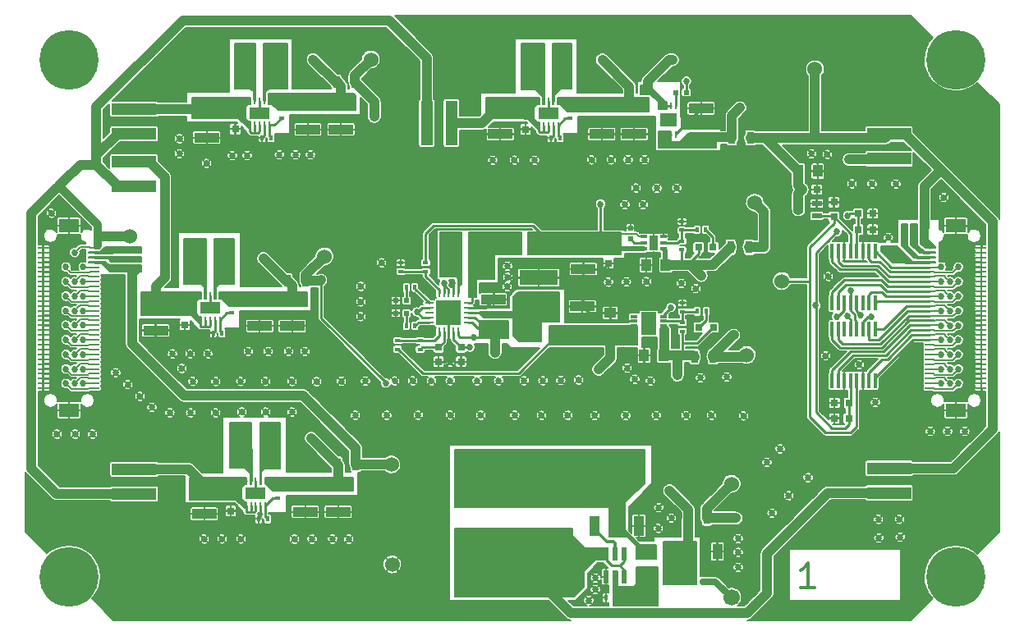
<source format=gtl>
G04 #@! TF.FileFunction,Copper,L1,Top,Signal*
%FSLAX46Y46*%
G04 Gerber Fmt 4.6, Leading zero omitted, Abs format (unit mm)*
G04 Created by KiCad (PCBNEW (2015-04-19 BZR 5613)-product) date 7/7/2015 8:10:22 PM*
%MOMM*%
G01*
G04 APERTURE LIST*
%ADD10C,0.100000*%
%ADD11C,0.300000*%
%ADD12C,0.685800*%
%ADD13C,1.524000*%
%ADD14R,0.500000X0.600000*%
%ADD15R,0.600000X0.500000*%
%ADD16O,6.100000X6.100000*%
%ADD17R,2.100000X1.400000*%
%ADD18R,1.000000X0.250000*%
%ADD19R,1.000000X1.250000*%
%ADD20R,0.800000X0.750000*%
%ADD21R,0.750000X0.800000*%
%ADD22R,2.500000X1.000000*%
%ADD23R,1.250000X1.000000*%
%ADD24R,1.000000X1.600000*%
%ADD25R,2.200000X1.400000*%
%ADD26R,0.900000X1.400000*%
%ADD27R,1.050000X0.550000*%
%ADD28R,1.500000X4.000000*%
%ADD29R,3.200000X2.500000*%
%ADD30R,4.000000X1.500000*%
%ADD31R,4.572000X1.270000*%
%ADD32R,1.270000X4.572000*%
%ADD33R,3.657600X2.032000*%
%ADD34R,1.016000X2.032000*%
%ADD35R,0.600000X0.400000*%
%ADD36R,0.400000X0.600000*%
%ADD37R,1.000760X0.599440*%
%ADD38C,0.400000*%
%ADD39R,0.250000X0.800000*%
%ADD40R,1.740000X1.450000*%
%ADD41R,0.700000X0.300000*%
%ADD42R,0.900000X1.600000*%
%ADD43R,0.800000X0.300000*%
%ADD44R,1.640000X2.380000*%
%ADD45R,0.560000X1.330000*%
%ADD46R,0.360000X1.600000*%
%ADD47C,0.500000*%
%ADD48R,0.280000X0.800000*%
%ADD49R,2.000000X1.200000*%
%ADD50O,0.250000X1.000000*%
%ADD51O,1.000000X0.250000*%
%ADD52R,2.600000X2.600000*%
%ADD53C,1.699260*%
%ADD54R,1.699260X1.699260*%
%ADD55R,0.700000X1.300000*%
%ADD56C,1.016000*%
%ADD57C,1.016000*%
%ADD58C,0.254000*%
%ADD59C,0.152400*%
%ADD60C,0.304800*%
%ADD61C,0.508000*%
%ADD62C,0.635000*%
G04 APERTURE END LIST*
D10*
D11*
X170905714Y-135769048D02*
X169454286Y-135769048D01*
X170180000Y-135769048D02*
X170180000Y-133229048D01*
X169938095Y-133591905D01*
X169696190Y-133833810D01*
X169454286Y-133954762D01*
D12*
X104406700Y-117729000D03*
X102565200Y-117170200D03*
X106553000Y-117716300D03*
X109118400Y-117716300D03*
X111836200Y-117640100D03*
X114300000Y-117652800D03*
X117017800Y-117652800D03*
X105638600Y-113157000D03*
X106794300Y-114490500D03*
X109143800Y-114490500D03*
X111721900Y-114490500D03*
X114274600Y-114490500D03*
X117005100Y-114490500D03*
X119532400Y-114503200D03*
X122085100Y-114477800D03*
X124561600Y-114465100D03*
X127584200Y-114439700D03*
X129451100Y-114414300D03*
X131381500Y-114414300D03*
X172186600Y-91071700D03*
X170573700Y-90995500D03*
X92202000Y-97129600D03*
X184200800Y-95504000D03*
X178485800Y-99644200D03*
X179260500Y-94119700D03*
X176809400Y-94119700D03*
X174726600Y-94094300D03*
X166497000Y-128079500D03*
X172021500Y-111848900D03*
X94653100Y-119926100D03*
X96443800Y-119926100D03*
X92760800Y-119926100D03*
X182803800Y-119646700D03*
X184594500Y-119646700D03*
X186359800Y-119646700D03*
X179705000Y-130568700D03*
X177507900Y-130644900D03*
X179628800Y-128714500D03*
X177469800Y-128714500D03*
X163017200Y-130708400D03*
X163017200Y-132130800D03*
X163017200Y-133680200D03*
X156108400Y-128600200D03*
X154774900Y-129641600D03*
X154813000Y-127508000D03*
X148285200Y-135966200D03*
X121170700Y-130759200D03*
X153936700Y-114439700D03*
X157137100Y-104381300D03*
X158635700Y-104914700D03*
X153212800Y-96253300D03*
X153555700Y-104190800D03*
X151472900Y-104216200D03*
X149644100Y-104241600D03*
X156679900Y-94551500D03*
X151333200Y-96253300D03*
X153339800Y-91617800D03*
X151663400Y-91617800D03*
X149910800Y-91630500D03*
X147904200Y-91630500D03*
X110845600Y-91186000D03*
X141998700Y-91668600D03*
X139928600Y-91668600D03*
X137680700Y-91668600D03*
X118884700Y-91109800D03*
X108191300Y-91998800D03*
X105397300Y-90995500D03*
X105397300Y-89446100D03*
X101320600Y-116039900D03*
X100063300Y-114820700D03*
X98831400Y-113588800D03*
X170205400Y-124409200D03*
X167335200Y-121450100D03*
X165963600Y-122847100D03*
X163563300Y-118046500D03*
X161836100Y-114033300D03*
X159105600Y-114109500D03*
X152349200Y-114274600D03*
X145427700Y-117983000D03*
X160248600Y-117995700D03*
X157632400Y-118008400D03*
X142722600Y-117995700D03*
X142875000Y-114414300D03*
X140931900Y-114427000D03*
X138303000Y-114414300D03*
X136080500Y-114414300D03*
X133311900Y-114414300D03*
X126238000Y-102247700D03*
X124091700Y-107797600D03*
X114554000Y-111404400D03*
X148221700Y-118021100D03*
X123532900Y-117983000D03*
X133337300Y-117957600D03*
X154559000Y-118008400D03*
X151409400Y-118008400D03*
X139966700Y-117983000D03*
X136448800Y-117983000D03*
X130009900Y-117983000D03*
X126771400Y-117983000D03*
X179920900Y-101879400D03*
X179120800Y-101561900D03*
X178523900Y-100965000D03*
X180136800Y-100190300D03*
X180136800Y-99364800D03*
X180149500Y-98539300D03*
X181152800Y-100190300D03*
X181165500Y-99390200D03*
X181178200Y-98564700D03*
X182384700Y-100190300D03*
X182206900Y-99415600D03*
X100965000Y-102819200D03*
X99809300Y-102819200D03*
X98653600Y-102831900D03*
X100965000Y-101904800D03*
X99809300Y-101904800D03*
X98653600Y-101904800D03*
X98653600Y-100926900D03*
X100965000Y-100926900D03*
X99809300Y-100926900D03*
D13*
X167500300Y-104140000D03*
D12*
X118338600Y-111404400D03*
X116662200Y-111404400D03*
X112496600Y-111404400D03*
X172288200Y-103657400D03*
X168198800Y-126263400D03*
X175488600Y-112763300D03*
X177139600Y-116649500D03*
X148297900Y-134772400D03*
X147599400Y-137083800D03*
X154622500Y-94551500D03*
X152476200Y-94538800D03*
X151549100Y-113118900D03*
X144703800Y-114388900D03*
X146545300Y-114338100D03*
X104686100Y-111645700D03*
X124091700Y-106273600D03*
X124091700Y-104686100D03*
X115697000Y-91109800D03*
X112369600Y-91186000D03*
X117360700Y-91109800D03*
X106502200Y-111645700D03*
X108331000Y-111645700D03*
X122859800Y-130759200D03*
X119075200Y-130759200D03*
X111734600Y-130746500D03*
X109791500Y-130746500D03*
X107950000Y-130746500D03*
X117246400Y-130759200D03*
D14*
X151892000Y-98687800D03*
X151892000Y-99787800D03*
D15*
X127694600Y-107442000D03*
X128794600Y-107442000D03*
D16*
X93980000Y-134620000D03*
X93980000Y-81280000D03*
X185420000Y-81280000D03*
X185420000Y-134620000D03*
D12*
X93980000Y-117450000D03*
D17*
X93980000Y-117450000D03*
D18*
X91330000Y-100700000D03*
X91330000Y-101200000D03*
X91330000Y-101700000D03*
X91330000Y-102200000D03*
X91330000Y-102700000D03*
X91330000Y-103200000D03*
X91330000Y-103700000D03*
X91330000Y-104200000D03*
X91330000Y-104700000D03*
X91330000Y-105200000D03*
X91330000Y-105700000D03*
X91330000Y-106200000D03*
X91330000Y-106700000D03*
X91330000Y-107200000D03*
X91330000Y-107700000D03*
X91330000Y-108200000D03*
X91330000Y-108700000D03*
X91330000Y-109200000D03*
X91330000Y-109700000D03*
X91330000Y-110200000D03*
X91330000Y-110700000D03*
X91330000Y-111200000D03*
X91330000Y-111700000D03*
X91330000Y-112200000D03*
X91330000Y-112700000D03*
X91330000Y-113200000D03*
X91330000Y-113700000D03*
X91330000Y-114200000D03*
X91330000Y-114700000D03*
X91330000Y-115200000D03*
X96630000Y-100700000D03*
X96630000Y-101200000D03*
X96630000Y-101700000D03*
X96630000Y-102200000D03*
X96630000Y-102700000D03*
X96630000Y-103200000D03*
X96630000Y-103700000D03*
X96630000Y-104200000D03*
X96630000Y-104700000D03*
X96630000Y-105200000D03*
X96630000Y-105700000D03*
X96630000Y-106200000D03*
X96630000Y-106700000D03*
X96630000Y-107200000D03*
X96630000Y-107700000D03*
X96630000Y-108200000D03*
X96630000Y-108700000D03*
X96630000Y-109200000D03*
X96630000Y-109700000D03*
X96630000Y-110200000D03*
X96630000Y-110700000D03*
X96630000Y-111200000D03*
X96630000Y-111700000D03*
X96630000Y-112200000D03*
X96630000Y-112700000D03*
X96630000Y-113200000D03*
X96630000Y-113700000D03*
X96630000Y-114200000D03*
X96630000Y-114700000D03*
X96630000Y-115200000D03*
D17*
X93980000Y-98450000D03*
D12*
X93980000Y-98450000D03*
X185420000Y-117450000D03*
D17*
X185420000Y-117450000D03*
D18*
X182770000Y-100700000D03*
X182770000Y-101200000D03*
X182770000Y-101700000D03*
X182770000Y-102200000D03*
X182770000Y-102700000D03*
X182770000Y-103200000D03*
X182770000Y-103700000D03*
X182770000Y-104200000D03*
X182770000Y-104700000D03*
X182770000Y-105200000D03*
X182770000Y-105700000D03*
X182770000Y-106200000D03*
X182770000Y-106700000D03*
X182770000Y-107200000D03*
X182770000Y-107700000D03*
X182770000Y-108200000D03*
X182770000Y-108700000D03*
X182770000Y-109200000D03*
X182770000Y-109700000D03*
X182770000Y-110200000D03*
X182770000Y-110700000D03*
X182770000Y-111200000D03*
X182770000Y-111700000D03*
X182770000Y-112200000D03*
X182770000Y-112700000D03*
X182770000Y-113200000D03*
X182770000Y-113700000D03*
X182770000Y-114200000D03*
X182770000Y-114700000D03*
X182770000Y-115200000D03*
X188070000Y-100700000D03*
X188070000Y-101200000D03*
X188070000Y-101700000D03*
X188070000Y-102200000D03*
X188070000Y-102700000D03*
X188070000Y-103200000D03*
X188070000Y-103700000D03*
X188070000Y-104200000D03*
X188070000Y-104700000D03*
X188070000Y-105200000D03*
X188070000Y-105700000D03*
X188070000Y-106200000D03*
X188070000Y-106700000D03*
X188070000Y-107200000D03*
X188070000Y-107700000D03*
X188070000Y-108200000D03*
X188070000Y-108700000D03*
X188070000Y-109200000D03*
X188070000Y-109700000D03*
X188070000Y-110200000D03*
X188070000Y-110700000D03*
X188070000Y-111200000D03*
X188070000Y-111700000D03*
X188070000Y-112200000D03*
X188070000Y-112700000D03*
X188070000Y-113200000D03*
X188070000Y-113700000D03*
X188070000Y-114200000D03*
X188070000Y-114700000D03*
X188070000Y-115200000D03*
D17*
X185420000Y-98450000D03*
D12*
X185420000Y-98450000D03*
X185420000Y-98450000D03*
X185420000Y-117450000D03*
X93980000Y-98450000D03*
X93980000Y-117450000D03*
D19*
X169205400Y-92786200D03*
X171205400Y-92786200D03*
D20*
X169607800Y-94691200D03*
X171107800Y-94691200D03*
D21*
X172872400Y-97498600D03*
X172872400Y-95998600D03*
D20*
X176873600Y-97180400D03*
X175373600Y-97180400D03*
X172909800Y-118287800D03*
X174409800Y-118287800D03*
X176873600Y-98806000D03*
X175373600Y-98806000D03*
X172935200Y-116687600D03*
X174435200Y-116687600D03*
D22*
X107950000Y-125144400D03*
X107950000Y-128144400D03*
X108204000Y-86333200D03*
X108204000Y-89333200D03*
X102946200Y-106221400D03*
X102946200Y-109221400D03*
D21*
X110667800Y-126351600D03*
X110667800Y-127851600D03*
X111150400Y-86956200D03*
X111150400Y-88456200D03*
X105918000Y-107149200D03*
X105918000Y-108649200D03*
D22*
X118364000Y-124941200D03*
X118364000Y-127941200D03*
X118643400Y-85495000D03*
X118643400Y-88495000D03*
X113665000Y-105764200D03*
X113665000Y-108764200D03*
X121767600Y-124941200D03*
X121767600Y-127941200D03*
X122047000Y-85495000D03*
X122047000Y-88495000D03*
X117017800Y-105764200D03*
X117017800Y-108764200D03*
D15*
X127694600Y-106146600D03*
X128794600Y-106146600D03*
D22*
X137756900Y-109030900D03*
X137756900Y-106030900D03*
D21*
X134442200Y-112459200D03*
X134442200Y-110959200D03*
D22*
X138480800Y-85977600D03*
X138480800Y-88977600D03*
D21*
X141071600Y-86981600D03*
X141071600Y-88481600D03*
X132130800Y-110959200D03*
X132130800Y-112459200D03*
D22*
X148945600Y-85977600D03*
X148945600Y-88977600D03*
X152273000Y-85977600D03*
X152273000Y-88977600D03*
X147040600Y-99896800D03*
X147040600Y-102896800D03*
X146939000Y-106754800D03*
X146939000Y-109754800D03*
D20*
X155639200Y-134848600D03*
X154139200Y-134848600D03*
D21*
X149631400Y-100799200D03*
X149631400Y-102299200D03*
D23*
X149834600Y-109432600D03*
X149834600Y-107432600D03*
D24*
X157859600Y-132029200D03*
X160859600Y-132029200D03*
D15*
X157649000Y-84683600D03*
X156549000Y-84683600D03*
D22*
X159181800Y-89307800D03*
X159181800Y-86307800D03*
D20*
X158914400Y-100660200D03*
X160414400Y-100660200D03*
X160439800Y-108940600D03*
X158939800Y-108940600D03*
D19*
X153508200Y-102463600D03*
X155508200Y-102463600D03*
X153305000Y-111785400D03*
X155305000Y-111785400D03*
D25*
X141503600Y-109728000D03*
D26*
X144053600Y-109728000D03*
D27*
X156035200Y-132334000D03*
X153235200Y-132334000D03*
D25*
X142620800Y-100152200D03*
D26*
X140070800Y-100152200D03*
D28*
X114982400Y-121081800D03*
X111382400Y-121081800D03*
X115515800Y-81940400D03*
X111915800Y-81940400D03*
X110232600Y-102082600D03*
X106632600Y-102082600D03*
D29*
X139827000Y-123990000D03*
X139827000Y-135090000D03*
D28*
X145005200Y-81965800D03*
X141405200Y-81965800D03*
D30*
X142430500Y-103775100D03*
X142430500Y-107375100D03*
D28*
X136877200Y-101650800D03*
X133277200Y-101650800D03*
D31*
X100711000Y-123545600D03*
X100711000Y-126085600D03*
X100711000Y-86410800D03*
X100711000Y-88950800D03*
X100711000Y-91821000D03*
X100711000Y-94361000D03*
X178562000Y-91516200D03*
X178562000Y-88976200D03*
D32*
X133426200Y-87833200D03*
X130886200Y-87833200D03*
D31*
X178562000Y-125984000D03*
X178562000Y-123444000D03*
D33*
X150469600Y-122783600D03*
D34*
X150469600Y-129387600D03*
X152755600Y-129387600D03*
X148183600Y-129387600D03*
D35*
X115544600Y-125610200D03*
X115544600Y-126510200D03*
D36*
X114470600Y-128676400D03*
X113570600Y-128676400D03*
D35*
X115900200Y-86392600D03*
X115900200Y-87292600D03*
D36*
X114826200Y-89357200D03*
X113926200Y-89357200D03*
D35*
X110794800Y-106509400D03*
X110794800Y-107409400D03*
D36*
X109771600Y-109474000D03*
X108871600Y-109474000D03*
X128785200Y-104800400D03*
X129685200Y-104800400D03*
X128785200Y-108762800D03*
X129685200Y-108762800D03*
D35*
X128219200Y-103142200D03*
X128219200Y-102242200D03*
X130200400Y-111168600D03*
X130200400Y-110268600D03*
X130784600Y-103142200D03*
X130784600Y-102242200D03*
X145669000Y-86443400D03*
X145669000Y-87343400D03*
D36*
X144620400Y-89382600D03*
X143720400Y-89382600D03*
D35*
X127889000Y-111168600D03*
X127889000Y-110268600D03*
D36*
X158477800Y-135128000D03*
X159377800Y-135128000D03*
X150284600Y-136804400D03*
X149384600Y-136804400D03*
D35*
X157251400Y-106382400D03*
X157251400Y-107282400D03*
X157200600Y-100007000D03*
X157200600Y-100907000D03*
X157200600Y-97975000D03*
X157200600Y-98875000D03*
X157251400Y-108414400D03*
X157251400Y-109314400D03*
D36*
X159657200Y-98856800D03*
X158757200Y-98856800D03*
X159682600Y-107264200D03*
X158782600Y-107264200D03*
D13*
X127330200Y-133375400D03*
X125120400Y-81280000D03*
X120345200Y-101600000D03*
X127241300Y-123063000D03*
X170916600Y-82283300D03*
X164719000Y-96037400D03*
X163880800Y-111772700D03*
X162318700Y-125056900D03*
D37*
X171104560Y-96123760D03*
X171104560Y-97424240D03*
X169204640Y-96774000D03*
D12*
X156730700Y-113855500D03*
X159181800Y-103581200D03*
X163195000Y-86258400D03*
X155930600Y-125768100D03*
X156235400Y-81305400D03*
X148615400Y-113245900D03*
X148818600Y-96189800D03*
X148996400Y-81305400D03*
X114046000Y-101803200D03*
X119176800Y-81280000D03*
X118973600Y-120345200D03*
D38*
X155353600Y-87528400D03*
D39*
X155053600Y-89028400D03*
X155553600Y-89028400D03*
X156053600Y-89028400D03*
X156553600Y-89028400D03*
X155053600Y-86028400D03*
X155553600Y-86028400D03*
X156053600Y-86028400D03*
X156553600Y-86028400D03*
D40*
X155803600Y-87528400D03*
D38*
X156253600Y-87528400D03*
D41*
X155279600Y-100827600D03*
X155279600Y-100177600D03*
X155279600Y-99527600D03*
X153279600Y-100827600D03*
X153279600Y-100177600D03*
X153279600Y-99527600D03*
D38*
X154279600Y-100577600D03*
X154279600Y-99777600D03*
D42*
X154279600Y-100177600D03*
D38*
X153771600Y-109234200D03*
X153771600Y-108534200D03*
D43*
X155271600Y-109284200D03*
X155271600Y-108784200D03*
X155271600Y-108284200D03*
X155271600Y-107784200D03*
X152271600Y-109284200D03*
X152271600Y-108784200D03*
X152271600Y-108284200D03*
X152271600Y-107784200D03*
D44*
X153771600Y-108534200D03*
D38*
X153771600Y-107834200D03*
D45*
X149367200Y-134651600D03*
X150317200Y-134651600D03*
X151267200Y-134651600D03*
X149367200Y-132251600D03*
X150317200Y-132251600D03*
X151267200Y-132251600D03*
D46*
X172681900Y-114415000D03*
X173316900Y-114415000D03*
X173951900Y-114415000D03*
X174586900Y-114415000D03*
X175221900Y-114415000D03*
X175856900Y-114415000D03*
X176491900Y-114415000D03*
X177126900Y-114415000D03*
X172681900Y-109105000D03*
X173316900Y-109105000D03*
X173951900Y-109105000D03*
X174586900Y-109105000D03*
X175221900Y-109105000D03*
X175856900Y-109105000D03*
X176491900Y-109105000D03*
X177126900Y-109105000D03*
X177126900Y-101053200D03*
X176491900Y-101053200D03*
X175856900Y-101053200D03*
X175221900Y-101053200D03*
X174586900Y-101053200D03*
X173951900Y-101053200D03*
X173316900Y-101053200D03*
X172681900Y-101053200D03*
X177126900Y-106363200D03*
X176491900Y-106363200D03*
X175856900Y-106363200D03*
X175221900Y-106363200D03*
X174586900Y-106363200D03*
X173951900Y-106363200D03*
X173316900Y-106363200D03*
X172681900Y-106363200D03*
D47*
X143433800Y-86817200D03*
X144133800Y-87117200D03*
X142733800Y-86517200D03*
X144133800Y-86517200D03*
D48*
X144433800Y-85567200D03*
X143933800Y-85567200D03*
X143433800Y-85567200D03*
X142933800Y-85567200D03*
X142433800Y-85567200D03*
X144433800Y-88067200D03*
X143933800Y-88067200D03*
X143433800Y-88067200D03*
X142933800Y-88067200D03*
X142433800Y-88067200D03*
D49*
X143433800Y-86817200D03*
D47*
X142733800Y-87117200D03*
X108559600Y-106883200D03*
X109259600Y-107183200D03*
X107859600Y-106583200D03*
X109259600Y-106583200D03*
D48*
X109559600Y-105633200D03*
X109059600Y-105633200D03*
X108559600Y-105633200D03*
X108059600Y-105633200D03*
X107559600Y-105633200D03*
X109559600Y-108133200D03*
X109059600Y-108133200D03*
X108559600Y-108133200D03*
X108059600Y-108133200D03*
X107559600Y-108133200D03*
D49*
X108559600Y-106883200D03*
D47*
X107859600Y-107183200D03*
X113639600Y-86791800D03*
X114339600Y-87091800D03*
X112939600Y-86491800D03*
X114339600Y-86491800D03*
D48*
X114639600Y-85541800D03*
X114139600Y-85541800D03*
X113639600Y-85541800D03*
X113139600Y-85541800D03*
X112639600Y-85541800D03*
X114639600Y-88041800D03*
X114139600Y-88041800D03*
X113639600Y-88041800D03*
X113139600Y-88041800D03*
X112639600Y-88041800D03*
D49*
X113639600Y-86791800D03*
D47*
X112939600Y-87091800D03*
X113258600Y-126009400D03*
X113958600Y-126309400D03*
X112558600Y-125709400D03*
X113958600Y-125709400D03*
D48*
X114258600Y-124759400D03*
X113758600Y-124759400D03*
X113258600Y-124759400D03*
X112758600Y-124759400D03*
X112258600Y-124759400D03*
X114258600Y-127259400D03*
X113758600Y-127259400D03*
X113258600Y-127259400D03*
X112758600Y-127259400D03*
X112258600Y-127259400D03*
D49*
X113258600Y-126009400D03*
D47*
X112558600Y-126309400D03*
D38*
X133959500Y-108178500D03*
X133959500Y-107378500D03*
X133959500Y-106578500D03*
X133159500Y-106578500D03*
X133159500Y-107378500D03*
X133159500Y-108178500D03*
X132359500Y-106578500D03*
X132359500Y-107378500D03*
D50*
X134159500Y-105378500D03*
X133659500Y-105378500D03*
X133159500Y-105378500D03*
X132659500Y-105378500D03*
X132159500Y-105378500D03*
D51*
X131159500Y-106378500D03*
X131159500Y-106878500D03*
X131159500Y-107378500D03*
X131159500Y-107878500D03*
X131159500Y-108378500D03*
D50*
X132159500Y-109378500D03*
X132659500Y-109378500D03*
X133159500Y-109378500D03*
X133659500Y-109378500D03*
X134159500Y-109378500D03*
D51*
X135159500Y-108378500D03*
X135159500Y-107878500D03*
X135159500Y-107378500D03*
X135159500Y-106878500D03*
X135159500Y-106378500D03*
D52*
X133159500Y-107378500D03*
D38*
X132359500Y-108178500D03*
D53*
X162306520Y-136776460D03*
D54*
X152146520Y-136776460D03*
D12*
X139230100Y-102603300D03*
X139255500Y-103759000D03*
X139192000Y-104724200D03*
X133273800Y-112496600D03*
X154940000Y-85521800D03*
X151892000Y-109969300D03*
X156070300Y-106857800D03*
D13*
X100279200Y-99517200D03*
D55*
X123568500Y-123024900D03*
X121668500Y-123024900D03*
X123479600Y-83616800D03*
X121579600Y-83616800D03*
X118425000Y-104114600D03*
X116525000Y-104114600D03*
X153680200Y-84328000D03*
X151780200Y-84328000D03*
X159763500Y-128574800D03*
X157863500Y-128574800D03*
X164259300Y-89357200D03*
X162359300Y-89357200D03*
X164119600Y-100634800D03*
X162219600Y-100634800D03*
X160398500Y-111937800D03*
X158498500Y-111937800D03*
D12*
X182206900Y-98577400D03*
X94589600Y-101193600D03*
X95478600Y-102692200D03*
X174599600Y-105143300D03*
X93700600Y-102692200D03*
X174230074Y-107759480D03*
X175615630Y-107654705D03*
X94589600Y-104190802D03*
X95478600Y-104190800D03*
X173135573Y-107803586D03*
X93700604Y-104190800D03*
X176747072Y-107815429D03*
X94589600Y-105689398D03*
X95478600Y-105689396D03*
X93700600Y-105689400D03*
X94589600Y-107188000D03*
X95478600Y-107188000D03*
X93700600Y-107188000D03*
X94589600Y-108686602D03*
X95478600Y-108686596D03*
X93700600Y-108686600D03*
X94589600Y-110185200D03*
X95478606Y-110185219D03*
X93700606Y-110185200D03*
X94589602Y-111709198D03*
X95478600Y-111709204D03*
X93700600Y-111709204D03*
X94589600Y-113207800D03*
X95478600Y-113207800D03*
X93700600Y-113207800D03*
X94589596Y-114706400D03*
X95478600Y-114706400D03*
X93700600Y-114706400D03*
X183921400Y-102692200D03*
X185699400Y-102692200D03*
X184810400Y-104190800D03*
X183921400Y-104190800D03*
X185699400Y-104190800D03*
X184810400Y-105689400D03*
X183921400Y-105689400D03*
X185699404Y-105689400D03*
X184810400Y-107188000D03*
X183921400Y-107188000D03*
X185699400Y-107188000D03*
X184810400Y-108712000D03*
X183921400Y-108712000D03*
X185699400Y-108712000D03*
X184810400Y-110210600D03*
X183921394Y-110210600D03*
X185699400Y-110210600D03*
X184810396Y-111709200D03*
X183921400Y-111709200D03*
X185699400Y-111709200D03*
X184810400Y-113207800D03*
X183921400Y-113207800D03*
X185699400Y-113207800D03*
X184810400Y-114706406D03*
X183921400Y-114706400D03*
X185699400Y-114706404D03*
X126659836Y-114645636D03*
D56*
X119974400Y-104051100D03*
D12*
X173189900Y-99034600D03*
X174307500Y-97370902D03*
X171005500Y-106667300D03*
X129870200Y-107315000D03*
X135742507Y-109931200D03*
D56*
X174434500Y-91605100D03*
X137934700Y-111518700D03*
D12*
X135356600Y-110947200D03*
X132698984Y-104335607D03*
X157657800Y-83515200D03*
X157657800Y-83515200D03*
X157284184Y-90068380D03*
D56*
X125488700Y-87160100D03*
X165671500Y-100622100D03*
X162547300Y-109702600D03*
D12*
X162547300Y-109702600D03*
X162547300Y-109702600D03*
X162547300Y-109702600D03*
X162547300Y-109702600D03*
X162547300Y-109702600D03*
X162547300Y-109702600D03*
D56*
X162788600Y-128587500D03*
D12*
X162788600Y-128587500D03*
X162788600Y-128587500D03*
X162788600Y-128587500D03*
X133537180Y-104330500D03*
D57*
X96837500Y-91173300D02*
X96837500Y-86174578D01*
X96837500Y-86174578D02*
X105757978Y-77254100D01*
X105757978Y-77254100D02*
X127012700Y-77254100D01*
X127012700Y-77254100D02*
X130886200Y-81127600D01*
X130886200Y-81127600D02*
X130886200Y-87833200D01*
D58*
X97256600Y-100520500D02*
X97256600Y-99540060D01*
X97256600Y-99540060D02*
X97256600Y-98196400D01*
D57*
X100279200Y-99517200D02*
X97279460Y-99517200D01*
X97279460Y-99517200D02*
X97256600Y-99540060D01*
D59*
X96630000Y-100700000D02*
X96615600Y-100685600D01*
X96615600Y-100685600D02*
X96215200Y-100685600D01*
X96215200Y-100685600D02*
X96139000Y-100609400D01*
X96139000Y-100609400D02*
X95173800Y-100609400D01*
X95173800Y-100609400D02*
X94932499Y-100850701D01*
X94932499Y-100850701D02*
X94589600Y-101193600D01*
D57*
X99060000Y-94361000D02*
X96837500Y-92138500D01*
X100711000Y-94361000D02*
X99060000Y-94361000D01*
X99060000Y-88950800D02*
X100711000Y-88950800D01*
X96837500Y-91173300D02*
X99060000Y-88950800D01*
X96837500Y-92138500D02*
X96837500Y-91173300D01*
X96837500Y-92138500D02*
X98475800Y-93776800D01*
X96837500Y-92138500D02*
X95161100Y-92138500D01*
D58*
X96659401Y-98442341D02*
X92758330Y-94541270D01*
X96659401Y-100670599D02*
X96659401Y-98442341D01*
X96630000Y-100700000D02*
X96659401Y-100670599D01*
X96630000Y-100700000D02*
X96658000Y-100700000D01*
X96658000Y-100700000D02*
X96862900Y-100495100D01*
X96862900Y-98417516D02*
X92872492Y-94427108D01*
X96862900Y-100495100D02*
X96862900Y-98417516D01*
D57*
X92872492Y-94427108D02*
X92758330Y-94541270D01*
X93026925Y-94272675D02*
X92872492Y-94427108D01*
D58*
X93232183Y-94477933D02*
X93026925Y-94272675D01*
X96630000Y-100700000D02*
X96873900Y-100700000D01*
X97070730Y-100503170D02*
X97070730Y-98316480D01*
X96873900Y-100700000D02*
X97070730Y-100503170D01*
X97070730Y-98316480D02*
X93232183Y-94477933D01*
X97077100Y-100700000D02*
X97256600Y-100520500D01*
X96630000Y-100700000D02*
X97077100Y-100700000D01*
X97256600Y-98196400D02*
X93450058Y-94389858D01*
D57*
X93450058Y-93849542D02*
X93026925Y-94272675D01*
D58*
X93450058Y-94389858D02*
X93450058Y-93849542D01*
D57*
X95161100Y-92138500D02*
X93450058Y-93849542D01*
X92735400Y-126085600D02*
X100711000Y-126085600D01*
X90131900Y-123482100D02*
X92735400Y-126085600D01*
X90131900Y-97167700D02*
X90131900Y-123482100D01*
X92758330Y-94541270D02*
X90131900Y-97167700D01*
D59*
X95486400Y-102700000D02*
X95478600Y-102692200D01*
X96630000Y-102700000D02*
X95486400Y-102700000D01*
X96630000Y-102700000D02*
X96647000Y-102717000D01*
X96647000Y-102717000D02*
X96647000Y-102743000D01*
D58*
X174586900Y-106363200D02*
X174586900Y-105156000D01*
X174586900Y-105156000D02*
X174599600Y-105143300D01*
X174586900Y-107195300D02*
X174586900Y-106363200D01*
X174993310Y-107601710D02*
X174586900Y-107195300D01*
X174993310Y-107947964D02*
X174993310Y-107601710D01*
X174993310Y-108135862D02*
X174993310Y-107947964D01*
X175221900Y-108364452D02*
X174993310Y-108135862D01*
X175221900Y-109105000D02*
X175221900Y-108364452D01*
D59*
X94169638Y-103276400D02*
X93615608Y-102722370D01*
X96139000Y-103276400D02*
X94169638Y-103276400D01*
X96215200Y-103200200D02*
X96139000Y-103276400D01*
X96629800Y-103200200D02*
X96215200Y-103200200D01*
X96630000Y-103200000D02*
X96629800Y-103200200D01*
D58*
X174216322Y-107886500D02*
X174216322Y-107773232D01*
X174216322Y-107773232D02*
X174230074Y-107759480D01*
X174586900Y-108116306D02*
X174230074Y-107759480D01*
X174586900Y-109105000D02*
X174586900Y-108116306D01*
X175221900Y-106363200D02*
X175221900Y-107255550D01*
X175221900Y-107255550D02*
X175615630Y-107649280D01*
X175615630Y-107649280D02*
X175615630Y-107654705D01*
D59*
X94932499Y-103847903D02*
X94589600Y-104190802D01*
X95173802Y-103606600D02*
X94932499Y-103847903D01*
X95986600Y-103606600D02*
X95173802Y-103606600D01*
X96062800Y-103682800D02*
X95986600Y-103606600D01*
X96612800Y-103682800D02*
X96062800Y-103682800D01*
X96630000Y-103700000D02*
X96612800Y-103682800D01*
X95487800Y-104200000D02*
X95478600Y-104190800D01*
X96630000Y-104200000D02*
X95487800Y-104200000D01*
D58*
X173164500Y-107832513D02*
X173135573Y-107803586D01*
X173164500Y-107886500D02*
X173164500Y-107832513D01*
X173177200Y-107886500D02*
X173164500Y-107886500D01*
X173951900Y-107111800D02*
X173177200Y-107886500D01*
X173951900Y-106363200D02*
X173951900Y-107111800D01*
D59*
X94043503Y-104533699D02*
X93700604Y-104190800D01*
X94284804Y-104775000D02*
X94043503Y-104533699D01*
X95986600Y-104775000D02*
X94284804Y-104775000D01*
X96061600Y-104700000D02*
X95986600Y-104775000D01*
X96630000Y-104700000D02*
X96061600Y-104700000D01*
D58*
X175856900Y-109105000D02*
X175856900Y-108334441D01*
X175856900Y-108334441D02*
X176375912Y-107815429D01*
X176375912Y-107815429D02*
X176747072Y-107815429D01*
D59*
X94932499Y-105346499D02*
X94589600Y-105689398D01*
X95173798Y-105105200D02*
X94932499Y-105346499D01*
X95986600Y-105105200D02*
X95173798Y-105105200D01*
X96062800Y-105181400D02*
X95986600Y-105105200D01*
X96611400Y-105181400D02*
X96062800Y-105181400D01*
X96630000Y-105200000D02*
X96611400Y-105181400D01*
X95489204Y-105700000D02*
X95478600Y-105689396D01*
X96630000Y-105700000D02*
X95489204Y-105700000D01*
X94043499Y-106032299D02*
X93700600Y-105689400D01*
X94284800Y-106273600D02*
X94043499Y-106032299D01*
X95986600Y-106273600D02*
X94284800Y-106273600D01*
X96062800Y-106197400D02*
X95986600Y-106273600D01*
X96627400Y-106197400D02*
X96062800Y-106197400D01*
X96630000Y-106200000D02*
X96627400Y-106197400D01*
X94932499Y-106845101D02*
X94589600Y-107188000D01*
X95173800Y-106603800D02*
X94932499Y-106845101D01*
X95986600Y-106603800D02*
X95173800Y-106603800D01*
X96062800Y-106680000D02*
X95986600Y-106603800D01*
X96610000Y-106680000D02*
X96062800Y-106680000D01*
X96630000Y-106700000D02*
X96610000Y-106680000D01*
X95490600Y-107200000D02*
X95478600Y-107188000D01*
X96630000Y-107200000D02*
X95490600Y-107200000D01*
X94043499Y-107530899D02*
X93700600Y-107188000D01*
X94284800Y-107772200D02*
X94043499Y-107530899D01*
X95986600Y-107772200D02*
X94284800Y-107772200D01*
X96062800Y-107696000D02*
X95986600Y-107772200D01*
X96626000Y-107696000D02*
X96062800Y-107696000D01*
X96630000Y-107700000D02*
X96626000Y-107696000D01*
X94932499Y-108343703D02*
X94589600Y-108686602D01*
X95173802Y-108102400D02*
X94932499Y-108343703D01*
X95961200Y-108102400D02*
X95173802Y-108102400D01*
X96037400Y-108178600D02*
X95961200Y-108102400D01*
X96608600Y-108178600D02*
X96037400Y-108178600D01*
X96630000Y-108200000D02*
X96608600Y-108178600D01*
X96630000Y-108700000D02*
X95492004Y-108700000D01*
X95492004Y-108700000D02*
X95478600Y-108686596D01*
X94043499Y-109029499D02*
X93700600Y-108686600D01*
X94284800Y-109270800D02*
X94043499Y-109029499D01*
X95986600Y-109270800D02*
X94284800Y-109270800D01*
X96062800Y-109194600D02*
X95986600Y-109270800D01*
X96624600Y-109194600D02*
X96062800Y-109194600D01*
X96630000Y-109200000D02*
X96624600Y-109194600D01*
X94932499Y-109842301D02*
X94589600Y-110185200D01*
X95173800Y-109601000D02*
X94932499Y-109842301D01*
X95986600Y-109601000D02*
X95173800Y-109601000D01*
X96085600Y-109700000D02*
X95986600Y-109601000D01*
X96630000Y-109700000D02*
X96085600Y-109700000D01*
X95493387Y-110200000D02*
X95478606Y-110185219D01*
X96630000Y-110200000D02*
X95493387Y-110200000D01*
X94043505Y-110528099D02*
X93700606Y-110185200D01*
X94284806Y-110769400D02*
X94043505Y-110528099D01*
X95986600Y-110769400D02*
X94284806Y-110769400D01*
X96088200Y-110667800D02*
X95986600Y-110769400D01*
X96597800Y-110667800D02*
X96088200Y-110667800D01*
X96630000Y-110700000D02*
X96597800Y-110667800D01*
X94932501Y-111366299D02*
X94589602Y-111709198D01*
X95173800Y-111125000D02*
X94932501Y-111366299D01*
X95986600Y-111125000D02*
X95173800Y-111125000D01*
X96088200Y-111226600D02*
X95986600Y-111125000D01*
X96603400Y-111226600D02*
X96088200Y-111226600D01*
X96630000Y-111200000D02*
X96603400Y-111226600D01*
X95487804Y-111700000D02*
X95478600Y-111709204D01*
X96630000Y-111700000D02*
X95487804Y-111700000D01*
X94043499Y-112052103D02*
X93700600Y-111709204D01*
X94284796Y-112293400D02*
X94043499Y-112052103D01*
X95986600Y-112293400D02*
X94284796Y-112293400D01*
X96062800Y-112217200D02*
X95986600Y-112293400D01*
X96612800Y-112217200D02*
X96062800Y-112217200D01*
X96630000Y-112200000D02*
X96612800Y-112217200D01*
X94932499Y-112864901D02*
X94589600Y-113207800D01*
X95173800Y-112623600D02*
X94932499Y-112864901D01*
X95986600Y-112623600D02*
X95173800Y-112623600D01*
X96062800Y-112699800D02*
X95986600Y-112623600D01*
X96629800Y-112699800D02*
X96062800Y-112699800D01*
X96630000Y-112700000D02*
X96629800Y-112699800D01*
X96630000Y-113200000D02*
X95486400Y-113200000D01*
X95486400Y-113200000D02*
X95478600Y-113207800D01*
X94043499Y-113550699D02*
X93700600Y-113207800D01*
X94284800Y-113792000D02*
X94043499Y-113550699D01*
X95935800Y-113792000D02*
X94284800Y-113792000D01*
X96037400Y-113690400D02*
X95935800Y-113792000D01*
X96620400Y-113690400D02*
X96037400Y-113690400D01*
X96630000Y-113700000D02*
X96620400Y-113690400D01*
X94932495Y-114363501D02*
X94589596Y-114706400D01*
X95173796Y-114122200D02*
X94932495Y-114363501D01*
X95986600Y-114122200D02*
X95173796Y-114122200D01*
X96062800Y-114198400D02*
X95986600Y-114122200D01*
X96628400Y-114198400D02*
X96062800Y-114198400D01*
X96630000Y-114200000D02*
X96628400Y-114198400D01*
X95485000Y-114700000D02*
X95478600Y-114706400D01*
X96630000Y-114700000D02*
X95485000Y-114700000D01*
X94043499Y-115049299D02*
X93700600Y-114706400D01*
X94284800Y-115290600D02*
X94043499Y-115049299D01*
X95961200Y-115290600D02*
X94284800Y-115290600D01*
X96051800Y-115200000D02*
X95961200Y-115290600D01*
X96630000Y-115200000D02*
X96051800Y-115200000D01*
D58*
X177126900Y-101053200D02*
X178773700Y-102700000D01*
X178773700Y-102700000D02*
X182090750Y-102700000D01*
X182090750Y-102700000D02*
X182770000Y-102700000D01*
D59*
X182770000Y-102700000D02*
X183913600Y-102700000D01*
X183913600Y-102700000D02*
X183921400Y-102692200D01*
X185356501Y-103035099D02*
X185699400Y-102692200D01*
X185115200Y-103276400D02*
X185356501Y-103035099D01*
X183261000Y-103276400D02*
X185115200Y-103276400D01*
X183184600Y-103200000D02*
X183261000Y-103276400D01*
X182770000Y-103200000D02*
X183184600Y-103200000D01*
D58*
X176491900Y-101053200D02*
X176491900Y-101901122D01*
X176723379Y-102132601D02*
X177577101Y-102132601D01*
X177577101Y-102132601D02*
X178644500Y-103200000D01*
X178644500Y-103200000D02*
X182016000Y-103200000D01*
X182016000Y-103200000D02*
X182770000Y-103200000D01*
X176491900Y-101901122D02*
X176723379Y-102132601D01*
D59*
X184467501Y-103847901D02*
X184810400Y-104190800D01*
X184226200Y-103606600D02*
X184467501Y-103847901D01*
X183261000Y-103606600D02*
X184226200Y-103606600D01*
X183210200Y-103657400D02*
X183261000Y-103606600D01*
X182812600Y-103657400D02*
X183210200Y-103657400D01*
X182770000Y-103700000D02*
X182812600Y-103657400D01*
D58*
X182016000Y-103700000D02*
X182770000Y-103700000D01*
X178569750Y-103700000D02*
X182016000Y-103700000D01*
X177408761Y-102539011D02*
X178569750Y-103700000D01*
X173748711Y-102539011D02*
X177408761Y-102539011D01*
X173316900Y-102107200D02*
X173748711Y-102539011D01*
X173316900Y-101053200D02*
X173316900Y-102107200D01*
D59*
X182770000Y-104200000D02*
X183912200Y-104200000D01*
X183912200Y-104200000D02*
X183921400Y-104190800D01*
D58*
X182016000Y-104200000D02*
X182770000Y-104200000D01*
X178495000Y-104200000D02*
X182016000Y-104200000D01*
X177240421Y-102945421D02*
X178495000Y-104200000D01*
X173520121Y-102945421D02*
X177240421Y-102945421D01*
X172681900Y-102107200D02*
X173520121Y-102945421D01*
X172681900Y-101053200D02*
X172681900Y-102107200D01*
D59*
X185356501Y-104533699D02*
X185699400Y-104190800D01*
X185115200Y-104775000D02*
X185356501Y-104533699D01*
X183261000Y-104775000D02*
X185115200Y-104775000D01*
X183184800Y-104698800D02*
X183261000Y-104775000D01*
X182771200Y-104698800D02*
X183184800Y-104698800D01*
X182770000Y-104700000D02*
X182771200Y-104698800D01*
D58*
X182016000Y-104700000D02*
X182770000Y-104700000D01*
X178420250Y-104700000D02*
X182016000Y-104700000D01*
X177771350Y-104051100D02*
X178420250Y-104700000D01*
X173940000Y-104051100D02*
X177771350Y-104051100D01*
X172681900Y-105309200D02*
X173940000Y-104051100D01*
X172681900Y-106363200D02*
X172681900Y-105309200D01*
D59*
X184467501Y-105346501D02*
X184810400Y-105689400D01*
X184226200Y-105105200D02*
X184467501Y-105346501D01*
X183286400Y-105105200D02*
X184226200Y-105105200D01*
X183235600Y-105156000D02*
X183286400Y-105105200D01*
X182814000Y-105156000D02*
X183235600Y-105156000D01*
X182770000Y-105200000D02*
X182814000Y-105156000D01*
D58*
X182016000Y-105200000D02*
X182770000Y-105200000D01*
X178339300Y-105200000D02*
X182016000Y-105200000D01*
X177634900Y-104495600D02*
X178339300Y-105200000D01*
X174130500Y-104495600D02*
X177634900Y-104495600D01*
X173316900Y-105309200D02*
X174130500Y-104495600D01*
X173316900Y-106363200D02*
X173316900Y-105309200D01*
D59*
X182770000Y-105700000D02*
X183910800Y-105700000D01*
X183910800Y-105700000D02*
X183921400Y-105689400D01*
D58*
X182016000Y-105700000D02*
X182770000Y-105700000D01*
X178242400Y-105700000D02*
X182016000Y-105700000D01*
X177826199Y-105283799D02*
X178242400Y-105700000D01*
X176723379Y-105283799D02*
X177826199Y-105283799D01*
X176491900Y-105515278D02*
X176723379Y-105283799D01*
X176491900Y-106363200D02*
X176491900Y-105515278D01*
X177126900Y-106363200D02*
X177290100Y-106200000D01*
X177290100Y-106200000D02*
X182217000Y-106200000D01*
X182217000Y-106200000D02*
X182770000Y-106200000D01*
D59*
X185356505Y-106032299D02*
X185699404Y-105689400D01*
X185115204Y-106273600D02*
X185356505Y-106032299D01*
X183261000Y-106273600D02*
X185115204Y-106273600D01*
X183187400Y-106200000D02*
X183261000Y-106273600D01*
X182770000Y-106200000D02*
X183187400Y-106200000D01*
D58*
X177126900Y-109105000D02*
X177965800Y-109105000D01*
X177965800Y-109105000D02*
X180370800Y-106700000D01*
X180370800Y-106700000D02*
X182016000Y-106700000D01*
X182016000Y-106700000D02*
X182770000Y-106700000D01*
D59*
X184467501Y-106845101D02*
X184810400Y-107188000D01*
X184226200Y-106603800D02*
X184467501Y-106845101D01*
X183286400Y-106603800D02*
X184226200Y-106603800D01*
X183210200Y-106680000D02*
X183286400Y-106603800D01*
X182790000Y-106680000D02*
X183210200Y-106680000D01*
X182770000Y-106700000D02*
X182790000Y-106680000D01*
D58*
X176491900Y-109105000D02*
X176491900Y-110159000D01*
X176491900Y-110159000D02*
X176517301Y-110184401D01*
X176517301Y-110184401D02*
X177495999Y-110184401D01*
X177495999Y-110184401D02*
X180480400Y-107200000D01*
X180480400Y-107200000D02*
X182770000Y-107200000D01*
D59*
X183909400Y-107200000D02*
X183921400Y-107188000D01*
X182770000Y-107200000D02*
X183909400Y-107200000D01*
D58*
X173316900Y-109105000D02*
X173316900Y-110159000D01*
X173316900Y-110159000D02*
X173748710Y-110590810D01*
X173748710Y-110590810D02*
X177692690Y-110590810D01*
X177692690Y-110590810D02*
X180583500Y-107700000D01*
X180583500Y-107700000D02*
X182016000Y-107700000D01*
X182016000Y-107700000D02*
X182770000Y-107700000D01*
D59*
X185356501Y-107530899D02*
X185699400Y-107188000D01*
X185115200Y-107772200D02*
X185356501Y-107530899D01*
X183261000Y-107772200D02*
X185115200Y-107772200D01*
X183188800Y-107700000D02*
X183261000Y-107772200D01*
X182770000Y-107700000D02*
X183188800Y-107700000D01*
D58*
X172681900Y-109105000D02*
X172681900Y-110159000D01*
X172681900Y-110159000D02*
X173520120Y-110997220D01*
X173520120Y-110997220D02*
X177861031Y-110997219D01*
X177861031Y-110997219D02*
X180658250Y-108200000D01*
X180658250Y-108200000D02*
X182016000Y-108200000D01*
X182016000Y-108200000D02*
X182770000Y-108200000D01*
D59*
X184467501Y-108369101D02*
X184810400Y-108712000D01*
X184226200Y-108127800D02*
X184467501Y-108369101D01*
X183286400Y-108127800D02*
X184226200Y-108127800D01*
X183210200Y-108204000D02*
X183286400Y-108127800D01*
X182774000Y-108204000D02*
X183210200Y-108204000D01*
X182770000Y-108200000D02*
X182774000Y-108204000D01*
D58*
X172681900Y-114415000D02*
X172681900Y-113361000D01*
X172681900Y-113361000D02*
X174639270Y-111403630D01*
X174639270Y-111403630D02*
X175455175Y-111403630D01*
X175455175Y-111403630D02*
X178029372Y-111403628D01*
X178029372Y-111403628D02*
X180733000Y-108700000D01*
X180733000Y-108700000D02*
X182016000Y-108700000D01*
X182016000Y-108700000D02*
X182770000Y-108700000D01*
D59*
X182770000Y-108700000D02*
X183909400Y-108700000D01*
X183909400Y-108700000D02*
X183921400Y-108712000D01*
D58*
X173316900Y-114415000D02*
X173316900Y-113361000D01*
X173316900Y-113361000D02*
X174867860Y-111810040D01*
X174867860Y-111810040D02*
X178216610Y-111810040D01*
X178216610Y-111810040D02*
X180826650Y-109200000D01*
X180826650Y-109200000D02*
X182016000Y-109200000D01*
X182016000Y-109200000D02*
X182770000Y-109200000D01*
D59*
X185356501Y-109054899D02*
X185699400Y-108712000D01*
X185115200Y-109296200D02*
X185356501Y-109054899D01*
X183261000Y-109296200D02*
X185115200Y-109296200D01*
X183164800Y-109200000D02*
X183261000Y-109296200D01*
X182770000Y-109200000D02*
X183164800Y-109200000D01*
D58*
X176491900Y-114415000D02*
X176491900Y-113567078D01*
X176491900Y-113567078D02*
X177841778Y-112217200D01*
X177841778Y-112217200D02*
X178384200Y-112217200D01*
X178384200Y-112217200D02*
X180901400Y-109700000D01*
X180901400Y-109700000D02*
X182770000Y-109700000D01*
D59*
X184467501Y-109867701D02*
X184810400Y-110210600D01*
X184226200Y-109626400D02*
X184467501Y-109867701D01*
X183286400Y-109626400D02*
X184226200Y-109626400D01*
X183210200Y-109702600D02*
X183286400Y-109626400D01*
X182772600Y-109702600D02*
X183210200Y-109702600D01*
X182770000Y-109700000D02*
X182772600Y-109702600D01*
D58*
X177126900Y-114415000D02*
X177126900Y-114084100D01*
X177126900Y-114084100D02*
X181011000Y-110200000D01*
X181011000Y-110200000D02*
X182770000Y-110200000D01*
D59*
X183910794Y-110200000D02*
X183921394Y-110210600D01*
X182770000Y-110200000D02*
X183910794Y-110200000D01*
X185356501Y-110553499D02*
X185699400Y-110210600D01*
X185115200Y-110794800D02*
X185356501Y-110553499D01*
X183261000Y-110794800D02*
X185115200Y-110794800D01*
X183166200Y-110700000D02*
X183261000Y-110794800D01*
X182770000Y-110700000D02*
X183166200Y-110700000D01*
X184467497Y-111366301D02*
X184810396Y-111709200D01*
X184226196Y-111125000D02*
X184467497Y-111366301D01*
X183261000Y-111125000D02*
X184226196Y-111125000D01*
X183184800Y-111201200D02*
X183261000Y-111125000D01*
X182771200Y-111201200D02*
X183184800Y-111201200D01*
X182770000Y-111200000D02*
X182771200Y-111201200D01*
X182770000Y-111700000D02*
X183912200Y-111700000D01*
X183912200Y-111700000D02*
X183921400Y-111709200D01*
X185356501Y-112052099D02*
X185699400Y-111709200D01*
X185115200Y-112293400D02*
X185356501Y-112052099D01*
X183261000Y-112293400D02*
X185115200Y-112293400D01*
X183167600Y-112200000D02*
X183261000Y-112293400D01*
X182770000Y-112200000D02*
X183167600Y-112200000D01*
X184467501Y-112864901D02*
X184810400Y-113207800D01*
X184226200Y-112623600D02*
X184467501Y-112864901D01*
X183261000Y-112623600D02*
X184226200Y-112623600D01*
X183184800Y-112699800D02*
X183261000Y-112623600D01*
X182770200Y-112699800D02*
X183184800Y-112699800D01*
X182770000Y-112700000D02*
X182770200Y-112699800D01*
X183913600Y-113200000D02*
X183921400Y-113207800D01*
X182770000Y-113200000D02*
X183913600Y-113200000D01*
X185356501Y-113550699D02*
X185699400Y-113207800D01*
X185115200Y-113792000D02*
X185356501Y-113550699D01*
X183261000Y-113792000D02*
X185115200Y-113792000D01*
X183169000Y-113700000D02*
X183261000Y-113792000D01*
X182770000Y-113700000D02*
X183169000Y-113700000D01*
X184467501Y-114363507D02*
X184810400Y-114706406D01*
X184226194Y-114122200D02*
X184467501Y-114363507D01*
X183286400Y-114122200D02*
X184226194Y-114122200D01*
X183210200Y-114198400D02*
X183286400Y-114122200D01*
X182771600Y-114198400D02*
X183210200Y-114198400D01*
X182770000Y-114200000D02*
X182771600Y-114198400D01*
X182770000Y-114700000D02*
X183915000Y-114700000D01*
X183915000Y-114700000D02*
X183921400Y-114706400D01*
X185356501Y-115049303D02*
X185699400Y-114706404D01*
X185115204Y-115290600D02*
X185356501Y-115049303D01*
X183235600Y-115290600D02*
X185115204Y-115290600D01*
X183145000Y-115200000D02*
X183235600Y-115290600D01*
X182770000Y-115200000D02*
X183145000Y-115200000D01*
X182770000Y-100700000D02*
X182784400Y-100685600D01*
D58*
X178130200Y-89408000D02*
X178562000Y-88976200D01*
X182651400Y-91414600D02*
X180213000Y-88976200D01*
D57*
X178562000Y-88976200D02*
X180213000Y-88976200D01*
D59*
X170916600Y-89344979D02*
X170904379Y-89357200D01*
X170904379Y-89357200D02*
X178181000Y-89357200D01*
X164259300Y-89357200D02*
X170904379Y-89357200D01*
D58*
X182770000Y-100575600D02*
X182384700Y-100190300D01*
X182770000Y-100700000D02*
X182770000Y-100575600D01*
X182384700Y-99593400D02*
X182206900Y-99415600D01*
X182384700Y-100190300D02*
X182384700Y-99593400D01*
X182206900Y-99415600D02*
X182206900Y-98577400D01*
D57*
X182206900Y-94382824D02*
X183913262Y-92676462D01*
X182206900Y-98577400D02*
X182206900Y-94382824D01*
X180213000Y-88976200D02*
X183913262Y-92676462D01*
X178181000Y-89357200D02*
X178562000Y-88976200D01*
X164259300Y-89357200D02*
X178181000Y-89357200D01*
X170916600Y-83360930D02*
X170916600Y-89344979D01*
X170916600Y-82283300D02*
X170916600Y-83360930D01*
X165776400Y-89357200D02*
X169205400Y-92786200D01*
X164259300Y-89357200D02*
X165776400Y-89357200D01*
X169205400Y-94288800D02*
X169607800Y-94691200D01*
X169205400Y-92786200D02*
X169205400Y-94288800D01*
X169204640Y-95094360D02*
X169607800Y-94691200D01*
X169204640Y-96774000D02*
X169204640Y-95094360D01*
X181864000Y-123444000D02*
X178562000Y-123444000D01*
X185211722Y-123444000D02*
X181864000Y-123444000D01*
X189242700Y-119413022D02*
X185211722Y-123444000D01*
X189242700Y-98005900D02*
X189242700Y-119413022D01*
X183913262Y-92676462D02*
X189242700Y-98005900D01*
D58*
X172798040Y-97424240D02*
X172872400Y-97498600D01*
X171104560Y-97424240D02*
X172798040Y-97424240D01*
X172872400Y-97523600D02*
X174586900Y-99238100D01*
X174586900Y-99999200D02*
X174586900Y-101053200D01*
X172872400Y-97498600D02*
X172872400Y-97523600D01*
X174586900Y-99238100D02*
X174586900Y-99999200D01*
X172872400Y-98152600D02*
X172872400Y-97498600D01*
X170370500Y-100654500D02*
X172872400Y-98152600D01*
X170370500Y-104140000D02*
X170370500Y-100654500D01*
X167500300Y-104140000D02*
X170370500Y-104140000D01*
X170370500Y-118148100D02*
X170370500Y-104140000D01*
X172021500Y-119799100D02*
X170370500Y-118148100D01*
X174586900Y-119799100D02*
X172021500Y-119799100D01*
X175209200Y-119176800D02*
X174586900Y-119799100D01*
X175209200Y-114427700D02*
X175209200Y-119176800D01*
X175221900Y-114415000D02*
X175209200Y-114427700D01*
X170370500Y-104140000D02*
X169379900Y-104140000D01*
X119974400Y-107947500D02*
X126659836Y-114632936D01*
X126659836Y-114632936D02*
X126659836Y-114645636D01*
X119974400Y-104051100D02*
X119974400Y-107947500D01*
X174409800Y-118287800D02*
X174409800Y-116713000D01*
X174409800Y-116713000D02*
X174435200Y-116687600D01*
X174586900Y-114415000D02*
X174586900Y-116535900D01*
X174586900Y-116535900D02*
X174435200Y-116687600D01*
X175373600Y-98806000D02*
X175373600Y-97180400D01*
X175221900Y-101053200D02*
X175221900Y-98957700D01*
X175221900Y-98957700D02*
X175373600Y-98806000D01*
D59*
X96630000Y-101700000D02*
X96616248Y-101713752D01*
X96630000Y-101700000D02*
X96216800Y-101700000D01*
D58*
X120187200Y-101752400D02*
X120345200Y-101752400D01*
X118405100Y-104014600D02*
X120187200Y-101752400D01*
X118405100Y-104114600D02*
X118405100Y-104014600D01*
X118405100Y-104114600D02*
X119910900Y-104114600D01*
X173189900Y-99034600D02*
X172222499Y-100002001D01*
X175373600Y-97180400D02*
X174498002Y-97180400D01*
X174498002Y-97180400D02*
X174307500Y-97370902D01*
X171018200Y-101206300D02*
X173189900Y-99034600D01*
X172647878Y-119303800D02*
X171018200Y-117674122D01*
X174022800Y-119303800D02*
X172647878Y-119303800D01*
X174409800Y-118916800D02*
X174022800Y-119303800D01*
X174409800Y-118287800D02*
X174409800Y-118916800D01*
X98448800Y-101700000D02*
X98653600Y-101904800D01*
X96630000Y-101700000D02*
X98448800Y-101700000D01*
X98653600Y-101904800D02*
X99809300Y-101904800D01*
X99809300Y-101904800D02*
X100965000Y-101904800D01*
D57*
X119910900Y-104114600D02*
X119974400Y-104051100D01*
X118425000Y-104114600D02*
X119910900Y-104114600D01*
X118425000Y-103520200D02*
X120345200Y-101600000D01*
X118425000Y-104114600D02*
X118425000Y-103520200D01*
D58*
X171018200Y-117674122D02*
X171018200Y-106668453D01*
X171018200Y-106668453D02*
X171018200Y-101206300D01*
D57*
X100711000Y-123545600D02*
X106351200Y-123545600D01*
X106351200Y-123545600D02*
X107950000Y-125144400D01*
D58*
X112732200Y-127939800D02*
X112449817Y-127939800D01*
X112449817Y-127939800D02*
X112296469Y-127939800D01*
X113258600Y-127259400D02*
X113258600Y-127838200D01*
X113258600Y-127838200D02*
X113157000Y-127939800D01*
X113157000Y-127939800D02*
X112449817Y-127939800D01*
X112258600Y-127259400D02*
X112258600Y-127913400D01*
X112258600Y-127913400D02*
X112285000Y-127939800D01*
X112285000Y-127939800D02*
X112296469Y-127939800D01*
X110667800Y-126376600D02*
X110667800Y-126351600D01*
X112758600Y-127259400D02*
X112758600Y-127913400D01*
X112758600Y-127913400D02*
X112732200Y-127939800D01*
X110667800Y-126351600D02*
X110667800Y-126350200D01*
X110667800Y-126350200D02*
X112258600Y-124759400D01*
X107950000Y-125144400D02*
X109485600Y-125144400D01*
X109485600Y-125144400D02*
X110667800Y-126326600D01*
X110667800Y-126326600D02*
X110667800Y-126351600D01*
D57*
X100711000Y-86410800D02*
X108126400Y-86410800D01*
X108126400Y-86410800D02*
X108204000Y-86333200D01*
D58*
X112639600Y-88041800D02*
X112603600Y-88041800D01*
X112603600Y-88041800D02*
X111658400Y-87096600D01*
X111658400Y-87096600D02*
X111353600Y-87096600D01*
X111353600Y-87096600D02*
X111213200Y-86956200D01*
X111213200Y-86956200D02*
X111150400Y-86956200D01*
X113261742Y-88823800D02*
X112767600Y-88823800D01*
X112767600Y-88823800D02*
X112639600Y-88695800D01*
X113139600Y-88041800D02*
X113139600Y-88701658D01*
X113139600Y-88701658D02*
X113261742Y-88823800D01*
X113261742Y-88823800D02*
X113511600Y-88823800D01*
X113511600Y-88823800D02*
X113639600Y-88695800D01*
X113639600Y-88695800D02*
X113639600Y-88041800D01*
X111150400Y-86981200D02*
X111150400Y-86956200D01*
X112639600Y-88041800D02*
X112639600Y-88695800D01*
X111150400Y-86956200D02*
X108827000Y-86956200D01*
X108827000Y-86956200D02*
X108204000Y-86333200D01*
X112639600Y-85541800D02*
X112564800Y-85541800D01*
X112564800Y-85541800D02*
X111150400Y-86956200D01*
D57*
X103873300Y-93413578D02*
X103873300Y-103778300D01*
X103873300Y-103778300D02*
X102946200Y-104705400D01*
X102946200Y-104705400D02*
X102946200Y-106221400D01*
X100711000Y-91821000D02*
X102280722Y-91821000D01*
X102280722Y-91821000D02*
X103873300Y-93413578D01*
D58*
X106832400Y-107467400D02*
X106832400Y-107434600D01*
X106832400Y-107434600D02*
X106547000Y-107149200D01*
X106547000Y-107149200D02*
X105918000Y-107149200D01*
X107498200Y-108133200D02*
X106832400Y-107467400D01*
X107559600Y-108133200D02*
X107498200Y-108133200D01*
X108007800Y-108839000D02*
X107905636Y-108839000D01*
X108559600Y-108762800D02*
X108483400Y-108839000D01*
X107905636Y-108839000D02*
X107564385Y-108839000D01*
X108559600Y-108133200D02*
X108559600Y-108762800D01*
X108483400Y-108839000D02*
X107905636Y-108839000D01*
X107559600Y-108133200D02*
X107559600Y-108787200D01*
X107559600Y-108787200D02*
X107564385Y-108791985D01*
X107564385Y-108791985D02*
X107564385Y-108839000D01*
X108059600Y-108133200D02*
X108059600Y-108787200D01*
X108059600Y-108787200D02*
X108007800Y-108839000D01*
X102946200Y-106221400D02*
X105015200Y-106221400D01*
X105015200Y-106221400D02*
X105918000Y-107124200D01*
X105918000Y-107124200D02*
X105918000Y-107149200D01*
X107559600Y-105633200D02*
X107434000Y-105633200D01*
X107434000Y-105633200D02*
X105918000Y-107149200D01*
X121724000Y-123139200D02*
X121724000Y-122994000D01*
X121724000Y-122994000D02*
X119316499Y-120688099D01*
X119316499Y-120688099D02*
X118973600Y-120345200D01*
X121767600Y-124941200D02*
X121716800Y-123146400D01*
X121716800Y-123146400D02*
X121724000Y-123139200D01*
X118364000Y-124941200D02*
X119868000Y-124941200D01*
X119868000Y-124941200D02*
X121767600Y-124941200D01*
X115544600Y-125610200D02*
X117695000Y-125610200D01*
X117695000Y-125610200D02*
X118364000Y-124941200D01*
X114258600Y-124759400D02*
X114693800Y-124759400D01*
X114693800Y-124759400D02*
X115544600Y-125610200D01*
D57*
X121767600Y-123124000D02*
X121668500Y-123024900D01*
X121767600Y-124941200D02*
X121767600Y-123124000D01*
X121653300Y-123024900D02*
X118973600Y-120345200D01*
X121668500Y-123024900D02*
X121653300Y-123024900D01*
D58*
X122079600Y-83616800D02*
X121513600Y-83616800D01*
X114639600Y-85541800D02*
X115049400Y-85541800D01*
X115049400Y-85541800D02*
X115900200Y-86392600D01*
X114639600Y-85541800D02*
X114639600Y-85537800D01*
X114639600Y-85537800D02*
X114795300Y-85382100D01*
D57*
X115137842Y-85495000D02*
X115091042Y-85541800D01*
X118643400Y-85495000D02*
X115137842Y-85495000D01*
D58*
X114639600Y-85541800D02*
X115091042Y-85541800D01*
D57*
X118643400Y-85495000D02*
X122047000Y-85495000D01*
X122047000Y-83997800D02*
X122047000Y-85495000D01*
X121793000Y-83743800D02*
X122047000Y-83997800D01*
X121513600Y-83616800D02*
X119176800Y-81280000D01*
X121579600Y-83616800D02*
X121513600Y-83616800D01*
X121666000Y-83616800D02*
X122047000Y-83997800D01*
X121579600Y-83616800D02*
X121666000Y-83616800D01*
D58*
X117025000Y-104114600D02*
X116357400Y-104114600D01*
X117017800Y-105764200D02*
X117017800Y-104121800D01*
X117017800Y-104121800D02*
X117025000Y-104114600D01*
X113665000Y-105764200D02*
X115169000Y-105764200D01*
X115169000Y-105764200D02*
X117017800Y-105764200D01*
X110794800Y-106509400D02*
X112919800Y-106509400D01*
X112919800Y-106509400D02*
X113665000Y-105764200D01*
X109559600Y-105633200D02*
X109918600Y-105633200D01*
X109918600Y-105633200D02*
X110794800Y-106509400D01*
D57*
X117017800Y-104607400D02*
X116525000Y-104114600D01*
X117017800Y-105764200D02*
X117017800Y-104607400D01*
X116357400Y-104114600D02*
X114046000Y-101803200D01*
X116525000Y-104114600D02*
X116357400Y-104114600D01*
D58*
X128785200Y-106137200D02*
X128794600Y-106146600D01*
X128785200Y-104800400D02*
X128785200Y-106137200D01*
X128785200Y-107451400D02*
X128794600Y-107442000D01*
X128785200Y-108762800D02*
X128785200Y-107451400D01*
X137006900Y-109030900D02*
X137756900Y-109030900D01*
X135854500Y-107878500D02*
X137006900Y-109030900D01*
X135159500Y-107878500D02*
X135854500Y-107878500D01*
X136186900Y-109030900D02*
X137756900Y-109030900D01*
X135534500Y-108378500D02*
X136186900Y-109030900D01*
X135159500Y-108378500D02*
X135534500Y-108378500D01*
X137756900Y-109784900D02*
X137756900Y-109030900D01*
X137610600Y-109931200D02*
X137756900Y-109784900D01*
X134159500Y-109753500D02*
X134337200Y-109931200D01*
X134159500Y-109378500D02*
X134159500Y-109753500D01*
X130405500Y-106878500D02*
X129994400Y-107289600D01*
X131159500Y-106878500D02*
X130405500Y-106878500D01*
X129895600Y-107289600D02*
X129870200Y-107315000D01*
X129994400Y-107289600D02*
X129895600Y-107289600D01*
X135742507Y-109931200D02*
X137610600Y-109931200D01*
X134337200Y-109931200D02*
X135742507Y-109931200D01*
X130433700Y-107878500D02*
X129870200Y-107315000D01*
X131159500Y-107878500D02*
X130433700Y-107878500D01*
D57*
X178473100Y-91605100D02*
X178562000Y-91516200D01*
X174434500Y-91605100D02*
X178473100Y-91605100D01*
X137859900Y-108927900D02*
X137756900Y-109030900D01*
X137934700Y-108927900D02*
X137859900Y-108927900D01*
X137934700Y-111518700D02*
X137934700Y-108927900D01*
D58*
X133659500Y-110176500D02*
X134442200Y-110959200D01*
X133659500Y-109378500D02*
X133659500Y-110176500D01*
X134454200Y-110947200D02*
X134442200Y-110959200D01*
X135356600Y-110947200D02*
X134454200Y-110947200D01*
X132659500Y-105378500D02*
X132659500Y-104375091D01*
X132659500Y-104375091D02*
X132698984Y-104335607D01*
X133159500Y-105378500D02*
X133159500Y-105003500D01*
X133159500Y-105003500D02*
X132698984Y-104542984D01*
X132698984Y-104542984D02*
X132698984Y-104335607D01*
D57*
X133426200Y-87833200D02*
X136625200Y-87833200D01*
X136625200Y-87833200D02*
X138480800Y-85977600D01*
D58*
X143356600Y-88798400D02*
X142914860Y-88798400D01*
X142914860Y-88798400D02*
X142511000Y-88798400D01*
X142933800Y-88067200D02*
X142933800Y-88779460D01*
X142933800Y-88779460D02*
X142914860Y-88798400D01*
X143433800Y-88067200D02*
X143433800Y-88721200D01*
X143433800Y-88721200D02*
X143356600Y-88798400D01*
X142511000Y-88798400D02*
X142433800Y-88721200D01*
X142433800Y-88721200D02*
X142433800Y-88067200D01*
X142433800Y-88067200D02*
X142157200Y-88067200D01*
X142157200Y-88067200D02*
X141071600Y-86981600D01*
X141071600Y-86981600D02*
X141071600Y-86929400D01*
X141071600Y-86929400D02*
X142433800Y-85567200D01*
D57*
X140067600Y-85977600D02*
X141071600Y-86981600D01*
X138480800Y-85977600D02*
X140067600Y-85977600D01*
D58*
X132659500Y-110430500D02*
X132130800Y-110959200D01*
X132659500Y-109378500D02*
X132659500Y-110430500D01*
X130409800Y-110959200D02*
X130200400Y-111168600D01*
X132130800Y-110959200D02*
X130409800Y-110959200D01*
X148945600Y-85977600D02*
X150449600Y-85977600D01*
X150449600Y-85977600D02*
X152273000Y-85977600D01*
X145669000Y-86443400D02*
X145669000Y-85989400D01*
X145669000Y-85989400D02*
X145680800Y-85977600D01*
X145680800Y-85977600D02*
X147441600Y-85977600D01*
X147441600Y-85977600D02*
X148945600Y-85977600D01*
X144433800Y-85567200D02*
X144792800Y-85567200D01*
X144792800Y-85567200D02*
X145669000Y-86443400D01*
D60*
X152280200Y-85970400D02*
X152273000Y-85977600D01*
D57*
X151780200Y-85484800D02*
X152273000Y-85977600D01*
X151780200Y-84328000D02*
X151780200Y-85484800D01*
X151780200Y-84089200D02*
X151780200Y-84328000D01*
X148996400Y-81305400D02*
X151780200Y-84089200D01*
D58*
X142620800Y-99198200D02*
X142620800Y-100152200D01*
X141822200Y-98399600D02*
X142620800Y-99198200D01*
X131622800Y-98399600D02*
X141822200Y-98399600D01*
X130784600Y-99237800D02*
X131622800Y-98399600D01*
X130784600Y-102242200D02*
X130784600Y-99237800D01*
D59*
X149631400Y-100418900D02*
X149631400Y-100799200D01*
X150791101Y-99259199D02*
X149631400Y-100418900D01*
X152508799Y-99259199D02*
X150791101Y-99259199D01*
X152777200Y-99527600D02*
X152508799Y-99259199D01*
X153279600Y-99527600D02*
X152777200Y-99527600D01*
D58*
X149002400Y-100799200D02*
X149631400Y-100799200D01*
X148818600Y-100615400D02*
X149002400Y-100799200D01*
X148818600Y-96189800D02*
X148818600Y-100615400D01*
D61*
X149659800Y-100827600D02*
X149631400Y-100799200D01*
X153279600Y-100827600D02*
X149659800Y-100827600D01*
D58*
X149512400Y-109754800D02*
X149834600Y-109432600D01*
X146939000Y-109754800D02*
X149512400Y-109754800D01*
X144080400Y-109754800D02*
X144053600Y-109728000D01*
X146939000Y-109754800D02*
X144080400Y-109754800D01*
X144053600Y-109978000D02*
X144053600Y-109728000D01*
X140366600Y-113665000D02*
X144053600Y-109978000D01*
X130485400Y-113665000D02*
X140366600Y-113665000D01*
X127989000Y-111168600D02*
X130485400Y-113665000D01*
X127889000Y-111168600D02*
X127989000Y-111168600D01*
X152271600Y-108784200D02*
X152271600Y-109284200D01*
X149983000Y-109284200D02*
X149834600Y-109432600D01*
X152271600Y-109284200D02*
X149983000Y-109284200D01*
X150783800Y-109432600D02*
X151396700Y-110045500D01*
X149834600Y-109432600D02*
X150783800Y-109432600D01*
X155271600Y-107656500D02*
X156070300Y-106857800D01*
X155271600Y-107784200D02*
X155271600Y-107656500D01*
D57*
X150371300Y-109969300D02*
X149834600Y-109432600D01*
X151892000Y-109969300D02*
X150371300Y-109969300D01*
X149834600Y-112026700D02*
X148615400Y-113245900D01*
X149834600Y-109432600D02*
X149834600Y-112026700D01*
D60*
X156035200Y-134452600D02*
X155639200Y-134848600D01*
X156035200Y-132334000D02*
X156035200Y-134452600D01*
X157554800Y-132334000D02*
X157859600Y-132029200D01*
X156035200Y-132334000D02*
X157554800Y-132334000D01*
X157859600Y-134509800D02*
X158477800Y-135128000D01*
X157859600Y-132029200D02*
X157859600Y-134509800D01*
D58*
X157859600Y-128532600D02*
X157868200Y-128524000D01*
X157859600Y-132029200D02*
X157859600Y-128532600D01*
X157868200Y-127705700D02*
X155930600Y-125768100D01*
X157868200Y-128524000D02*
X157868200Y-127705700D01*
D57*
X157859600Y-128578700D02*
X157863500Y-128574800D01*
X157859600Y-132029200D02*
X157859600Y-128578700D01*
X157863500Y-127701000D02*
X155930600Y-125768100D01*
X157863500Y-128574800D02*
X157863500Y-127701000D01*
D60*
X150317200Y-136771800D02*
X150284600Y-136804400D01*
X150317200Y-134651600D02*
X150317200Y-136771800D01*
X152118580Y-136804400D02*
X152146520Y-136776460D01*
X150284600Y-136804400D02*
X152118580Y-136804400D01*
X154074380Y-134848600D02*
X152146520Y-136776460D01*
X154139200Y-134848600D02*
X154074380Y-134848600D01*
D58*
X155053600Y-89028400D02*
X155553600Y-89028400D01*
X155553600Y-89028400D02*
X156053600Y-89028400D01*
X157649000Y-84683600D02*
X157649000Y-83633400D01*
X157657800Y-83624600D02*
X157657800Y-83515200D01*
X157649000Y-83633400D02*
X157657800Y-83624600D01*
X162338600Y-87114800D02*
X163195000Y-86258400D01*
X159181800Y-89307800D02*
X162238400Y-89307800D01*
X162338600Y-89408000D02*
X162338600Y-87114800D01*
X162238400Y-89307800D02*
X162338600Y-89408000D01*
D57*
X162309900Y-89307800D02*
X162359300Y-89357200D01*
X159181800Y-89307800D02*
X162309900Y-89307800D01*
X162359300Y-87094100D02*
X163195000Y-86258400D01*
X162359300Y-89357200D02*
X162359300Y-87094100D01*
D58*
X155553600Y-89028400D02*
X155553600Y-89303400D01*
X155553600Y-89303400D02*
X156318580Y-90068380D01*
X156318580Y-90068380D02*
X156799251Y-90068380D01*
X156799251Y-90068380D02*
X157284184Y-90068380D01*
X157671220Y-90068380D02*
X157284184Y-90068380D01*
X159181800Y-89307800D02*
X158431800Y-89307800D01*
X158431800Y-89307800D02*
X157671220Y-90068380D01*
X156553600Y-84688200D02*
X156549000Y-84683600D01*
X156553600Y-86028400D02*
X156553600Y-84688200D01*
X152281800Y-100177600D02*
X153279600Y-100177600D01*
X151892000Y-99787800D02*
X152281800Y-100177600D01*
X157121200Y-100827600D02*
X157200600Y-100907000D01*
X158914400Y-101289200D02*
X158914400Y-100660200D01*
X157740000Y-102463600D02*
X158914400Y-101289200D01*
X158514701Y-103238301D02*
X157740000Y-102463600D01*
X158838901Y-103238301D02*
X158514701Y-103238301D01*
X159181800Y-103581200D02*
X158838901Y-103238301D01*
X162313200Y-100760200D02*
X162313200Y-100660200D01*
X160609800Y-102463600D02*
X162313200Y-100760200D01*
X155508200Y-102463600D02*
X160609800Y-102463600D01*
X157200600Y-102442858D02*
X157221342Y-102463600D01*
X157200600Y-100907000D02*
X157200600Y-102442858D01*
X157221342Y-102463600D02*
X157740000Y-102463600D01*
X155508200Y-102463600D02*
X157221342Y-102463600D01*
D61*
X155460700Y-102416100D02*
X155508200Y-102463600D01*
X155460700Y-100977700D02*
X155460700Y-102416100D01*
X155422600Y-100939600D02*
X155460700Y-100977700D01*
D58*
X155511500Y-101059500D02*
X155511500Y-101193600D01*
X155279600Y-100827600D02*
X155511500Y-101059500D01*
D57*
X158064200Y-102463600D02*
X159181800Y-103581200D01*
X155508200Y-102463600D02*
X158064200Y-102463600D01*
X160390800Y-102463600D02*
X162219600Y-100634800D01*
X158064200Y-102463600D02*
X160390800Y-102463600D01*
D58*
X160375600Y-100621400D02*
X160414400Y-100660200D01*
X160375600Y-99575200D02*
X160375600Y-100621400D01*
X159657200Y-98856800D02*
X160375600Y-99575200D01*
X157221200Y-109284200D02*
X157251400Y-109314400D01*
X155271600Y-108784200D02*
X155271600Y-109284200D01*
X160414800Y-108940600D02*
X160439800Y-108940600D01*
X158799848Y-110555552D02*
X160414800Y-108940600D01*
X157251400Y-110555552D02*
X158799848Y-110555552D01*
X157251400Y-109314400D02*
X157251400Y-110555552D01*
X157251400Y-110555552D02*
X157251400Y-111736781D01*
X155305000Y-111785400D02*
X156672176Y-111785400D01*
D59*
X155457400Y-111937800D02*
X155305000Y-111785400D01*
X158498500Y-111937800D02*
X157322285Y-111937800D01*
X157251400Y-111916332D02*
X157229932Y-111937800D01*
X157251400Y-111736781D02*
X157251400Y-111916332D01*
X157229932Y-111937800D02*
X155457400Y-111937800D01*
X157322285Y-111937800D02*
X157229932Y-111937800D01*
D57*
X155397200Y-111693200D02*
X155397200Y-109158600D01*
X155305000Y-111785400D02*
X155397200Y-111693200D01*
X158346100Y-111785400D02*
X158498500Y-111937800D01*
X156730700Y-111931826D02*
X156877126Y-111785400D01*
X156877126Y-111785400D02*
X158346100Y-111785400D01*
X156730700Y-113855500D02*
X156730700Y-111931826D01*
X155305000Y-111785400D02*
X156877126Y-111785400D01*
D58*
X159682600Y-108197800D02*
X158939800Y-108940600D01*
X159682600Y-107264200D02*
X159682600Y-108197800D01*
X142427100Y-107378500D02*
X142430500Y-107375100D01*
X135159500Y-107378500D02*
X142427100Y-107378500D01*
X142430500Y-108801100D02*
X141503600Y-109728000D01*
X142430500Y-107375100D02*
X142430500Y-108801100D01*
X153235200Y-132153200D02*
X150469600Y-129387600D01*
X153235200Y-132334000D02*
X153235200Y-132153200D01*
X150469600Y-129387600D02*
X150469600Y-122783600D01*
X149263200Y-123990000D02*
X150469600Y-122783600D01*
X139827000Y-123990000D02*
X149263200Y-123990000D01*
X136877200Y-101650800D02*
X136877200Y-102797200D01*
X136877200Y-102900800D02*
X136877200Y-101650800D01*
X135585200Y-104192800D02*
X136877200Y-102900800D01*
X135585200Y-106273600D02*
X135585200Y-104192800D01*
X135480300Y-106378500D02*
X135585200Y-106273600D01*
X135159500Y-106378500D02*
X135480300Y-106378500D01*
D62*
X160658060Y-135128000D02*
X162306520Y-136776460D01*
X159377800Y-135128000D02*
X160658060Y-135128000D01*
D58*
X114982400Y-121081800D02*
X113978400Y-121081800D01*
X113978400Y-121081800D02*
X113758600Y-121301600D01*
X113758600Y-121301600D02*
X113758600Y-124105400D01*
X113758600Y-124105400D02*
X113758600Y-124759400D01*
X111382400Y-121081800D02*
X112386400Y-121081800D01*
X112386400Y-121081800D02*
X112758600Y-121454000D01*
X112758600Y-121454000D02*
X112758600Y-124105400D01*
X112758600Y-124105400D02*
X112758600Y-124759400D01*
X114139600Y-85541800D02*
X114139600Y-82312600D01*
X114139600Y-82312600D02*
X114511800Y-81940400D01*
X114511800Y-81940400D02*
X115515800Y-81940400D01*
X113139600Y-85541800D02*
X113139600Y-82160200D01*
X113139600Y-82160200D02*
X112919800Y-81940400D01*
X112919800Y-81940400D02*
X111915800Y-81940400D01*
X108059600Y-105633200D02*
X108059600Y-102505600D01*
X108059600Y-102505600D02*
X107636600Y-102082600D01*
X107636600Y-102082600D02*
X106632600Y-102082600D01*
D59*
X149367200Y-132251600D02*
X141263000Y-132251600D01*
X141263000Y-132251600D02*
X139827000Y-133687600D01*
X139827000Y-133687600D02*
X139827000Y-135090000D01*
D58*
X149367200Y-132251600D02*
X149367200Y-132908000D01*
X149367200Y-132908000D02*
X149961600Y-133502400D01*
X149961600Y-133502400D02*
X150799800Y-133502400D01*
X151267200Y-133969800D02*
X151267200Y-134651600D01*
X150799800Y-133502400D02*
X151267200Y-133969800D01*
X151267200Y-133035000D02*
X150799800Y-133502400D01*
X151267200Y-132251600D02*
X151267200Y-133035000D01*
D57*
X142443000Y-135090000D02*
X139827000Y-135090000D01*
X145732200Y-138379200D02*
X142443000Y-135090000D01*
X163944300Y-138379200D02*
X145732200Y-138379200D01*
X165976300Y-136347200D02*
X163944300Y-138379200D01*
X165976300Y-132257800D02*
X165976300Y-136347200D01*
X172250100Y-125984000D02*
X165976300Y-132257800D01*
X178562000Y-125984000D02*
X172250100Y-125984000D01*
D58*
X145005200Y-81965800D02*
X144001200Y-81965800D01*
X144001200Y-81965800D02*
X143933800Y-82033200D01*
X143933800Y-82033200D02*
X143933800Y-84913200D01*
X143933800Y-84913200D02*
X143933800Y-85567200D01*
X141405200Y-81965800D02*
X142409200Y-81965800D01*
X142409200Y-81965800D02*
X142933800Y-82490400D01*
X142933800Y-82490400D02*
X142933800Y-84913200D01*
X142933800Y-84913200D02*
X142933800Y-85567200D01*
X133277200Y-102900800D02*
X133277200Y-101650800D01*
X134159500Y-103783100D02*
X133277200Y-102900800D01*
X134159500Y-105378500D02*
X134159500Y-103783100D01*
D59*
X96621554Y-101191554D02*
X96630000Y-101200000D01*
D58*
X125120400Y-81376000D02*
X125120400Y-81280000D01*
X123479600Y-83616800D02*
X123479600Y-83516800D01*
D57*
X123479600Y-82920800D02*
X125120400Y-81280000D01*
X123479600Y-83616800D02*
X123479600Y-82920800D01*
X125488700Y-85625900D02*
X125488700Y-87160100D01*
X123479600Y-83616800D02*
X125488700Y-85625900D01*
D58*
X98380500Y-101200000D02*
X98653600Y-100926900D01*
X96630000Y-101200000D02*
X98380500Y-101200000D01*
X98653600Y-100926900D02*
X99809300Y-100926900D01*
X99809300Y-100926900D02*
X100965000Y-100926900D01*
D57*
X123568500Y-123024900D02*
X123568500Y-121358900D01*
X123568500Y-121358900D02*
X118147900Y-115938300D01*
X118147900Y-115938300D02*
X105879900Y-115938300D01*
X105879900Y-115938300D02*
X100520500Y-110578900D01*
X100520500Y-110578900D02*
X100520500Y-103339900D01*
X100520500Y-103339900D02*
X100926900Y-102933500D01*
D59*
X96630000Y-102200000D02*
X96588800Y-102158800D01*
D58*
X123767000Y-123088400D02*
X123332000Y-123050300D01*
X123767000Y-123088400D02*
X123513000Y-122623300D01*
X96630000Y-102200000D02*
X97577200Y-102200000D01*
X97577200Y-102200000D02*
X98044000Y-102666800D01*
X98044000Y-102666800D02*
X98044000Y-102704900D01*
X98044000Y-102704900D02*
X98132900Y-102793800D01*
X98168667Y-102831900D02*
X98653600Y-102831900D01*
X98132900Y-102796133D02*
X98168667Y-102831900D01*
X98132900Y-102793800D02*
X98132900Y-102796133D01*
X99796600Y-102831900D02*
X99809300Y-102819200D01*
X98653600Y-102831900D02*
X99796600Y-102831900D01*
X99809300Y-102819200D02*
X100965000Y-102819200D01*
D57*
X127203200Y-123024900D02*
X127241300Y-123063000D01*
X123568500Y-123024900D02*
X127203200Y-123024900D01*
D58*
X181178200Y-99377500D02*
X181165500Y-99390200D01*
X181178200Y-98564700D02*
X181178200Y-99377500D01*
X181165500Y-100177600D02*
X181152800Y-100190300D01*
X181165500Y-99390200D02*
X181165500Y-100177600D01*
X182162500Y-101200000D02*
X182770000Y-101200000D01*
X181152800Y-100190300D02*
X182162500Y-101200000D01*
D57*
X165658800Y-100634800D02*
X165671500Y-100622100D01*
X164119600Y-100634800D02*
X165658800Y-100634800D01*
X165671500Y-96989900D02*
X164719000Y-96037400D01*
X165671500Y-100622100D02*
X165671500Y-96989900D01*
D58*
X180136800Y-100457000D02*
X180136800Y-100190300D01*
X181341700Y-101661900D02*
X180136800Y-100457000D01*
X181341700Y-101700000D02*
X181341700Y-101661900D01*
X182770000Y-101700000D02*
X181341700Y-101700000D01*
X180136800Y-100190300D02*
X180136800Y-99364800D01*
X180149500Y-99352100D02*
X180136800Y-99364800D01*
X180149500Y-98539300D02*
X180149500Y-99352100D01*
D57*
X163715700Y-111937800D02*
X163880800Y-111772700D01*
X160398500Y-111937800D02*
X163715700Y-111937800D01*
X160398500Y-111937800D02*
X160398500Y-111838700D01*
X162534600Y-109702600D02*
X162547300Y-109702600D01*
X160398500Y-111838700D02*
X162534600Y-109702600D01*
D59*
X182770000Y-102200000D02*
X182779600Y-102209600D01*
D58*
X178523900Y-100965000D02*
X179120800Y-101561900D01*
X179438300Y-101879400D02*
X179120800Y-101561900D01*
X179920900Y-101879400D02*
X179438300Y-101879400D01*
X182747701Y-102222299D02*
X182770000Y-102200000D01*
X180263799Y-102222299D02*
X182747701Y-102222299D01*
X179920900Y-101879400D02*
X180263799Y-102222299D01*
D57*
X159763500Y-127612100D02*
X162318700Y-125056900D01*
X159763500Y-128574800D02*
X159763500Y-127612100D01*
X162775900Y-128574800D02*
X162788600Y-128587500D01*
X159763500Y-128574800D02*
X162775900Y-128574800D01*
D60*
X148183600Y-129387600D02*
X148183600Y-129743200D01*
X148183600Y-129743200D02*
X149453600Y-131013200D01*
X149453600Y-131013200D02*
X150114000Y-131013200D01*
X150317200Y-131216400D02*
X150317200Y-132251600D01*
X150114000Y-131013200D02*
X150317200Y-131216400D01*
D58*
X115544600Y-126510200D02*
X115007800Y-126510200D01*
X115007800Y-126510200D02*
X114258600Y-127259400D01*
X114258600Y-127259400D02*
X114258600Y-128464400D01*
X114258600Y-128464400D02*
X114470600Y-128676400D01*
X114639600Y-88041800D02*
X114639600Y-89170600D01*
X114639600Y-89170600D02*
X114826200Y-89357200D01*
X114639600Y-88041800D02*
X115151000Y-88041800D01*
X115151000Y-88041800D02*
X115900200Y-87292600D01*
X110794800Y-107409400D02*
X110283400Y-107409400D01*
X110283400Y-107409400D02*
X109559600Y-108133200D01*
X109559600Y-108133200D02*
X109559600Y-109262000D01*
X109559600Y-109262000D02*
X109771600Y-109474000D01*
X129685200Y-104904200D02*
X131159500Y-106378500D01*
X129685200Y-104800400D02*
X129685200Y-104904200D01*
X130069500Y-108378500D02*
X129685200Y-108762800D01*
X131159500Y-108378500D02*
X130069500Y-108378500D01*
X128773200Y-103142200D02*
X130784600Y-103142200D01*
X128219200Y-103142200D02*
X128773200Y-103142200D01*
X130784600Y-103628600D02*
X130784600Y-103596200D01*
X132159500Y-105003500D02*
X130784600Y-103628600D01*
X130784600Y-103596200D02*
X130784600Y-103142200D01*
X132159500Y-105378500D02*
X132159500Y-105003500D01*
X132159500Y-109378500D02*
X132159500Y-109800900D01*
X131691800Y-110268600D02*
X130200400Y-110268600D01*
X132159500Y-109800900D02*
X131691800Y-110268600D01*
X127889000Y-110268600D02*
X130200400Y-110268600D01*
X145669000Y-87343400D02*
X145157600Y-87343400D01*
X145157600Y-87343400D02*
X144433800Y-88067200D01*
X144433800Y-88067200D02*
X144433800Y-89196000D01*
X144433800Y-89196000D02*
X144620400Y-89382600D01*
X156053600Y-86028400D02*
X155553600Y-86028400D01*
X155553600Y-86028400D02*
X155053600Y-86028400D01*
X155750467Y-81305400D02*
X156235400Y-81305400D01*
X153695400Y-83258800D02*
X155648800Y-81305400D01*
X153695400Y-84328000D02*
X153695400Y-83258800D01*
X153797000Y-84328000D02*
X153695400Y-84328000D01*
X155648800Y-81305400D02*
X155750467Y-81305400D01*
X155053600Y-85584600D02*
X153797000Y-84328000D01*
X155053600Y-86028400D02*
X155053600Y-85584600D01*
D57*
X155917900Y-81305400D02*
X156235400Y-81305400D01*
X153680200Y-83543100D02*
X155917900Y-81305400D01*
X153680200Y-84328000D02*
X153680200Y-83543100D01*
D58*
X157121200Y-108284200D02*
X157251400Y-108414400D01*
X155271600Y-108284200D02*
X157121200Y-108284200D01*
X157251400Y-108414400D02*
X157251400Y-107282400D01*
X158764400Y-107282400D02*
X158782600Y-107264200D01*
X157251400Y-107282400D02*
X158764400Y-107282400D01*
X157200600Y-100007000D02*
X157200600Y-98875000D01*
X158739000Y-98875000D02*
X158757200Y-98856800D01*
X157200600Y-98875000D02*
X158739000Y-98875000D01*
X156939400Y-100007000D02*
X157200600Y-100007000D01*
X156768800Y-100177600D02*
X156939400Y-100007000D01*
X155279600Y-100177600D02*
X156768800Y-100177600D01*
X143933800Y-88067200D02*
X143933800Y-89169200D01*
X143933800Y-89169200D02*
X143720400Y-89382600D01*
X114139600Y-88041800D02*
X114139600Y-89143800D01*
X114139600Y-89143800D02*
X113926200Y-89357200D01*
X113758600Y-127259400D02*
X113758600Y-128488400D01*
X113758600Y-128488400D02*
X113570600Y-128676400D01*
X109059600Y-108133200D02*
X109059600Y-109286000D01*
X109059600Y-109286000D02*
X108871600Y-109474000D01*
X143433800Y-85567200D02*
X143433800Y-86817200D01*
X113258600Y-124759400D02*
X113258600Y-126009400D01*
X108559600Y-105633200D02*
X108559600Y-106883200D01*
X113639600Y-85541800D02*
X113639600Y-86791800D01*
X136904600Y-106883200D02*
X137756900Y-106030900D01*
X135164200Y-106883200D02*
X136904600Y-106883200D01*
X135159500Y-106878500D02*
X135164200Y-106883200D01*
X140176500Y-103775100D02*
X142430500Y-103775100D01*
X139258700Y-103775100D02*
X140176500Y-103775100D01*
X137756900Y-105276900D02*
X139258700Y-103775100D01*
X137756900Y-106030900D02*
X137756900Y-105276900D01*
X147040600Y-103650800D02*
X147040600Y-102896800D01*
X146916300Y-103775100D02*
X147040600Y-103650800D01*
X142430500Y-103775100D02*
X146916300Y-103775100D01*
X149033800Y-102896800D02*
X149631400Y-102299200D01*
X147040600Y-102896800D02*
X149033800Y-102896800D01*
X147040600Y-106653200D02*
X146939000Y-106754800D01*
X147040600Y-102896800D02*
X147040600Y-106653200D01*
X147616800Y-107432600D02*
X146939000Y-106754800D01*
X149834600Y-107432600D02*
X147616800Y-107432600D01*
X132759800Y-112459200D02*
X132130800Y-112459200D01*
X133159500Y-112059500D02*
X132759800Y-112459200D01*
X133159500Y-109378500D02*
X133159500Y-112059500D01*
X133813200Y-112459200D02*
X134442200Y-112459200D01*
X133159500Y-111805500D02*
X133813200Y-112459200D01*
X133159500Y-109378500D02*
X133159500Y-111805500D01*
X149834600Y-108186600D02*
X149834600Y-107432600D01*
X149932200Y-108284200D02*
X149834600Y-108186600D01*
X152271600Y-108284200D02*
X149932200Y-108284200D01*
X156553600Y-88936000D02*
X159181800Y-86307800D01*
X156553600Y-89028400D02*
X156553600Y-88936000D01*
D59*
X93495067Y-117450000D02*
X93980000Y-117450000D01*
X92001670Y-117450000D02*
X93495067Y-117450000D01*
X91330000Y-116778330D02*
X92001670Y-117450000D01*
X91330000Y-115200000D02*
X91330000Y-116778330D01*
X92777600Y-98450000D02*
X93980000Y-98450000D01*
X92001670Y-98450000D02*
X92777600Y-98450000D01*
X91330000Y-99121670D02*
X92001670Y-98450000D01*
X91330000Y-100700000D02*
X91330000Y-99121670D01*
D58*
X186724000Y-98450000D02*
X185420000Y-98450000D01*
X187473514Y-98450000D02*
X186724000Y-98450000D01*
X188099401Y-99075887D02*
X187473514Y-98450000D01*
X188099401Y-99824113D02*
X188099401Y-99075887D01*
X188070000Y-99853514D02*
X188099401Y-99824113D01*
X188070000Y-100700000D02*
X188070000Y-99853514D01*
X185904933Y-117450000D02*
X185420000Y-117450000D01*
X187473514Y-117450000D02*
X185904933Y-117450000D01*
X188099401Y-116824113D02*
X187473514Y-117450000D01*
X188099401Y-115608401D02*
X188099401Y-116824113D01*
X188070000Y-115579000D02*
X188099401Y-115608401D01*
X188070000Y-115200000D02*
X188070000Y-115579000D01*
X133659500Y-105378500D02*
X133659500Y-104452820D01*
X133659500Y-104452820D02*
X133537180Y-104330500D01*
D59*
G36*
X113202042Y-85394800D02*
X113075044Y-85394800D01*
X113080800Y-84709320D01*
X113080800Y-84534906D01*
X112565388Y-84277200D01*
X111125000Y-84277200D01*
X111125000Y-79629000D01*
X113202042Y-79629000D01*
X113202042Y-85394800D01*
X113202042Y-85394800D01*
G37*
X113202042Y-85394800D02*
X113075044Y-85394800D01*
X113080800Y-84709320D01*
X113080800Y-84534906D01*
X112565388Y-84277200D01*
X111125000Y-84277200D01*
X111125000Y-79629000D01*
X113202042Y-79629000D01*
X113202042Y-85394800D01*
G36*
X116484400Y-84251800D02*
X114682215Y-84251800D01*
X114198400Y-84593317D01*
X114198400Y-85496400D01*
X114071400Y-85496400D01*
X114071400Y-79629000D01*
X116484400Y-79629000D01*
X116484400Y-84251800D01*
X116484400Y-84251800D01*
G37*
X116484400Y-84251800D02*
X114682215Y-84251800D01*
X114198400Y-84593317D01*
X114198400Y-85496400D01*
X114071400Y-85496400D01*
X114071400Y-79629000D01*
X116484400Y-79629000D01*
X116484400Y-84251800D01*
G36*
X123520200Y-86506680D02*
X115576163Y-86506680D01*
X114941163Y-85871680D01*
X114579400Y-85871680D01*
X114579400Y-85135080D01*
X114579400Y-84754080D01*
X116992400Y-84754080D01*
X123336237Y-84754080D01*
X123520200Y-84938043D01*
X123520200Y-86506680D01*
X123520200Y-86506680D01*
G37*
X123520200Y-86506680D02*
X115576163Y-86506680D01*
X114941163Y-85871680D01*
X114579400Y-85871680D01*
X114579400Y-85135080D01*
X114579400Y-84754080D01*
X116992400Y-84754080D01*
X123336237Y-84754080D01*
X123520200Y-84938043D01*
X123520200Y-86506680D01*
G36*
X108127800Y-105943400D02*
X107975400Y-105943400D01*
X107975400Y-104768837D01*
X107600563Y-104394000D01*
X105867200Y-104394000D01*
X105867200Y-99745800D01*
X108127800Y-99745800D01*
X108127800Y-105943400D01*
X108127800Y-105943400D01*
G37*
X108127800Y-105943400D02*
X107975400Y-105943400D01*
X107975400Y-104768837D01*
X107600563Y-104394000D01*
X105867200Y-104394000D01*
X105867200Y-99745800D01*
X108127800Y-99745800D01*
X108127800Y-105943400D01*
G36*
X111023400Y-104419400D02*
X109493237Y-104419400D01*
X109118400Y-104794237D01*
X109118400Y-105943400D01*
X108991400Y-105943400D01*
X108991400Y-99745800D01*
X111023400Y-99745800D01*
X111023400Y-104419400D01*
X111023400Y-104419400D01*
G37*
X111023400Y-104419400D02*
X109493237Y-104419400D01*
X109118400Y-104794237D01*
X109118400Y-105943400D01*
X108991400Y-105943400D01*
X108991400Y-99745800D01*
X111023400Y-99745800D01*
X111023400Y-104419400D01*
G36*
X118516400Y-106730800D02*
X110521563Y-106730800D01*
X109759563Y-105968800D01*
X109499400Y-105968800D01*
X109499400Y-105283000D01*
X118516400Y-105283000D01*
X118516400Y-106730800D01*
X118516400Y-106730800D01*
G37*
X118516400Y-106730800D02*
X110521563Y-106730800D01*
X109759563Y-105968800D01*
X109499400Y-105968800D01*
X109499400Y-105283000D01*
X118516400Y-105283000D01*
X118516400Y-106730800D01*
G36*
X112826800Y-125069600D02*
X112699800Y-125069600D01*
X112699800Y-123971237D01*
X112147163Y-123418600D01*
X110617000Y-123418600D01*
X110617000Y-118745000D01*
X112826800Y-118745000D01*
X112826800Y-125069600D01*
X112826800Y-125069600D01*
G37*
X112826800Y-125069600D02*
X112699800Y-125069600D01*
X112699800Y-123971237D01*
X112147163Y-123418600D01*
X110617000Y-123418600D01*
X110617000Y-118745000D01*
X112826800Y-118745000D01*
X112826800Y-125069600D01*
G36*
X115773200Y-123444000D02*
X114192237Y-123444000D01*
X113817400Y-123818837D01*
X113817400Y-125069600D01*
X113690400Y-125069600D01*
X113690400Y-118745000D01*
X115773200Y-118745000D01*
X115773200Y-123444000D01*
X115773200Y-123444000D01*
G37*
X115773200Y-123444000D02*
X114192237Y-123444000D01*
X113817400Y-123818837D01*
X113817400Y-125069600D01*
X113690400Y-125069600D01*
X113690400Y-118745000D01*
X115773200Y-118745000D01*
X115773200Y-123444000D01*
G36*
X123266200Y-125755400D02*
X114966563Y-125755400D01*
X114198400Y-124987237D01*
X114198400Y-124434600D01*
X123266200Y-124434600D01*
X123266200Y-125755400D01*
X123266200Y-125755400D01*
G37*
X123266200Y-125755400D02*
X114966563Y-125755400D01*
X114198400Y-124987237D01*
X114198400Y-124434600D01*
X123266200Y-124434600D01*
X123266200Y-125755400D01*
G36*
X107619800Y-108458000D02*
X107473563Y-108458000D01*
X106635363Y-107619800D01*
X101447600Y-107619800D01*
X101447600Y-105308400D01*
X107619800Y-105308400D01*
X107619800Y-105943400D01*
X107385037Y-105943400D01*
X107086400Y-106242037D01*
X107086400Y-107498963D01*
X107385037Y-107797600D01*
X107619800Y-107797600D01*
X107619800Y-108458000D01*
X107619800Y-108458000D01*
G37*
X107619800Y-108458000D02*
X107473563Y-108458000D01*
X106635363Y-107619800D01*
X101447600Y-107619800D01*
X101447600Y-105308400D01*
X107619800Y-105308400D01*
X107619800Y-105943400D01*
X107385037Y-105943400D01*
X107086400Y-106242037D01*
X107086400Y-107498963D01*
X107385037Y-107797600D01*
X107619800Y-107797600D01*
X107619800Y-108458000D01*
G36*
X112699800Y-88366600D02*
X112528163Y-88366600D01*
X111461363Y-87299800D01*
X106705400Y-87299800D01*
X106705400Y-85217000D01*
X112699800Y-85217000D01*
X112699800Y-85877400D01*
X112465037Y-85877400D01*
X112166400Y-86176037D01*
X112166400Y-87407563D01*
X112465037Y-87706200D01*
X112699800Y-87706200D01*
X112699800Y-88366600D01*
X112699800Y-88366600D01*
G37*
X112699800Y-88366600D02*
X112528163Y-88366600D01*
X111461363Y-87299800D01*
X106705400Y-87299800D01*
X106705400Y-85217000D01*
X112699800Y-85217000D01*
X112699800Y-85877400D01*
X112465037Y-85877400D01*
X112166400Y-86176037D01*
X112166400Y-87407563D01*
X112465037Y-87706200D01*
X112699800Y-87706200D01*
X112699800Y-88366600D01*
G36*
X112318800Y-127584200D02*
X112147163Y-127584200D01*
X111232763Y-126669800D01*
X106451400Y-126669800D01*
X106451400Y-124434600D01*
X112318800Y-124434600D01*
X112318800Y-125095000D01*
X112084037Y-125095000D01*
X111785400Y-125393637D01*
X111785400Y-126625163D01*
X112084037Y-126923800D01*
X112318800Y-126923800D01*
X112318800Y-127584200D01*
X112318800Y-127584200D01*
G37*
X112318800Y-127584200D02*
X112147163Y-127584200D01*
X111232763Y-126669800D01*
X106451400Y-126669800D01*
X106451400Y-124434600D01*
X112318800Y-124434600D01*
X112318800Y-125095000D01*
X112084037Y-125095000D01*
X111785400Y-125393637D01*
X111785400Y-126625163D01*
X112084037Y-126923800D01*
X112318800Y-126923800D01*
X112318800Y-127584200D01*
G36*
X142494000Y-88392000D02*
X142322363Y-88392000D01*
X141280963Y-87350600D01*
X136982200Y-87350600D01*
X136982200Y-85242400D01*
X142494000Y-85242400D01*
X142494000Y-85902800D01*
X142259237Y-85902800D01*
X141960600Y-86201437D01*
X141960600Y-87432963D01*
X142259237Y-87731600D01*
X142494000Y-87731600D01*
X142494000Y-88392000D01*
X142494000Y-88392000D01*
G37*
X142494000Y-88392000D02*
X142322363Y-88392000D01*
X141280963Y-87350600D01*
X136982200Y-87350600D01*
X136982200Y-85242400D01*
X142494000Y-85242400D01*
X142494000Y-85902800D01*
X142259237Y-85902800D01*
X141960600Y-86201437D01*
X141960600Y-87432963D01*
X142259237Y-87731600D01*
X142494000Y-87731600D01*
X142494000Y-88392000D01*
G36*
X143002000Y-85852000D02*
X142875000Y-85852000D01*
X142875000Y-85134637D01*
X142068363Y-84328000D01*
X140614400Y-84328000D01*
X140614400Y-79629000D01*
X143002000Y-79629000D01*
X143002000Y-85852000D01*
X143002000Y-85852000D01*
G37*
X143002000Y-85852000D02*
X142875000Y-85852000D01*
X142875000Y-85134637D01*
X142068363Y-84328000D01*
X140614400Y-84328000D01*
X140614400Y-79629000D01*
X143002000Y-79629000D01*
X143002000Y-85852000D01*
G36*
X145796000Y-84302600D02*
X145211800Y-84302600D01*
X144723037Y-84302600D01*
X143992600Y-85033037D01*
X143992600Y-85877400D01*
X143865600Y-85877400D01*
X143865600Y-79629000D01*
X145796000Y-79629000D01*
X145796000Y-84302600D01*
X145796000Y-84302600D01*
G37*
X145796000Y-84302600D02*
X145211800Y-84302600D01*
X144723037Y-84302600D01*
X143992600Y-85033037D01*
X143992600Y-85877400D01*
X143865600Y-85877400D01*
X143865600Y-79629000D01*
X145796000Y-79629000D01*
X145796000Y-84302600D01*
G36*
X153771600Y-86639400D02*
X145370363Y-86639400D01*
X144608363Y-85877400D01*
X144373600Y-85877400D01*
X144373600Y-85242400D01*
X153771600Y-85242400D01*
X153771600Y-86639400D01*
X153771600Y-86639400D01*
G37*
X153771600Y-86639400D02*
X145370363Y-86639400D01*
X144608363Y-85877400D01*
X144373600Y-85877400D01*
X144373600Y-85242400D01*
X153771600Y-85242400D01*
X153771600Y-86639400D01*
G36*
X134442200Y-104464037D02*
X134213600Y-104692637D01*
X134213600Y-104794237D01*
X134111152Y-104691789D01*
X134104724Y-104453962D01*
X134108580Y-104444677D01*
X134108779Y-104217320D01*
X134097596Y-104190257D01*
X134084568Y-103708200D01*
X132664200Y-103708200D01*
X132308600Y-103708200D01*
X132308600Y-99136200D01*
X134442200Y-99136200D01*
X134442200Y-104464037D01*
X134442200Y-104464037D01*
G37*
X134442200Y-104464037D02*
X134213600Y-104692637D01*
X134213600Y-104794237D01*
X134111152Y-104691789D01*
X134104724Y-104453962D01*
X134108580Y-104444677D01*
X134108779Y-104217320D01*
X134097596Y-104190257D01*
X134084568Y-103708200D01*
X132664200Y-103708200D01*
X132308600Y-103708200D01*
X132308600Y-99136200D01*
X134442200Y-99136200D01*
X134442200Y-104464037D01*
G36*
X140639800Y-101422200D02*
X137871200Y-101422200D01*
X137871200Y-103962200D01*
X135991600Y-103962200D01*
X135991600Y-105791000D01*
X135204200Y-105791000D01*
X135204200Y-99136200D01*
X140639800Y-99136200D01*
X140639800Y-101422200D01*
X140639800Y-101422200D01*
G37*
X140639800Y-101422200D02*
X137871200Y-101422200D01*
X137871200Y-103962200D01*
X135991600Y-103962200D01*
X135991600Y-105791000D01*
X135204200Y-105791000D01*
X135204200Y-99136200D01*
X140639800Y-99136200D01*
X140639800Y-101422200D01*
G36*
X144576800Y-108356400D02*
X142671800Y-108356400D01*
X142671800Y-110388400D01*
X140391963Y-110388400D01*
X139855482Y-109851918D01*
X139801600Y-109798037D01*
X139801600Y-107924600D01*
X136734363Y-107924600D01*
X136296400Y-107486637D01*
X136296400Y-107340400D01*
X139776200Y-107340400D01*
X139776200Y-105797163D01*
X140290363Y-105283000D01*
X144576800Y-105283000D01*
X144576800Y-108356400D01*
X144576800Y-108356400D01*
G37*
X144576800Y-108356400D02*
X142671800Y-108356400D01*
X142671800Y-110388400D01*
X140391963Y-110388400D01*
X139855482Y-109851918D01*
X139801600Y-109798037D01*
X139801600Y-107924600D01*
X136734363Y-107924600D01*
X136296400Y-107486637D01*
X136296400Y-107340400D01*
X139776200Y-107340400D01*
X139776200Y-105797163D01*
X140290363Y-105283000D01*
X144576800Y-105283000D01*
X144576800Y-108356400D01*
G36*
X152615900Y-110667800D02*
X143560800Y-110667800D01*
X143560800Y-108788200D01*
X152615900Y-108788200D01*
X152615900Y-110667800D01*
X152615900Y-110667800D01*
G37*
X152615900Y-110667800D02*
X143560800Y-110667800D01*
X143560800Y-108788200D01*
X152615900Y-108788200D01*
X152615900Y-110667800D01*
G36*
X139268200Y-109982000D02*
X136296400Y-109982000D01*
X136296400Y-108254800D01*
X139268200Y-108254800D01*
X139268200Y-109982000D01*
X139268200Y-109982000D01*
G37*
X139268200Y-109982000D02*
X136296400Y-109982000D01*
X136296400Y-108254800D01*
X139268200Y-108254800D01*
X139268200Y-109982000D01*
G36*
X150926800Y-101422200D02*
X141300200Y-101422200D01*
X141300200Y-99136200D01*
X150926800Y-99136200D01*
X150926800Y-101422200D01*
X150926800Y-101422200D01*
G37*
X150926800Y-101422200D02*
X141300200Y-101422200D01*
X141300200Y-99136200D01*
X150926800Y-99136200D01*
X150926800Y-101422200D01*
G36*
X154508200Y-132765800D02*
X152476200Y-132765800D01*
X152476200Y-131311837D01*
X151669563Y-130505200D01*
X149682200Y-130505200D01*
X149682200Y-127482600D01*
X133781800Y-127482600D01*
X133781800Y-121539000D01*
X153314400Y-121539000D01*
X153314400Y-124987237D01*
X151307800Y-126993837D01*
X151307800Y-129850963D01*
X152851037Y-131394200D01*
X154508200Y-131394200D01*
X154508200Y-132765800D01*
X154508200Y-132765800D01*
G37*
X154508200Y-132765800D02*
X152476200Y-132765800D01*
X152476200Y-131311837D01*
X151669563Y-130505200D01*
X149682200Y-130505200D01*
X149682200Y-127482600D01*
X133781800Y-127482600D01*
X133781800Y-121539000D01*
X153314400Y-121539000D01*
X153314400Y-124987237D01*
X151307800Y-126993837D01*
X151307800Y-129850963D01*
X152851037Y-131394200D01*
X154508200Y-131394200D01*
X154508200Y-132765800D01*
G36*
X149555200Y-132842000D02*
X148304437Y-132842000D01*
X147066000Y-134080437D01*
X147066000Y-135680637D01*
X146069237Y-136677400D01*
X133781800Y-136677400D01*
X133781800Y-129667000D01*
X145923000Y-129667000D01*
X145923000Y-130435163D01*
X147161437Y-131673600D01*
X149555200Y-131673600D01*
X149555200Y-132842000D01*
X149555200Y-132842000D01*
G37*
X149555200Y-132842000D02*
X148304437Y-132842000D01*
X147066000Y-134080437D01*
X147066000Y-135680637D01*
X146069237Y-136677400D01*
X133781800Y-136677400D01*
X133781800Y-129667000D01*
X145923000Y-129667000D01*
X145923000Y-130435163D01*
X147161437Y-131673600D01*
X149555200Y-131673600D01*
X149555200Y-132842000D01*
G36*
X158648400Y-135407400D02*
X155295600Y-135407400D01*
X155295600Y-135305800D01*
X155295600Y-130987800D01*
X158648400Y-130987800D01*
X158648400Y-135407400D01*
X158648400Y-135407400D01*
G37*
X158648400Y-135407400D02*
X155295600Y-135407400D01*
X155295600Y-135305800D01*
X155295600Y-130987800D01*
X158648400Y-130987800D01*
X158648400Y-135407400D01*
G36*
X154736800Y-137642600D02*
X150114000Y-137642600D01*
X150114000Y-134086600D01*
X150520400Y-134086600D01*
X150520400Y-135712200D01*
X150622000Y-135712200D01*
X152202963Y-135712200D01*
X152326882Y-135588282D01*
X152527000Y-135388163D01*
X152527000Y-133629400D01*
X154736800Y-133629400D01*
X154736800Y-137642600D01*
X154736800Y-137642600D01*
G37*
X154736800Y-137642600D02*
X150114000Y-137642600D01*
X150114000Y-134086600D01*
X150520400Y-134086600D01*
X150520400Y-135712200D01*
X150622000Y-135712200D01*
X152202963Y-135712200D01*
X152326882Y-135588282D01*
X152527000Y-135388163D01*
X152527000Y-133629400D01*
X154736800Y-133629400D01*
X154736800Y-137642600D01*
G36*
X155600400Y-86360000D02*
X154762200Y-86360000D01*
X154762200Y-85668037D01*
X153955563Y-84861400D01*
X152958800Y-84861400D01*
X152958800Y-83972400D01*
X153841637Y-83972400D01*
X153895518Y-84026282D01*
X155467237Y-85598000D01*
X155600400Y-85598000D01*
X155600400Y-86360000D01*
X155600400Y-86360000D01*
G37*
X155600400Y-86360000D02*
X154762200Y-86360000D01*
X154762200Y-85668037D01*
X153955563Y-84861400D01*
X152958800Y-84861400D01*
X152958800Y-83972400D01*
X153841637Y-83972400D01*
X153895518Y-84026282D01*
X155467237Y-85598000D01*
X155600400Y-85598000D01*
X155600400Y-86360000D01*
G36*
X160705800Y-90347800D02*
X154762200Y-90347800D01*
X154762200Y-88696800D01*
X156083000Y-88696800D01*
X156083000Y-89458800D01*
X156083000Y-89789000D01*
X156978163Y-89789000D01*
X157917963Y-88849200D01*
X160705800Y-88849200D01*
X160705800Y-90347800D01*
X160705800Y-90347800D01*
G37*
X160705800Y-90347800D02*
X154762200Y-90347800D01*
X154762200Y-88696800D01*
X156083000Y-88696800D01*
X156083000Y-89458800D01*
X156083000Y-89789000D01*
X156978163Y-89789000D01*
X157917963Y-88849200D01*
X160705800Y-88849200D01*
X160705800Y-90347800D01*
G36*
X94010660Y-98462700D02*
X93992700Y-98462700D01*
X93992700Y-98480660D01*
X93980000Y-98467961D01*
X93967300Y-98480660D01*
X93967300Y-98462700D01*
X93949339Y-98462700D01*
X93962039Y-98450000D01*
X93949339Y-98437300D01*
X93967300Y-98437300D01*
X93967300Y-98419339D01*
X93980000Y-98432039D01*
X93992700Y-98419339D01*
X93992700Y-98437300D01*
X94010660Y-98437300D01*
X93997961Y-98450000D01*
X94010660Y-98462700D01*
X94010660Y-98462700D01*
G37*
X94010660Y-98462700D02*
X93992700Y-98462700D01*
X93992700Y-98480660D01*
X93980000Y-98467961D01*
X93967300Y-98480660D01*
X93967300Y-98462700D01*
X93949339Y-98462700D01*
X93962039Y-98450000D01*
X93949339Y-98437300D01*
X93967300Y-98437300D01*
X93967300Y-98419339D01*
X93980000Y-98432039D01*
X93992700Y-98419339D01*
X93992700Y-98437300D01*
X94010660Y-98437300D01*
X93997961Y-98450000D01*
X94010660Y-98462700D01*
G36*
X94010660Y-117462700D02*
X93992700Y-117462700D01*
X93992700Y-117480660D01*
X93980000Y-117467961D01*
X93967300Y-117480660D01*
X93967300Y-117462700D01*
X93949339Y-117462700D01*
X93962039Y-117450000D01*
X93949339Y-117437300D01*
X93967300Y-117437300D01*
X93967300Y-117419339D01*
X93980000Y-117432039D01*
X93992700Y-117419339D01*
X93992700Y-117437300D01*
X94010660Y-117437300D01*
X93997961Y-117450000D01*
X94010660Y-117462700D01*
X94010660Y-117462700D01*
G37*
X94010660Y-117462700D02*
X93992700Y-117462700D01*
X93992700Y-117480660D01*
X93980000Y-117467961D01*
X93967300Y-117480660D01*
X93967300Y-117462700D01*
X93949339Y-117462700D01*
X93962039Y-117450000D01*
X93949339Y-117437300D01*
X93967300Y-117437300D01*
X93967300Y-117419339D01*
X93980000Y-117432039D01*
X93992700Y-117419339D01*
X93992700Y-117437300D01*
X94010660Y-117437300D01*
X93997961Y-117450000D01*
X94010660Y-117462700D01*
G36*
X133172200Y-108209161D02*
X133159500Y-108196461D01*
X133146800Y-108209161D01*
X133146800Y-108147839D01*
X133159500Y-108160539D01*
X133172200Y-108147839D01*
X133172200Y-108209161D01*
X133172200Y-108209161D01*
G37*
X133172200Y-108209161D02*
X133159500Y-108196461D01*
X133146800Y-108209161D01*
X133146800Y-108147839D01*
X133159500Y-108160539D01*
X133172200Y-108147839D01*
X133172200Y-108209161D01*
G36*
X133190161Y-107391200D02*
X133172200Y-107391200D01*
X133172200Y-107409161D01*
X133159500Y-107396461D01*
X133146800Y-107409161D01*
X133146800Y-107391200D01*
X133128839Y-107391200D01*
X133141539Y-107378500D01*
X133128839Y-107365800D01*
X133146800Y-107365800D01*
X133146800Y-107347839D01*
X133159500Y-107360539D01*
X133172200Y-107347839D01*
X133172200Y-107365800D01*
X133190161Y-107365800D01*
X133177461Y-107378500D01*
X133190161Y-107391200D01*
X133190161Y-107391200D01*
G37*
X133190161Y-107391200D02*
X133172200Y-107391200D01*
X133172200Y-107409161D01*
X133159500Y-107396461D01*
X133146800Y-107409161D01*
X133146800Y-107391200D01*
X133128839Y-107391200D01*
X133141539Y-107378500D01*
X133128839Y-107365800D01*
X133146800Y-107365800D01*
X133146800Y-107347839D01*
X133159500Y-107360539D01*
X133172200Y-107347839D01*
X133172200Y-107365800D01*
X133190161Y-107365800D01*
X133177461Y-107378500D01*
X133190161Y-107391200D01*
G36*
X133743700Y-104661014D02*
X133727323Y-104656465D01*
X133672200Y-104707322D01*
X133672200Y-105365800D01*
X133692200Y-105365800D01*
X133692200Y-105391200D01*
X133672200Y-105391200D01*
X133672200Y-105411200D01*
X133646800Y-105411200D01*
X133646800Y-105391200D01*
X133626800Y-105391200D01*
X133626800Y-105365800D01*
X133646800Y-105365800D01*
X133646800Y-104707322D01*
X133591677Y-104656465D01*
X133535916Y-104671957D01*
X133473610Y-104702437D01*
X133418447Y-104744487D01*
X133411584Y-104752262D01*
X133410404Y-104750816D01*
X133406385Y-104747491D01*
X133222903Y-104564009D01*
X133243890Y-104516873D01*
X133268721Y-104407581D01*
X133270508Y-104279569D01*
X133248739Y-104169626D01*
X133206030Y-104066006D01*
X133187688Y-104038400D01*
X133743700Y-104038400D01*
X133743700Y-104661014D01*
X133743700Y-104661014D01*
G37*
X133743700Y-104661014D02*
X133727323Y-104656465D01*
X133672200Y-104707322D01*
X133672200Y-105365800D01*
X133692200Y-105365800D01*
X133692200Y-105391200D01*
X133672200Y-105391200D01*
X133672200Y-105411200D01*
X133646800Y-105411200D01*
X133646800Y-105391200D01*
X133626800Y-105391200D01*
X133626800Y-105365800D01*
X133646800Y-105365800D01*
X133646800Y-104707322D01*
X133591677Y-104656465D01*
X133535916Y-104671957D01*
X133473610Y-104702437D01*
X133418447Y-104744487D01*
X133411584Y-104752262D01*
X133410404Y-104750816D01*
X133406385Y-104747491D01*
X133222903Y-104564009D01*
X133243890Y-104516873D01*
X133268721Y-104407581D01*
X133270508Y-104279569D01*
X133248739Y-104169626D01*
X133206030Y-104066006D01*
X133187688Y-104038400D01*
X133743700Y-104038400D01*
X133743700Y-104661014D01*
G36*
X149644100Y-137642600D02*
X149371900Y-137642600D01*
X149371900Y-137275850D01*
X149371900Y-136817100D01*
X149371900Y-136791700D01*
X149371900Y-136332950D01*
X149354500Y-136315550D01*
X149354500Y-135488050D01*
X149354500Y-134664300D01*
X149354500Y-134638900D01*
X149354500Y-133815150D01*
X149297350Y-133758000D01*
X149109715Y-133758000D01*
X149064685Y-133758000D01*
X149020520Y-133766785D01*
X148978917Y-133784017D01*
X148941476Y-133809035D01*
X148909635Y-133840876D01*
X148884617Y-133878317D01*
X148867385Y-133919920D01*
X148858600Y-133964085D01*
X148858600Y-134581750D01*
X148915750Y-134638900D01*
X149354500Y-134638900D01*
X149354500Y-134664300D01*
X148915750Y-134664300D01*
X148866502Y-134713547D01*
X148862970Y-134670044D01*
X148832143Y-134561771D01*
X148780786Y-134461593D01*
X148769842Y-134445212D01*
X148672425Y-134415835D01*
X148654465Y-134433795D01*
X148654465Y-134397875D01*
X148625088Y-134300458D01*
X148526729Y-134245695D01*
X148419578Y-134211174D01*
X148307750Y-134198219D01*
X148195544Y-134207330D01*
X148087271Y-134238157D01*
X147987093Y-134289514D01*
X147970712Y-134300458D01*
X147941335Y-134397875D01*
X148297900Y-134754439D01*
X148654465Y-134397875D01*
X148654465Y-134433795D01*
X148315861Y-134772400D01*
X148672425Y-135128965D01*
X148769842Y-135099588D01*
X148824605Y-135001229D01*
X148858600Y-134895710D01*
X148858600Y-135339115D01*
X148867385Y-135383280D01*
X148884617Y-135424883D01*
X148909635Y-135462324D01*
X148941476Y-135494165D01*
X148978917Y-135519183D01*
X149020520Y-135536415D01*
X149064685Y-135545200D01*
X149109715Y-135545200D01*
X149297350Y-135545200D01*
X149354500Y-135488050D01*
X149354500Y-136315550D01*
X149314750Y-136275800D01*
X149162085Y-136275800D01*
X149117920Y-136284585D01*
X149076317Y-136301817D01*
X149038876Y-136326835D01*
X149007035Y-136358676D01*
X148982017Y-136396117D01*
X148964785Y-136437720D01*
X148956000Y-136481885D01*
X148956000Y-136526915D01*
X148956000Y-136734550D01*
X149013150Y-136791700D01*
X149371900Y-136791700D01*
X149371900Y-136817100D01*
X149013150Y-136817100D01*
X148956000Y-136874250D01*
X148956000Y-137081885D01*
X148956000Y-137126915D01*
X148964785Y-137171080D01*
X148982017Y-137212683D01*
X149007035Y-137250124D01*
X149038876Y-137281965D01*
X149076317Y-137306983D01*
X149117920Y-137324215D01*
X149162085Y-137333000D01*
X149314750Y-137333000D01*
X149371900Y-137275850D01*
X149371900Y-137642600D01*
X148859381Y-137642600D01*
X148859381Y-135976050D01*
X148850270Y-135863844D01*
X148819443Y-135755571D01*
X148768086Y-135655393D01*
X148757142Y-135639012D01*
X148659725Y-135609635D01*
X148654465Y-135614895D01*
X148654465Y-135146925D01*
X148297900Y-134790361D01*
X148279939Y-134808321D01*
X148279939Y-134772400D01*
X147923375Y-134415835D01*
X147825958Y-134445212D01*
X147771195Y-134543571D01*
X147736674Y-134650722D01*
X147723719Y-134762550D01*
X147732830Y-134874756D01*
X147763657Y-134983029D01*
X147815014Y-135083207D01*
X147825958Y-135099588D01*
X147923375Y-135128965D01*
X148279939Y-134772400D01*
X148279939Y-134808321D01*
X147941335Y-135146925D01*
X147970712Y-135244342D01*
X148069071Y-135299105D01*
X148176222Y-135333626D01*
X148288050Y-135346581D01*
X148400256Y-135337470D01*
X148508529Y-135306643D01*
X148608707Y-135255286D01*
X148625088Y-135244342D01*
X148654465Y-135146925D01*
X148654465Y-135614895D01*
X148641765Y-135627595D01*
X148641765Y-135591675D01*
X148612388Y-135494258D01*
X148514029Y-135439495D01*
X148406878Y-135404974D01*
X148295050Y-135392019D01*
X148182844Y-135401130D01*
X148074571Y-135431957D01*
X147974393Y-135483314D01*
X147958012Y-135494258D01*
X147928635Y-135591675D01*
X148285200Y-135948239D01*
X148641765Y-135591675D01*
X148641765Y-135627595D01*
X148303161Y-135966200D01*
X148659725Y-136322765D01*
X148757142Y-136293388D01*
X148811905Y-136195029D01*
X148846426Y-136087878D01*
X148859381Y-135976050D01*
X148859381Y-137642600D01*
X148641765Y-137642600D01*
X148641765Y-136340725D01*
X148285200Y-135984161D01*
X148267239Y-136002121D01*
X148267239Y-135966200D01*
X147910675Y-135609635D01*
X147813258Y-135639012D01*
X147758495Y-135737371D01*
X147723974Y-135844522D01*
X147711019Y-135956350D01*
X147720130Y-136068556D01*
X147750957Y-136176829D01*
X147802314Y-136277007D01*
X147813258Y-136293388D01*
X147910675Y-136322765D01*
X148267239Y-135966200D01*
X148267239Y-136002121D01*
X147928635Y-136340725D01*
X147958012Y-136438142D01*
X148056371Y-136492905D01*
X148163522Y-136527426D01*
X148275350Y-136540381D01*
X148387556Y-136531270D01*
X148495829Y-136500443D01*
X148596007Y-136449086D01*
X148612388Y-136438142D01*
X148641765Y-136340725D01*
X148641765Y-137642600D01*
X148173581Y-137642600D01*
X148173581Y-137093650D01*
X148164470Y-136981444D01*
X148133643Y-136873171D01*
X148082286Y-136772993D01*
X148071342Y-136756612D01*
X147973925Y-136727235D01*
X147955965Y-136745195D01*
X147955965Y-136709275D01*
X147926588Y-136611858D01*
X147828229Y-136557095D01*
X147721078Y-136522574D01*
X147609250Y-136509619D01*
X147497044Y-136518730D01*
X147388771Y-136549557D01*
X147288593Y-136600914D01*
X147272212Y-136611858D01*
X147242835Y-136709275D01*
X147599400Y-137065839D01*
X147955965Y-136709275D01*
X147955965Y-136745195D01*
X147617361Y-137083800D01*
X147973925Y-137440365D01*
X148071342Y-137410988D01*
X148126105Y-137312629D01*
X148160626Y-137205478D01*
X148173581Y-137093650D01*
X148173581Y-137642600D01*
X147723777Y-137642600D01*
X147810029Y-137618043D01*
X147910207Y-137566686D01*
X147926588Y-137555742D01*
X147955965Y-137458325D01*
X147599400Y-137101761D01*
X147581439Y-137119721D01*
X147581439Y-137083800D01*
X147224875Y-136727235D01*
X147127458Y-136756612D01*
X147072695Y-136854971D01*
X147038174Y-136962122D01*
X147025219Y-137073950D01*
X147034330Y-137186156D01*
X147065157Y-137294429D01*
X147116514Y-137394607D01*
X147127458Y-137410988D01*
X147224875Y-137440365D01*
X147581439Y-137083800D01*
X147581439Y-137119721D01*
X147242835Y-137458325D01*
X147272212Y-137555742D01*
X147370571Y-137610505D01*
X147470191Y-137642600D01*
X146037310Y-137642600D01*
X145491210Y-137096500D01*
X146246663Y-137096500D01*
X147510500Y-135832663D01*
X147510500Y-134295963D01*
X148545363Y-133261100D01*
X149079137Y-133261100D01*
X149576036Y-133758000D01*
X149437050Y-133758000D01*
X149379900Y-133815150D01*
X149379900Y-134638900D01*
X149399900Y-134638900D01*
X149399900Y-134664300D01*
X149379900Y-134664300D01*
X149379900Y-135488050D01*
X149437050Y-135545200D01*
X149624685Y-135545200D01*
X149644100Y-135545200D01*
X149644100Y-136283156D01*
X149607115Y-136275800D01*
X149454450Y-136275800D01*
X149397300Y-136332950D01*
X149397300Y-136791700D01*
X149417300Y-136791700D01*
X149417300Y-136817100D01*
X149397300Y-136817100D01*
X149397300Y-137275850D01*
X149454450Y-137333000D01*
X149607115Y-137333000D01*
X149644100Y-137325643D01*
X149644100Y-137642600D01*
X149644100Y-137642600D01*
G37*
X149644100Y-137642600D02*
X149371900Y-137642600D01*
X149371900Y-137275850D01*
X149371900Y-136817100D01*
X149371900Y-136791700D01*
X149371900Y-136332950D01*
X149354500Y-136315550D01*
X149354500Y-135488050D01*
X149354500Y-134664300D01*
X149354500Y-134638900D01*
X149354500Y-133815150D01*
X149297350Y-133758000D01*
X149109715Y-133758000D01*
X149064685Y-133758000D01*
X149020520Y-133766785D01*
X148978917Y-133784017D01*
X148941476Y-133809035D01*
X148909635Y-133840876D01*
X148884617Y-133878317D01*
X148867385Y-133919920D01*
X148858600Y-133964085D01*
X148858600Y-134581750D01*
X148915750Y-134638900D01*
X149354500Y-134638900D01*
X149354500Y-134664300D01*
X148915750Y-134664300D01*
X148866502Y-134713547D01*
X148862970Y-134670044D01*
X148832143Y-134561771D01*
X148780786Y-134461593D01*
X148769842Y-134445212D01*
X148672425Y-134415835D01*
X148654465Y-134433795D01*
X148654465Y-134397875D01*
X148625088Y-134300458D01*
X148526729Y-134245695D01*
X148419578Y-134211174D01*
X148307750Y-134198219D01*
X148195544Y-134207330D01*
X148087271Y-134238157D01*
X147987093Y-134289514D01*
X147970712Y-134300458D01*
X147941335Y-134397875D01*
X148297900Y-134754439D01*
X148654465Y-134397875D01*
X148654465Y-134433795D01*
X148315861Y-134772400D01*
X148672425Y-135128965D01*
X148769842Y-135099588D01*
X148824605Y-135001229D01*
X148858600Y-134895710D01*
X148858600Y-135339115D01*
X148867385Y-135383280D01*
X148884617Y-135424883D01*
X148909635Y-135462324D01*
X148941476Y-135494165D01*
X148978917Y-135519183D01*
X149020520Y-135536415D01*
X149064685Y-135545200D01*
X149109715Y-135545200D01*
X149297350Y-135545200D01*
X149354500Y-135488050D01*
X149354500Y-136315550D01*
X149314750Y-136275800D01*
X149162085Y-136275800D01*
X149117920Y-136284585D01*
X149076317Y-136301817D01*
X149038876Y-136326835D01*
X149007035Y-136358676D01*
X148982017Y-136396117D01*
X148964785Y-136437720D01*
X148956000Y-136481885D01*
X148956000Y-136526915D01*
X148956000Y-136734550D01*
X149013150Y-136791700D01*
X149371900Y-136791700D01*
X149371900Y-136817100D01*
X149013150Y-136817100D01*
X148956000Y-136874250D01*
X148956000Y-137081885D01*
X148956000Y-137126915D01*
X148964785Y-137171080D01*
X148982017Y-137212683D01*
X149007035Y-137250124D01*
X149038876Y-137281965D01*
X149076317Y-137306983D01*
X149117920Y-137324215D01*
X149162085Y-137333000D01*
X149314750Y-137333000D01*
X149371900Y-137275850D01*
X149371900Y-137642600D01*
X148859381Y-137642600D01*
X148859381Y-135976050D01*
X148850270Y-135863844D01*
X148819443Y-135755571D01*
X148768086Y-135655393D01*
X148757142Y-135639012D01*
X148659725Y-135609635D01*
X148654465Y-135614895D01*
X148654465Y-135146925D01*
X148297900Y-134790361D01*
X148279939Y-134808321D01*
X148279939Y-134772400D01*
X147923375Y-134415835D01*
X147825958Y-134445212D01*
X147771195Y-134543571D01*
X147736674Y-134650722D01*
X147723719Y-134762550D01*
X147732830Y-134874756D01*
X147763657Y-134983029D01*
X147815014Y-135083207D01*
X147825958Y-135099588D01*
X147923375Y-135128965D01*
X148279939Y-134772400D01*
X148279939Y-134808321D01*
X147941335Y-135146925D01*
X147970712Y-135244342D01*
X148069071Y-135299105D01*
X148176222Y-135333626D01*
X148288050Y-135346581D01*
X148400256Y-135337470D01*
X148508529Y-135306643D01*
X148608707Y-135255286D01*
X148625088Y-135244342D01*
X148654465Y-135146925D01*
X148654465Y-135614895D01*
X148641765Y-135627595D01*
X148641765Y-135591675D01*
X148612388Y-135494258D01*
X148514029Y-135439495D01*
X148406878Y-135404974D01*
X148295050Y-135392019D01*
X148182844Y-135401130D01*
X148074571Y-135431957D01*
X147974393Y-135483314D01*
X147958012Y-135494258D01*
X147928635Y-135591675D01*
X148285200Y-135948239D01*
X148641765Y-135591675D01*
X148641765Y-135627595D01*
X148303161Y-135966200D01*
X148659725Y-136322765D01*
X148757142Y-136293388D01*
X148811905Y-136195029D01*
X148846426Y-136087878D01*
X148859381Y-135976050D01*
X148859381Y-137642600D01*
X148641765Y-137642600D01*
X148641765Y-136340725D01*
X148285200Y-135984161D01*
X148267239Y-136002121D01*
X148267239Y-135966200D01*
X147910675Y-135609635D01*
X147813258Y-135639012D01*
X147758495Y-135737371D01*
X147723974Y-135844522D01*
X147711019Y-135956350D01*
X147720130Y-136068556D01*
X147750957Y-136176829D01*
X147802314Y-136277007D01*
X147813258Y-136293388D01*
X147910675Y-136322765D01*
X148267239Y-135966200D01*
X148267239Y-136002121D01*
X147928635Y-136340725D01*
X147958012Y-136438142D01*
X148056371Y-136492905D01*
X148163522Y-136527426D01*
X148275350Y-136540381D01*
X148387556Y-136531270D01*
X148495829Y-136500443D01*
X148596007Y-136449086D01*
X148612388Y-136438142D01*
X148641765Y-136340725D01*
X148641765Y-137642600D01*
X148173581Y-137642600D01*
X148173581Y-137093650D01*
X148164470Y-136981444D01*
X148133643Y-136873171D01*
X148082286Y-136772993D01*
X148071342Y-136756612D01*
X147973925Y-136727235D01*
X147955965Y-136745195D01*
X147955965Y-136709275D01*
X147926588Y-136611858D01*
X147828229Y-136557095D01*
X147721078Y-136522574D01*
X147609250Y-136509619D01*
X147497044Y-136518730D01*
X147388771Y-136549557D01*
X147288593Y-136600914D01*
X147272212Y-136611858D01*
X147242835Y-136709275D01*
X147599400Y-137065839D01*
X147955965Y-136709275D01*
X147955965Y-136745195D01*
X147617361Y-137083800D01*
X147973925Y-137440365D01*
X148071342Y-137410988D01*
X148126105Y-137312629D01*
X148160626Y-137205478D01*
X148173581Y-137093650D01*
X148173581Y-137642600D01*
X147723777Y-137642600D01*
X147810029Y-137618043D01*
X147910207Y-137566686D01*
X147926588Y-137555742D01*
X147955965Y-137458325D01*
X147599400Y-137101761D01*
X147581439Y-137119721D01*
X147581439Y-137083800D01*
X147224875Y-136727235D01*
X147127458Y-136756612D01*
X147072695Y-136854971D01*
X147038174Y-136962122D01*
X147025219Y-137073950D01*
X147034330Y-137186156D01*
X147065157Y-137294429D01*
X147116514Y-137394607D01*
X147127458Y-137410988D01*
X147224875Y-137440365D01*
X147581439Y-137083800D01*
X147581439Y-137119721D01*
X147242835Y-137458325D01*
X147272212Y-137555742D01*
X147370571Y-137610505D01*
X147470191Y-137642600D01*
X146037310Y-137642600D01*
X145491210Y-137096500D01*
X146246663Y-137096500D01*
X147510500Y-135832663D01*
X147510500Y-134295963D01*
X148545363Y-133261100D01*
X149079137Y-133261100D01*
X149576036Y-133758000D01*
X149437050Y-133758000D01*
X149379900Y-133815150D01*
X149379900Y-134638900D01*
X149399900Y-134638900D01*
X149399900Y-134664300D01*
X149379900Y-134664300D01*
X149379900Y-135488050D01*
X149437050Y-135545200D01*
X149624685Y-135545200D01*
X149644100Y-135545200D01*
X149644100Y-136283156D01*
X149607115Y-136275800D01*
X149454450Y-136275800D01*
X149397300Y-136332950D01*
X149397300Y-136791700D01*
X149417300Y-136791700D01*
X149417300Y-136817100D01*
X149397300Y-136817100D01*
X149397300Y-137275850D01*
X149454450Y-137333000D01*
X149607115Y-137333000D01*
X149644100Y-137325643D01*
X149644100Y-137642600D01*
G36*
X154292300Y-99808261D02*
X154279600Y-99795561D01*
X154266900Y-99808261D01*
X154266900Y-99746939D01*
X154279600Y-99759639D01*
X154292300Y-99746939D01*
X154292300Y-99808261D01*
X154292300Y-99808261D01*
G37*
X154292300Y-99808261D02*
X154279600Y-99795561D01*
X154266900Y-99808261D01*
X154266900Y-99746939D01*
X154279600Y-99759639D01*
X154292300Y-99746939D01*
X154292300Y-99808261D01*
G36*
X154292300Y-100608261D02*
X154279600Y-100595561D01*
X154266900Y-100608261D01*
X154266900Y-100546939D01*
X154279600Y-100559639D01*
X154292300Y-100546939D01*
X154292300Y-100608261D01*
X154292300Y-100608261D01*
G37*
X154292300Y-100608261D02*
X154279600Y-100595561D01*
X154266900Y-100608261D01*
X154266900Y-100546939D01*
X154279600Y-100559639D01*
X154292300Y-100546939D01*
X154292300Y-100608261D01*
G36*
X185450660Y-98462700D02*
X185432700Y-98462700D01*
X185432700Y-98480660D01*
X185420000Y-98467961D01*
X185407300Y-98480660D01*
X185407300Y-98462700D01*
X185389339Y-98462700D01*
X185402039Y-98450000D01*
X185389339Y-98437300D01*
X185407300Y-98437300D01*
X185407300Y-98419339D01*
X185420000Y-98432039D01*
X185432700Y-98419339D01*
X185432700Y-98437300D01*
X185450660Y-98437300D01*
X185437961Y-98450000D01*
X185450660Y-98462700D01*
X185450660Y-98462700D01*
G37*
X185450660Y-98462700D02*
X185432700Y-98462700D01*
X185432700Y-98480660D01*
X185420000Y-98467961D01*
X185407300Y-98480660D01*
X185407300Y-98462700D01*
X185389339Y-98462700D01*
X185402039Y-98450000D01*
X185389339Y-98437300D01*
X185407300Y-98437300D01*
X185407300Y-98419339D01*
X185420000Y-98432039D01*
X185432700Y-98419339D01*
X185432700Y-98437300D01*
X185450660Y-98437300D01*
X185437961Y-98450000D01*
X185450660Y-98462700D01*
G36*
X185450660Y-117462700D02*
X185432700Y-117462700D01*
X185432700Y-117480660D01*
X185420000Y-117467961D01*
X185407300Y-117480660D01*
X185407300Y-117462700D01*
X185389339Y-117462700D01*
X185402039Y-117450000D01*
X185389339Y-117437300D01*
X185407300Y-117437300D01*
X185407300Y-117419339D01*
X185420000Y-117432039D01*
X185432700Y-117419339D01*
X185432700Y-117437300D01*
X185450660Y-117437300D01*
X185437961Y-117450000D01*
X185450660Y-117462700D01*
X185450660Y-117462700D01*
G37*
X185450660Y-117462700D02*
X185432700Y-117462700D01*
X185432700Y-117480660D01*
X185420000Y-117467961D01*
X185407300Y-117480660D01*
X185407300Y-117462700D01*
X185389339Y-117462700D01*
X185402039Y-117450000D01*
X185389339Y-117437300D01*
X185407300Y-117437300D01*
X185407300Y-117419339D01*
X185420000Y-117432039D01*
X185432700Y-117419339D01*
X185432700Y-117437300D01*
X185450660Y-117437300D01*
X185437961Y-117450000D01*
X185450660Y-117462700D01*
G36*
X189915800Y-130016437D02*
X187684711Y-132247525D01*
X187288165Y-131914783D01*
X186727442Y-131606523D01*
X186117523Y-131413045D01*
X185481640Y-131341720D01*
X185435864Y-131341400D01*
X185404136Y-131341400D01*
X184767319Y-131403840D01*
X184154759Y-131588783D01*
X183589786Y-131889184D01*
X183093922Y-132293601D01*
X182686053Y-132786630D01*
X182381715Y-133349491D01*
X182192501Y-133960746D01*
X182125616Y-134597111D01*
X182183609Y-135234348D01*
X182364271Y-135848185D01*
X182660721Y-136415241D01*
X183042347Y-136889889D01*
X180816437Y-139115800D01*
X180279181Y-139115800D01*
X180279181Y-130578550D01*
X180270070Y-130466344D01*
X180239243Y-130358071D01*
X180202981Y-130287337D01*
X180202981Y-128724350D01*
X180193870Y-128612144D01*
X180163043Y-128503871D01*
X180111686Y-128403693D01*
X180100742Y-128387312D01*
X180003325Y-128357935D01*
X179985365Y-128375895D01*
X179985365Y-128339975D01*
X179955988Y-128242558D01*
X179857629Y-128187795D01*
X179750478Y-128153274D01*
X179638650Y-128140319D01*
X179526444Y-128149430D01*
X179418171Y-128180257D01*
X179317993Y-128231614D01*
X179301612Y-128242558D01*
X179272235Y-128339975D01*
X179628800Y-128696539D01*
X179985365Y-128339975D01*
X179985365Y-128375895D01*
X179646761Y-128714500D01*
X180003325Y-129071065D01*
X180100742Y-129041688D01*
X180155505Y-128943329D01*
X180190026Y-128836178D01*
X180202981Y-128724350D01*
X180202981Y-130287337D01*
X180187886Y-130257893D01*
X180176942Y-130241512D01*
X180079525Y-130212135D01*
X180061565Y-130230095D01*
X180061565Y-130194175D01*
X180032188Y-130096758D01*
X179985365Y-130070688D01*
X179985365Y-129089025D01*
X179628800Y-128732461D01*
X179610839Y-128750421D01*
X179610839Y-128714500D01*
X179254275Y-128357935D01*
X179156858Y-128387312D01*
X179102095Y-128485671D01*
X179067574Y-128592822D01*
X179054619Y-128704650D01*
X179063730Y-128816856D01*
X179094557Y-128925129D01*
X179145914Y-129025307D01*
X179156858Y-129041688D01*
X179254275Y-129071065D01*
X179610839Y-128714500D01*
X179610839Y-128750421D01*
X179272235Y-129089025D01*
X179301612Y-129186442D01*
X179399971Y-129241205D01*
X179507122Y-129275726D01*
X179618950Y-129288681D01*
X179731156Y-129279570D01*
X179839429Y-129248743D01*
X179939607Y-129197386D01*
X179955988Y-129186442D01*
X179985365Y-129089025D01*
X179985365Y-130070688D01*
X179933829Y-130041995D01*
X179826678Y-130007474D01*
X179714850Y-129994519D01*
X179602644Y-130003630D01*
X179494371Y-130034457D01*
X179394193Y-130085814D01*
X179377812Y-130096758D01*
X179348435Y-130194175D01*
X179705000Y-130550739D01*
X180061565Y-130194175D01*
X180061565Y-130230095D01*
X179722961Y-130568700D01*
X180079525Y-130925265D01*
X180176942Y-130895888D01*
X180231705Y-130797529D01*
X180266226Y-130690378D01*
X180279181Y-130578550D01*
X180279181Y-139115800D01*
X180061565Y-139115800D01*
X180061565Y-130943225D01*
X179705000Y-130586661D01*
X179687039Y-130604621D01*
X179687039Y-130568700D01*
X179330475Y-130212135D01*
X179233058Y-130241512D01*
X179178295Y-130339871D01*
X179143774Y-130447022D01*
X179130819Y-130558850D01*
X179139930Y-130671056D01*
X179170757Y-130779329D01*
X179222114Y-130879507D01*
X179233058Y-130895888D01*
X179330475Y-130925265D01*
X179687039Y-130568700D01*
X179687039Y-130604621D01*
X179348435Y-130943225D01*
X179377812Y-131040642D01*
X179476171Y-131095405D01*
X179583322Y-131129926D01*
X179695150Y-131142881D01*
X179807356Y-131133770D01*
X179915629Y-131102943D01*
X180015807Y-131051586D01*
X180032188Y-131040642D01*
X180061565Y-130943225D01*
X180061565Y-139115800D01*
X179755800Y-139115800D01*
X179755800Y-137134600D01*
X179755800Y-131800600D01*
X178082081Y-131800600D01*
X178082081Y-130654750D01*
X178072970Y-130542544D01*
X178043981Y-130440726D01*
X178043981Y-128724350D01*
X178034870Y-128612144D01*
X178004043Y-128503871D01*
X177952686Y-128403693D01*
X177941742Y-128387312D01*
X177844325Y-128357935D01*
X177826365Y-128375895D01*
X177826365Y-128339975D01*
X177796988Y-128242558D01*
X177698629Y-128187795D01*
X177591478Y-128153274D01*
X177479650Y-128140319D01*
X177367444Y-128149430D01*
X177259171Y-128180257D01*
X177158993Y-128231614D01*
X177142612Y-128242558D01*
X177113235Y-128339975D01*
X177469800Y-128696539D01*
X177826365Y-128339975D01*
X177826365Y-128375895D01*
X177487761Y-128714500D01*
X177844325Y-129071065D01*
X177941742Y-129041688D01*
X177996505Y-128943329D01*
X178031026Y-128836178D01*
X178043981Y-128724350D01*
X178043981Y-130440726D01*
X178042143Y-130434271D01*
X177990786Y-130334093D01*
X177979842Y-130317712D01*
X177882425Y-130288335D01*
X177864465Y-130306295D01*
X177864465Y-130270375D01*
X177835088Y-130172958D01*
X177826365Y-130168101D01*
X177826365Y-129089025D01*
X177469800Y-128732461D01*
X177451839Y-128750421D01*
X177451839Y-128714500D01*
X177095275Y-128357935D01*
X176997858Y-128387312D01*
X176943095Y-128485671D01*
X176908574Y-128592822D01*
X176895619Y-128704650D01*
X176904730Y-128816856D01*
X176935557Y-128925129D01*
X176986914Y-129025307D01*
X176997858Y-129041688D01*
X177095275Y-129071065D01*
X177451839Y-128714500D01*
X177451839Y-128750421D01*
X177113235Y-129089025D01*
X177142612Y-129186442D01*
X177240971Y-129241205D01*
X177348122Y-129275726D01*
X177459950Y-129288681D01*
X177572156Y-129279570D01*
X177680429Y-129248743D01*
X177780607Y-129197386D01*
X177796988Y-129186442D01*
X177826365Y-129089025D01*
X177826365Y-130168101D01*
X177736729Y-130118195D01*
X177629578Y-130083674D01*
X177517750Y-130070719D01*
X177405544Y-130079830D01*
X177297271Y-130110657D01*
X177197093Y-130162014D01*
X177180712Y-130172958D01*
X177151335Y-130270375D01*
X177507900Y-130626939D01*
X177864465Y-130270375D01*
X177864465Y-130306295D01*
X177525861Y-130644900D01*
X177882425Y-131001465D01*
X177979842Y-130972088D01*
X178034605Y-130873729D01*
X178069126Y-130766578D01*
X178082081Y-130654750D01*
X178082081Y-131800600D01*
X177864465Y-131800600D01*
X177864465Y-131019425D01*
X177507900Y-130662861D01*
X177489939Y-130680821D01*
X177489939Y-130644900D01*
X177133375Y-130288335D01*
X177035958Y-130317712D01*
X176981195Y-130416071D01*
X176946674Y-130523222D01*
X176933719Y-130635050D01*
X176942830Y-130747256D01*
X176973657Y-130855529D01*
X177025014Y-130955707D01*
X177035958Y-130972088D01*
X177133375Y-131001465D01*
X177489939Y-130644900D01*
X177489939Y-130680821D01*
X177151335Y-131019425D01*
X177180712Y-131116842D01*
X177279071Y-131171605D01*
X177386222Y-131206126D01*
X177498050Y-131219081D01*
X177610256Y-131209970D01*
X177718529Y-131179143D01*
X177818707Y-131127786D01*
X177835088Y-131116842D01*
X177864465Y-131019425D01*
X177864465Y-131800600D01*
X168224200Y-131800600D01*
X168224200Y-137134600D01*
X179755800Y-137134600D01*
X179755800Y-139115800D01*
X163944300Y-139115800D01*
X164011977Y-139109164D01*
X164079799Y-139103231D01*
X164083520Y-139102149D01*
X164087373Y-139101772D01*
X164152492Y-139082111D01*
X164217849Y-139063123D01*
X164221287Y-139061340D01*
X164224996Y-139060221D01*
X164285073Y-139028277D01*
X164345481Y-138996965D01*
X164348508Y-138994548D01*
X164351928Y-138992730D01*
X164404668Y-138949716D01*
X164457831Y-138907277D01*
X164463220Y-138901962D01*
X164463334Y-138901870D01*
X164463420Y-138901764D01*
X164465155Y-138900055D01*
X166497155Y-136868055D01*
X166540334Y-136815487D01*
X166584079Y-136763355D01*
X166585945Y-136759959D01*
X166588403Y-136756968D01*
X166620554Y-136697006D01*
X166653335Y-136637378D01*
X166654505Y-136633687D01*
X166656337Y-136630272D01*
X166676232Y-136565195D01*
X166696804Y-136500348D01*
X166697235Y-136496498D01*
X166698368Y-136492795D01*
X166705246Y-136425080D01*
X166712828Y-136357485D01*
X166712880Y-136349919D01*
X166712896Y-136349771D01*
X166712882Y-136349633D01*
X166712900Y-136347200D01*
X166712900Y-132562910D01*
X172555210Y-126720600D01*
X176070507Y-126720600D01*
X176104163Y-126771436D01*
X176153315Y-126813199D01*
X176212140Y-126839651D01*
X176276000Y-126848706D01*
X180848000Y-126848706D01*
X180885095Y-126845691D01*
X180946655Y-126826442D01*
X181000436Y-126790837D01*
X181042199Y-126741685D01*
X181068651Y-126682860D01*
X181077706Y-126619000D01*
X181077706Y-125349000D01*
X181074691Y-125311905D01*
X181055442Y-125250345D01*
X181019837Y-125196564D01*
X180970685Y-125154801D01*
X180911860Y-125128349D01*
X180848000Y-125119294D01*
X176276000Y-125119294D01*
X176238905Y-125122309D01*
X176177345Y-125141558D01*
X176123564Y-125177163D01*
X176081801Y-125226315D01*
X176072319Y-125247400D01*
X175845165Y-125247400D01*
X175845165Y-113137825D01*
X175488600Y-112781261D01*
X175470639Y-112799221D01*
X175470639Y-112763300D01*
X175114075Y-112406735D01*
X175016658Y-112436112D01*
X174961895Y-112534471D01*
X174927374Y-112641622D01*
X174914419Y-112753450D01*
X174923530Y-112865656D01*
X174954357Y-112973929D01*
X175005714Y-113074107D01*
X175016658Y-113090488D01*
X175114075Y-113119865D01*
X175470639Y-112763300D01*
X175470639Y-112799221D01*
X175132035Y-113137825D01*
X175161412Y-113235242D01*
X175259771Y-113290005D01*
X175366922Y-113324526D01*
X175478750Y-113337481D01*
X175590956Y-113328370D01*
X175699229Y-113297543D01*
X175799407Y-113246186D01*
X175815788Y-113235242D01*
X175845165Y-113137825D01*
X175845165Y-125247400D01*
X172250100Y-125247400D01*
X172182422Y-125254035D01*
X172114601Y-125259969D01*
X172110879Y-125261050D01*
X172107027Y-125261428D01*
X172041907Y-125281088D01*
X171976551Y-125300077D01*
X171973112Y-125301859D01*
X171969404Y-125302979D01*
X171909326Y-125334922D01*
X171848919Y-125366235D01*
X171845891Y-125368651D01*
X171842472Y-125370470D01*
X171789731Y-125413483D01*
X171736569Y-125455923D01*
X171731179Y-125461237D01*
X171731066Y-125461330D01*
X171730979Y-125461435D01*
X171729245Y-125463145D01*
X170779581Y-126412809D01*
X170779581Y-124419050D01*
X170770470Y-124306844D01*
X170739643Y-124198571D01*
X170688286Y-124098393D01*
X170677342Y-124082012D01*
X170579925Y-124052635D01*
X170561965Y-124070595D01*
X170561965Y-124034675D01*
X170532588Y-123937258D01*
X170434229Y-123882495D01*
X170327078Y-123847974D01*
X170215250Y-123835019D01*
X170103044Y-123844130D01*
X169994771Y-123874957D01*
X169894593Y-123926314D01*
X169878212Y-123937258D01*
X169848835Y-124034675D01*
X170205400Y-124391239D01*
X170561965Y-124034675D01*
X170561965Y-124070595D01*
X170223361Y-124409200D01*
X170579925Y-124765765D01*
X170677342Y-124736388D01*
X170732105Y-124638029D01*
X170766626Y-124530878D01*
X170779581Y-124419050D01*
X170779581Y-126412809D01*
X170561965Y-126630425D01*
X170561965Y-124783725D01*
X170205400Y-124427161D01*
X170187439Y-124445121D01*
X170187439Y-124409200D01*
X169830875Y-124052635D01*
X169733458Y-124082012D01*
X169678695Y-124180371D01*
X169644174Y-124287522D01*
X169631219Y-124399350D01*
X169640330Y-124511556D01*
X169671157Y-124619829D01*
X169722514Y-124720007D01*
X169733458Y-124736388D01*
X169830875Y-124765765D01*
X170187439Y-124409200D01*
X170187439Y-124445121D01*
X169848835Y-124783725D01*
X169878212Y-124881142D01*
X169976571Y-124935905D01*
X170083722Y-124970426D01*
X170195550Y-124983381D01*
X170307756Y-124974270D01*
X170416029Y-124943443D01*
X170516207Y-124892086D01*
X170532588Y-124881142D01*
X170561965Y-124783725D01*
X170561965Y-126630425D01*
X168772981Y-128419409D01*
X168772981Y-126273250D01*
X168763870Y-126161044D01*
X168733043Y-126052771D01*
X168681686Y-125952593D01*
X168670742Y-125936212D01*
X168573325Y-125906835D01*
X168555365Y-125924795D01*
X168555365Y-125888875D01*
X168525988Y-125791458D01*
X168427629Y-125736695D01*
X168320478Y-125702174D01*
X168208650Y-125689219D01*
X168096444Y-125698330D01*
X167988171Y-125729157D01*
X167909381Y-125769549D01*
X167909381Y-121459950D01*
X167900270Y-121347744D01*
X167869443Y-121239471D01*
X167818086Y-121139293D01*
X167807142Y-121122912D01*
X167709725Y-121093535D01*
X167691765Y-121111495D01*
X167691765Y-121075575D01*
X167662388Y-120978158D01*
X167564029Y-120923395D01*
X167456878Y-120888874D01*
X167345050Y-120875919D01*
X167232844Y-120885030D01*
X167124571Y-120915857D01*
X167024393Y-120967214D01*
X167008012Y-120978158D01*
X166978635Y-121075575D01*
X167335200Y-121432139D01*
X167691765Y-121075575D01*
X167691765Y-121111495D01*
X167353161Y-121450100D01*
X167709725Y-121806665D01*
X167807142Y-121777288D01*
X167861905Y-121678929D01*
X167896426Y-121571778D01*
X167909381Y-121459950D01*
X167909381Y-125769549D01*
X167887993Y-125780514D01*
X167871612Y-125791458D01*
X167842235Y-125888875D01*
X168198800Y-126245439D01*
X168555365Y-125888875D01*
X168555365Y-125924795D01*
X168216761Y-126263400D01*
X168573325Y-126619965D01*
X168670742Y-126590588D01*
X168725505Y-126492229D01*
X168760026Y-126385078D01*
X168772981Y-126273250D01*
X168772981Y-128419409D01*
X168555365Y-128637025D01*
X168555365Y-126637925D01*
X168198800Y-126281361D01*
X168180839Y-126299321D01*
X168180839Y-126263400D01*
X167824275Y-125906835D01*
X167726858Y-125936212D01*
X167691765Y-125999242D01*
X167691765Y-121824625D01*
X167335200Y-121468061D01*
X167317239Y-121486021D01*
X167317239Y-121450100D01*
X166960675Y-121093535D01*
X166863258Y-121122912D01*
X166808495Y-121221271D01*
X166773974Y-121328422D01*
X166761019Y-121440250D01*
X166770130Y-121552456D01*
X166800957Y-121660729D01*
X166852314Y-121760907D01*
X166863258Y-121777288D01*
X166960675Y-121806665D01*
X167317239Y-121450100D01*
X167317239Y-121486021D01*
X166978635Y-121824625D01*
X167008012Y-121922042D01*
X167106371Y-121976805D01*
X167213522Y-122011326D01*
X167325350Y-122024281D01*
X167437556Y-122015170D01*
X167545829Y-121984343D01*
X167646007Y-121932986D01*
X167662388Y-121922042D01*
X167691765Y-121824625D01*
X167691765Y-125999242D01*
X167672095Y-126034571D01*
X167637574Y-126141722D01*
X167624619Y-126253550D01*
X167633730Y-126365756D01*
X167664557Y-126474029D01*
X167715914Y-126574207D01*
X167726858Y-126590588D01*
X167824275Y-126619965D01*
X168180839Y-126263400D01*
X168180839Y-126299321D01*
X167842235Y-126637925D01*
X167871612Y-126735342D01*
X167969971Y-126790105D01*
X168077122Y-126824626D01*
X168188950Y-126837581D01*
X168301156Y-126828470D01*
X168409429Y-126797643D01*
X168509607Y-126746286D01*
X168525988Y-126735342D01*
X168555365Y-126637925D01*
X168555365Y-128637025D01*
X167071181Y-130121209D01*
X167071181Y-128089350D01*
X167062070Y-127977144D01*
X167031243Y-127868871D01*
X166979886Y-127768693D01*
X166968942Y-127752312D01*
X166871525Y-127722935D01*
X166853565Y-127740895D01*
X166853565Y-127704975D01*
X166824188Y-127607558D01*
X166725829Y-127552795D01*
X166618678Y-127518274D01*
X166537781Y-127508902D01*
X166537781Y-122856950D01*
X166528670Y-122744744D01*
X166497843Y-122636471D01*
X166446486Y-122536293D01*
X166435542Y-122519912D01*
X166408131Y-122511645D01*
X166408131Y-100549873D01*
X166408100Y-100549716D01*
X166408100Y-96989900D01*
X166401459Y-96922172D01*
X166395530Y-96854401D01*
X166394450Y-96850684D01*
X166394072Y-96846827D01*
X166374402Y-96781679D01*
X166355423Y-96716350D01*
X166353639Y-96712910D01*
X166352521Y-96709204D01*
X166320598Y-96649165D01*
X166289265Y-96588718D01*
X166286846Y-96585688D01*
X166285030Y-96582272D01*
X166242029Y-96529547D01*
X166199576Y-96476368D01*
X166194262Y-96470979D01*
X166194170Y-96470866D01*
X166194064Y-96470779D01*
X166192355Y-96469045D01*
X165709007Y-95985697D01*
X165709642Y-95940267D01*
X165671909Y-95749700D01*
X165597880Y-95570091D01*
X165490374Y-95408282D01*
X165353487Y-95270437D01*
X165192433Y-95161804D01*
X165013346Y-95086523D01*
X164823047Y-95047460D01*
X164628785Y-95046104D01*
X164437959Y-95082506D01*
X164257838Y-95155279D01*
X164095283Y-95261652D01*
X163956485Y-95397574D01*
X163846730Y-95557866D01*
X163770201Y-95736423D01*
X163729810Y-95926445D01*
X163727098Y-96120692D01*
X163762167Y-96311767D01*
X163833681Y-96492392D01*
X163938917Y-96655686D01*
X164073866Y-96795430D01*
X164233388Y-96906301D01*
X164411407Y-96984075D01*
X164601142Y-97025791D01*
X164667061Y-97027171D01*
X164934900Y-97295010D01*
X164934900Y-99898200D01*
X164680811Y-99898200D01*
X164677042Y-99886145D01*
X164641437Y-99832364D01*
X164592285Y-99790601D01*
X164533460Y-99764149D01*
X164469600Y-99755094D01*
X163769600Y-99755094D01*
X163732505Y-99758109D01*
X163670945Y-99777358D01*
X163617164Y-99812963D01*
X163575401Y-99862115D01*
X163548949Y-99920940D01*
X163539894Y-99984800D01*
X163539894Y-100185470D01*
X163508931Y-100222899D01*
X163440556Y-100349356D01*
X163398045Y-100486686D01*
X163383018Y-100629658D01*
X163396047Y-100772825D01*
X163436636Y-100910735D01*
X163503239Y-101038135D01*
X163539894Y-101083724D01*
X163539894Y-101284800D01*
X163542909Y-101321895D01*
X163562158Y-101383455D01*
X163597763Y-101437236D01*
X163646915Y-101478999D01*
X163705740Y-101505451D01*
X163769600Y-101514506D01*
X164469600Y-101514506D01*
X164506695Y-101511491D01*
X164568255Y-101492242D01*
X164622036Y-101456637D01*
X164663799Y-101407485D01*
X164680025Y-101371400D01*
X165658800Y-101371400D01*
X165726477Y-101364764D01*
X165794299Y-101358831D01*
X165798020Y-101357749D01*
X165801873Y-101357372D01*
X165866992Y-101337711D01*
X165932349Y-101318723D01*
X165935787Y-101316940D01*
X165939496Y-101315821D01*
X165992106Y-101287847D01*
X166005223Y-101282760D01*
X166020800Y-101272874D01*
X166059981Y-101252565D01*
X166063008Y-101250148D01*
X166066428Y-101248330D01*
X166090810Y-101228444D01*
X166127190Y-101205357D01*
X166169036Y-101165506D01*
X166172331Y-101162877D01*
X166177720Y-101157562D01*
X166177834Y-101157470D01*
X166177920Y-101157364D01*
X166179655Y-101155655D01*
X166185101Y-101150208D01*
X166231800Y-101105738D01*
X166315069Y-100987698D01*
X166373824Y-100855732D01*
X166405828Y-100714867D01*
X166406830Y-100643063D01*
X166408028Y-100632385D01*
X166408080Y-100624819D01*
X166408096Y-100624671D01*
X166408082Y-100624533D01*
X166408100Y-100622100D01*
X166408100Y-100552093D01*
X166408131Y-100549873D01*
X166408131Y-122511645D01*
X166338125Y-122490535D01*
X166320165Y-122508495D01*
X166320165Y-122472575D01*
X166290788Y-122375158D01*
X166192429Y-122320395D01*
X166085278Y-122285874D01*
X165973450Y-122272919D01*
X165861244Y-122282030D01*
X165752971Y-122312857D01*
X165652793Y-122364214D01*
X165636412Y-122375158D01*
X165607035Y-122472575D01*
X165963600Y-122829139D01*
X166320165Y-122472575D01*
X166320165Y-122508495D01*
X165981561Y-122847100D01*
X166338125Y-123203665D01*
X166435542Y-123174288D01*
X166490305Y-123075929D01*
X166524826Y-122968778D01*
X166537781Y-122856950D01*
X166537781Y-127508902D01*
X166506850Y-127505319D01*
X166394644Y-127514430D01*
X166320165Y-127535635D01*
X166320165Y-123221625D01*
X165963600Y-122865061D01*
X165945639Y-122883021D01*
X165945639Y-122847100D01*
X165589075Y-122490535D01*
X165491658Y-122519912D01*
X165436895Y-122618271D01*
X165402374Y-122725422D01*
X165389419Y-122837250D01*
X165398530Y-122949456D01*
X165429357Y-123057729D01*
X165480714Y-123157907D01*
X165491658Y-123174288D01*
X165589075Y-123203665D01*
X165945639Y-122847100D01*
X165945639Y-122883021D01*
X165607035Y-123221625D01*
X165636412Y-123319042D01*
X165734771Y-123373805D01*
X165841922Y-123408326D01*
X165953750Y-123421281D01*
X166065956Y-123412170D01*
X166174229Y-123381343D01*
X166274407Y-123329986D01*
X166290788Y-123319042D01*
X166320165Y-123221625D01*
X166320165Y-127535635D01*
X166286371Y-127545257D01*
X166186193Y-127596614D01*
X166169812Y-127607558D01*
X166140435Y-127704975D01*
X166497000Y-128061539D01*
X166853565Y-127704975D01*
X166853565Y-127740895D01*
X166514961Y-128079500D01*
X166871525Y-128436065D01*
X166968942Y-128406688D01*
X167023705Y-128308329D01*
X167058226Y-128201178D01*
X167071181Y-128089350D01*
X167071181Y-130121209D01*
X166853565Y-130338825D01*
X166853565Y-128454025D01*
X166497000Y-128097461D01*
X166479039Y-128115421D01*
X166479039Y-128079500D01*
X166122475Y-127722935D01*
X166025058Y-127752312D01*
X165970295Y-127850671D01*
X165935774Y-127957822D01*
X165922819Y-128069650D01*
X165931930Y-128181856D01*
X165962757Y-128290129D01*
X166014114Y-128390307D01*
X166025058Y-128406688D01*
X166122475Y-128436065D01*
X166479039Y-128079500D01*
X166479039Y-128115421D01*
X166140435Y-128454025D01*
X166169812Y-128551442D01*
X166268171Y-128606205D01*
X166375322Y-128640726D01*
X166487150Y-128653681D01*
X166599356Y-128644570D01*
X166707629Y-128613743D01*
X166807807Y-128562386D01*
X166824188Y-128551442D01*
X166853565Y-128454025D01*
X166853565Y-130338825D01*
X165455445Y-131736945D01*
X165412265Y-131789512D01*
X165368521Y-131841645D01*
X165366654Y-131845040D01*
X165364197Y-131848032D01*
X165332035Y-131908012D01*
X165299265Y-131967622D01*
X165298094Y-131971310D01*
X165296263Y-131974727D01*
X165276362Y-132039818D01*
X165255796Y-132104652D01*
X165255364Y-132108501D01*
X165254232Y-132112205D01*
X165247353Y-132179919D01*
X165239772Y-132247515D01*
X165239719Y-132255080D01*
X165239704Y-132255229D01*
X165239717Y-132255366D01*
X165239700Y-132257800D01*
X165239700Y-136042090D01*
X164871442Y-136410348D01*
X164871442Y-111675567D01*
X164833709Y-111485000D01*
X164759680Y-111305391D01*
X164652174Y-111143582D01*
X164515287Y-111005737D01*
X164354233Y-110897104D01*
X164175146Y-110821823D01*
X163984847Y-110782760D01*
X163790585Y-110781404D01*
X163599759Y-110817806D01*
X163419638Y-110890579D01*
X163257083Y-110996952D01*
X163118285Y-111132874D01*
X163071500Y-111201200D01*
X162077710Y-111201200D01*
X162975793Y-110303116D01*
X163002990Y-110285857D01*
X163107600Y-110186238D01*
X163190869Y-110068198D01*
X163249624Y-109936232D01*
X163281628Y-109795367D01*
X163282693Y-109719052D01*
X163283882Y-109707742D01*
X163282988Y-109697920D01*
X163283931Y-109630373D01*
X163255873Y-109488669D01*
X163200826Y-109355114D01*
X163120886Y-109234795D01*
X163019098Y-109132294D01*
X162956196Y-109089865D01*
X162956196Y-100637371D01*
X162942666Y-100494250D01*
X162901596Y-100356483D01*
X162834549Y-100229316D01*
X162799306Y-100185794D01*
X162799306Y-99984800D01*
X162796291Y-99947705D01*
X162777042Y-99886145D01*
X162741437Y-99832364D01*
X162692285Y-99790601D01*
X162633460Y-99764149D01*
X162569600Y-99755094D01*
X161869600Y-99755094D01*
X161832505Y-99758109D01*
X161770945Y-99777358D01*
X161717164Y-99812963D01*
X161675401Y-99862115D01*
X161648949Y-99920940D01*
X161639894Y-99984800D01*
X161639894Y-100172796D01*
X161044106Y-100768584D01*
X161044106Y-100285200D01*
X161041091Y-100248105D01*
X161021842Y-100186545D01*
X160986237Y-100132764D01*
X160937085Y-100091001D01*
X160878260Y-100064549D01*
X160814400Y-100055494D01*
X160731200Y-100055494D01*
X160731200Y-99575200D01*
X160727986Y-99542428D01*
X160725131Y-99509787D01*
X160724611Y-99507997D01*
X160724428Y-99506130D01*
X160714919Y-99474636D01*
X160705770Y-99443141D01*
X160704909Y-99441480D01*
X160704369Y-99439691D01*
X160688944Y-99410681D01*
X160673831Y-99381526D01*
X160672665Y-99380065D01*
X160671787Y-99378414D01*
X160651020Y-99352952D01*
X160630533Y-99327288D01*
X160627966Y-99324685D01*
X160627923Y-99324632D01*
X160627873Y-99324590D01*
X160627047Y-99323753D01*
X160086906Y-98783612D01*
X160086906Y-98556800D01*
X160083891Y-98519705D01*
X160064642Y-98458145D01*
X160029037Y-98404364D01*
X159979885Y-98362601D01*
X159921060Y-98336149D01*
X159857200Y-98327094D01*
X159457200Y-98327094D01*
X159420105Y-98330109D01*
X159358545Y-98349358D01*
X159304764Y-98384963D01*
X159263001Y-98434115D01*
X159236549Y-98492940D01*
X159227494Y-98556800D01*
X159227494Y-99156800D01*
X159230509Y-99193895D01*
X159249758Y-99255455D01*
X159285363Y-99309236D01*
X159334515Y-99350999D01*
X159393340Y-99377451D01*
X159457200Y-99386506D01*
X159684012Y-99386506D01*
X160020000Y-99722494D01*
X160020000Y-100055494D01*
X160014400Y-100055494D01*
X159977305Y-100058509D01*
X159915745Y-100077758D01*
X159861964Y-100113363D01*
X159820201Y-100162515D01*
X159793749Y-100221340D01*
X159784694Y-100285200D01*
X159784694Y-101035200D01*
X159787709Y-101072295D01*
X159806958Y-101133855D01*
X159842563Y-101187636D01*
X159891715Y-101229399D01*
X159950540Y-101255851D01*
X160014400Y-101264906D01*
X160547784Y-101264906D01*
X160085690Y-101727000D01*
X158979494Y-101727000D01*
X159165847Y-101540647D01*
X159186721Y-101515234D01*
X159207810Y-101490102D01*
X159208709Y-101488465D01*
X159209898Y-101487019D01*
X159225432Y-101458047D01*
X159241245Y-101429286D01*
X159241810Y-101427504D01*
X159242694Y-101425856D01*
X159252299Y-101394435D01*
X159262229Y-101363133D01*
X159262437Y-101361274D01*
X159262984Y-101359487D01*
X159266300Y-101326835D01*
X159269965Y-101294165D01*
X159269990Y-101290501D01*
X159269997Y-101290441D01*
X159269991Y-101290384D01*
X159270000Y-101289200D01*
X159270000Y-101264906D01*
X159314400Y-101264906D01*
X159351495Y-101261891D01*
X159413055Y-101242642D01*
X159466836Y-101207037D01*
X159508599Y-101157885D01*
X159535051Y-101099060D01*
X159544106Y-101035200D01*
X159544106Y-100285200D01*
X159541091Y-100248105D01*
X159521842Y-100186545D01*
X159486237Y-100132764D01*
X159437085Y-100091001D01*
X159378260Y-100064549D01*
X159314400Y-100055494D01*
X158514400Y-100055494D01*
X158477305Y-100058509D01*
X158415745Y-100077758D01*
X158361964Y-100113363D01*
X158320201Y-100162515D01*
X158293749Y-100221340D01*
X158284694Y-100285200D01*
X158284694Y-101035200D01*
X158287709Y-101072295D01*
X158306958Y-101133855D01*
X158342563Y-101187636D01*
X158391715Y-101229399D01*
X158446618Y-101254087D01*
X157973706Y-101727000D01*
X157556200Y-101727000D01*
X157556200Y-101327904D01*
X157599255Y-101314442D01*
X157653036Y-101278837D01*
X157694799Y-101229685D01*
X157721251Y-101170860D01*
X157730306Y-101107000D01*
X157730306Y-100707000D01*
X157727291Y-100669905D01*
X157708042Y-100608345D01*
X157672437Y-100554564D01*
X157623285Y-100512801D01*
X157564460Y-100486349D01*
X157500600Y-100477294D01*
X157174543Y-100477294D01*
X157122441Y-100472002D01*
X157066455Y-100477294D01*
X156959651Y-100477294D01*
X156962474Y-100475831D01*
X156963934Y-100474665D01*
X156965586Y-100473787D01*
X156991047Y-100453020D01*
X157011484Y-100436706D01*
X157500600Y-100436706D01*
X157537695Y-100433691D01*
X157599255Y-100414442D01*
X157653036Y-100378837D01*
X157694799Y-100329685D01*
X157721251Y-100270860D01*
X157730306Y-100207000D01*
X157730306Y-99807000D01*
X157727291Y-99769905D01*
X157708042Y-99708345D01*
X157672437Y-99654564D01*
X157623285Y-99612801D01*
X157564460Y-99586349D01*
X157556200Y-99585177D01*
X157556200Y-99295904D01*
X157599255Y-99282442D01*
X157653036Y-99246837D01*
X157666832Y-99230600D01*
X158341986Y-99230600D01*
X158349758Y-99255455D01*
X158385363Y-99309236D01*
X158434515Y-99350999D01*
X158493340Y-99377451D01*
X158557200Y-99386506D01*
X158957200Y-99386506D01*
X158994295Y-99383491D01*
X159055855Y-99364242D01*
X159109636Y-99328637D01*
X159151399Y-99279485D01*
X159177851Y-99220660D01*
X159186906Y-99156800D01*
X159186906Y-98556800D01*
X159183891Y-98519705D01*
X159164642Y-98458145D01*
X159129037Y-98404364D01*
X159079885Y-98362601D01*
X159021060Y-98336149D01*
X158957200Y-98327094D01*
X158557200Y-98327094D01*
X158520105Y-98330109D01*
X158458545Y-98349358D01*
X158404764Y-98384963D01*
X158363001Y-98434115D01*
X158336549Y-98492940D01*
X158332797Y-98519400D01*
X157729200Y-98519400D01*
X157729200Y-98197515D01*
X157729200Y-98044850D01*
X157729200Y-97905150D01*
X157729200Y-97752485D01*
X157720415Y-97708320D01*
X157703183Y-97666717D01*
X157678165Y-97629276D01*
X157646324Y-97597435D01*
X157608883Y-97572417D01*
X157567280Y-97555185D01*
X157523115Y-97546400D01*
X157478085Y-97546400D01*
X157270450Y-97546400D01*
X157254081Y-97562769D01*
X157254081Y-94561350D01*
X157244970Y-94449144D01*
X157214143Y-94340871D01*
X157162786Y-94240693D01*
X157151842Y-94224312D01*
X157054425Y-94194935D01*
X157036465Y-94212895D01*
X157036465Y-94176975D01*
X157007088Y-94079558D01*
X156908729Y-94024795D01*
X156801578Y-93990274D01*
X156689750Y-93977319D01*
X156577544Y-93986430D01*
X156469271Y-94017257D01*
X156369093Y-94068614D01*
X156352712Y-94079558D01*
X156323335Y-94176975D01*
X156679900Y-94533539D01*
X157036465Y-94176975D01*
X157036465Y-94212895D01*
X156697861Y-94551500D01*
X157054425Y-94908065D01*
X157151842Y-94878688D01*
X157206605Y-94780329D01*
X157241126Y-94673178D01*
X157254081Y-94561350D01*
X157254081Y-97562769D01*
X157213300Y-97603550D01*
X157213300Y-97962300D01*
X157672050Y-97962300D01*
X157729200Y-97905150D01*
X157729200Y-98044850D01*
X157672050Y-97987700D01*
X157213300Y-97987700D01*
X157213300Y-98346450D01*
X157270450Y-98403600D01*
X157478085Y-98403600D01*
X157523115Y-98403600D01*
X157567280Y-98394815D01*
X157608883Y-98377583D01*
X157646324Y-98352565D01*
X157678165Y-98320724D01*
X157703183Y-98283283D01*
X157720415Y-98241680D01*
X157729200Y-98197515D01*
X157729200Y-98519400D01*
X157668713Y-98519400D01*
X157623285Y-98480801D01*
X157564460Y-98454349D01*
X157500600Y-98445294D01*
X157187900Y-98445294D01*
X157187900Y-98346450D01*
X157187900Y-97987700D01*
X157187900Y-97962300D01*
X157187900Y-97603550D01*
X157130750Y-97546400D01*
X157036465Y-97546400D01*
X157036465Y-94926025D01*
X156679900Y-94569461D01*
X156661939Y-94587421D01*
X156661939Y-94551500D01*
X156305375Y-94194935D01*
X156207958Y-94224312D01*
X156153195Y-94322671D01*
X156118674Y-94429822D01*
X156105719Y-94541650D01*
X156114830Y-94653856D01*
X156145657Y-94762129D01*
X156197014Y-94862307D01*
X156207958Y-94878688D01*
X156305375Y-94908065D01*
X156661939Y-94551500D01*
X156661939Y-94587421D01*
X156323335Y-94926025D01*
X156352712Y-95023442D01*
X156451071Y-95078205D01*
X156558222Y-95112726D01*
X156670050Y-95125681D01*
X156782256Y-95116570D01*
X156890529Y-95085743D01*
X156990707Y-95034386D01*
X157007088Y-95023442D01*
X157036465Y-94926025D01*
X157036465Y-97546400D01*
X156923115Y-97546400D01*
X156878085Y-97546400D01*
X156833920Y-97555185D01*
X156792317Y-97572417D01*
X156754876Y-97597435D01*
X156723035Y-97629276D01*
X156698017Y-97666717D01*
X156680785Y-97708320D01*
X156672000Y-97752485D01*
X156672000Y-97905150D01*
X156729150Y-97962300D01*
X157187900Y-97962300D01*
X157187900Y-97987700D01*
X156729150Y-97987700D01*
X156672000Y-98044850D01*
X156672000Y-98197515D01*
X156680785Y-98241680D01*
X156698017Y-98283283D01*
X156723035Y-98320724D01*
X156754876Y-98352565D01*
X156792317Y-98377583D01*
X156833920Y-98394815D01*
X156878085Y-98403600D01*
X156923115Y-98403600D01*
X157130750Y-98403600D01*
X157187900Y-98346450D01*
X157187900Y-98445294D01*
X156900600Y-98445294D01*
X156863505Y-98448309D01*
X156801945Y-98467558D01*
X156748164Y-98503163D01*
X156706401Y-98552315D01*
X156679949Y-98611140D01*
X156670894Y-98675000D01*
X156670894Y-99075000D01*
X156673909Y-99112095D01*
X156693158Y-99173655D01*
X156728763Y-99227436D01*
X156777915Y-99269199D01*
X156836740Y-99295651D01*
X156845000Y-99296822D01*
X156845000Y-99586095D01*
X156801945Y-99599558D01*
X156748164Y-99635163D01*
X156706401Y-99684315D01*
X156679949Y-99743140D01*
X156676575Y-99766930D01*
X156621506Y-99822000D01*
X155808049Y-99822000D01*
X155832183Y-99785883D01*
X155849415Y-99744280D01*
X155858200Y-99700115D01*
X155858200Y-99655085D01*
X155858200Y-99597450D01*
X155858200Y-99457750D01*
X155858200Y-99400115D01*
X155858200Y-99355085D01*
X155849415Y-99310920D01*
X155832183Y-99269317D01*
X155807165Y-99231876D01*
X155775324Y-99200035D01*
X155737883Y-99175017D01*
X155696280Y-99157785D01*
X155652115Y-99149000D01*
X155349450Y-99149000D01*
X155292300Y-99206150D01*
X155292300Y-99514900D01*
X155801050Y-99514900D01*
X155858200Y-99457750D01*
X155858200Y-99597450D01*
X155801050Y-99540300D01*
X155292300Y-99540300D01*
X155292300Y-99560300D01*
X155266900Y-99560300D01*
X155266900Y-99540300D01*
X155246900Y-99540300D01*
X155246900Y-99514900D01*
X155266900Y-99514900D01*
X155266900Y-99206150D01*
X155209750Y-99149000D01*
X155196681Y-99149000D01*
X155196681Y-94561350D01*
X155187570Y-94449144D01*
X155156743Y-94340871D01*
X155105386Y-94240693D01*
X155094442Y-94224312D01*
X154997025Y-94194935D01*
X154979065Y-94212895D01*
X154979065Y-94176975D01*
X154949688Y-94079558D01*
X154851329Y-94024795D01*
X154744178Y-93990274D01*
X154632350Y-93977319D01*
X154520144Y-93986430D01*
X154411871Y-94017257D01*
X154311693Y-94068614D01*
X154295312Y-94079558D01*
X154265935Y-94176975D01*
X154622500Y-94533539D01*
X154979065Y-94176975D01*
X154979065Y-94212895D01*
X154640461Y-94551500D01*
X154997025Y-94908065D01*
X155094442Y-94878688D01*
X155149205Y-94780329D01*
X155183726Y-94673178D01*
X155196681Y-94561350D01*
X155196681Y-99149000D01*
X154979065Y-99149000D01*
X154979065Y-94926025D01*
X154622500Y-94569461D01*
X154604539Y-94587421D01*
X154604539Y-94551500D01*
X154247975Y-94194935D01*
X154150558Y-94224312D01*
X154095795Y-94322671D01*
X154061274Y-94429822D01*
X154048319Y-94541650D01*
X154057430Y-94653856D01*
X154088257Y-94762129D01*
X154139614Y-94862307D01*
X154150558Y-94878688D01*
X154247975Y-94908065D01*
X154604539Y-94551500D01*
X154604539Y-94587421D01*
X154265935Y-94926025D01*
X154295312Y-95023442D01*
X154393671Y-95078205D01*
X154500822Y-95112726D01*
X154612650Y-95125681D01*
X154724856Y-95116570D01*
X154833129Y-95085743D01*
X154933307Y-95034386D01*
X154949688Y-95023442D01*
X154979065Y-94926025D01*
X154979065Y-99149000D01*
X154907085Y-99149000D01*
X154862920Y-99157785D01*
X154829600Y-99171586D01*
X154796280Y-99157785D01*
X154752115Y-99149000D01*
X154349450Y-99149000D01*
X154292300Y-99206150D01*
X154292300Y-99347866D01*
X154283811Y-99346947D01*
X154266900Y-99348445D01*
X154266900Y-99206150D01*
X154209750Y-99149000D01*
X153913981Y-99149000D01*
X153913981Y-91627650D01*
X153904870Y-91515444D01*
X153874043Y-91407171D01*
X153822686Y-91306993D01*
X153811742Y-91290612D01*
X153751600Y-91272475D01*
X153751600Y-89500115D01*
X153751600Y-89047450D01*
X153751600Y-88907750D01*
X153751600Y-88455085D01*
X153742815Y-88410920D01*
X153725583Y-88369317D01*
X153700565Y-88331876D01*
X153668724Y-88300035D01*
X153631283Y-88275017D01*
X153589680Y-88257785D01*
X153545515Y-88249000D01*
X153500485Y-88249000D01*
X152342850Y-88249000D01*
X152285700Y-88306150D01*
X152285700Y-88964900D01*
X153694450Y-88964900D01*
X153751600Y-88907750D01*
X153751600Y-89047450D01*
X153694450Y-88990300D01*
X152285700Y-88990300D01*
X152285700Y-89649050D01*
X152342850Y-89706200D01*
X153500485Y-89706200D01*
X153545515Y-89706200D01*
X153589680Y-89697415D01*
X153631283Y-89680183D01*
X153668724Y-89655165D01*
X153700565Y-89623324D01*
X153725583Y-89585883D01*
X153742815Y-89544280D01*
X153751600Y-89500115D01*
X153751600Y-91272475D01*
X153714325Y-91261235D01*
X153696365Y-91279195D01*
X153696365Y-91243275D01*
X153666988Y-91145858D01*
X153568629Y-91091095D01*
X153461478Y-91056574D01*
X153349650Y-91043619D01*
X153237444Y-91052730D01*
X153129171Y-91083557D01*
X153028993Y-91134914D01*
X153012612Y-91145858D01*
X152983235Y-91243275D01*
X153339800Y-91599839D01*
X153696365Y-91243275D01*
X153696365Y-91279195D01*
X153357761Y-91617800D01*
X153714325Y-91974365D01*
X153811742Y-91944988D01*
X153866505Y-91846629D01*
X153901026Y-91739478D01*
X153913981Y-91627650D01*
X153913981Y-99149000D01*
X153807085Y-99149000D01*
X153786981Y-99152998D01*
X153786981Y-96263150D01*
X153777870Y-96150944D01*
X153747043Y-96042671D01*
X153696365Y-95943817D01*
X153696365Y-91992325D01*
X153339800Y-91635761D01*
X153321839Y-91653721D01*
X153321839Y-91617800D01*
X152965275Y-91261235D01*
X152867858Y-91290612D01*
X152813095Y-91388971D01*
X152778574Y-91496122D01*
X152765619Y-91607950D01*
X152774730Y-91720156D01*
X152805557Y-91828429D01*
X152856914Y-91928607D01*
X152867858Y-91944988D01*
X152965275Y-91974365D01*
X153321839Y-91617800D01*
X153321839Y-91653721D01*
X152983235Y-91992325D01*
X153012612Y-92089742D01*
X153110971Y-92144505D01*
X153218122Y-92179026D01*
X153329950Y-92191981D01*
X153442156Y-92182870D01*
X153550429Y-92152043D01*
X153650607Y-92100686D01*
X153666988Y-92089742D01*
X153696365Y-91992325D01*
X153696365Y-95943817D01*
X153695686Y-95942493D01*
X153684742Y-95926112D01*
X153587325Y-95896735D01*
X153569365Y-95914695D01*
X153569365Y-95878775D01*
X153539988Y-95781358D01*
X153441629Y-95726595D01*
X153334478Y-95692074D01*
X153222650Y-95679119D01*
X153110444Y-95688230D01*
X153050381Y-95705330D01*
X153050381Y-94548650D01*
X153041270Y-94436444D01*
X153010443Y-94328171D01*
X152959086Y-94227993D01*
X152948142Y-94211612D01*
X152850725Y-94182235D01*
X152832765Y-94200195D01*
X152832765Y-94164275D01*
X152803388Y-94066858D01*
X152705029Y-94012095D01*
X152597878Y-93977574D01*
X152486050Y-93964619D01*
X152373844Y-93973730D01*
X152265571Y-94004557D01*
X152260300Y-94007259D01*
X152260300Y-89649050D01*
X152260300Y-88990300D01*
X152260300Y-88964900D01*
X152260300Y-88306150D01*
X152203150Y-88249000D01*
X151045515Y-88249000D01*
X151000485Y-88249000D01*
X150956320Y-88257785D01*
X150914717Y-88275017D01*
X150877276Y-88300035D01*
X150845435Y-88331876D01*
X150820417Y-88369317D01*
X150803185Y-88410920D01*
X150794400Y-88455085D01*
X150794400Y-88907750D01*
X150851550Y-88964900D01*
X152260300Y-88964900D01*
X152260300Y-88990300D01*
X150851550Y-88990300D01*
X150794400Y-89047450D01*
X150794400Y-89500115D01*
X150803185Y-89544280D01*
X150820417Y-89585883D01*
X150845435Y-89623324D01*
X150877276Y-89655165D01*
X150914717Y-89680183D01*
X150956320Y-89697415D01*
X151000485Y-89706200D01*
X151045515Y-89706200D01*
X152203150Y-89706200D01*
X152260300Y-89649050D01*
X152260300Y-94007259D01*
X152237581Y-94018906D01*
X152237581Y-91627650D01*
X152228470Y-91515444D01*
X152197643Y-91407171D01*
X152146286Y-91306993D01*
X152135342Y-91290612D01*
X152037925Y-91261235D01*
X152019965Y-91279195D01*
X152019965Y-91243275D01*
X151990588Y-91145858D01*
X151892229Y-91091095D01*
X151785078Y-91056574D01*
X151673250Y-91043619D01*
X151561044Y-91052730D01*
X151452771Y-91083557D01*
X151352593Y-91134914D01*
X151336212Y-91145858D01*
X151306835Y-91243275D01*
X151663400Y-91599839D01*
X152019965Y-91243275D01*
X152019965Y-91279195D01*
X151681361Y-91617800D01*
X152037925Y-91974365D01*
X152135342Y-91944988D01*
X152190105Y-91846629D01*
X152224626Y-91739478D01*
X152237581Y-91627650D01*
X152237581Y-94018906D01*
X152165393Y-94055914D01*
X152149012Y-94066858D01*
X152119635Y-94164275D01*
X152476200Y-94520839D01*
X152832765Y-94164275D01*
X152832765Y-94200195D01*
X152494161Y-94538800D01*
X152850725Y-94895365D01*
X152948142Y-94865988D01*
X153002905Y-94767629D01*
X153037426Y-94660478D01*
X153050381Y-94548650D01*
X153050381Y-95705330D01*
X153002171Y-95719057D01*
X152901993Y-95770414D01*
X152885612Y-95781358D01*
X152856235Y-95878775D01*
X153212800Y-96235339D01*
X153569365Y-95878775D01*
X153569365Y-95914695D01*
X153230761Y-96253300D01*
X153587325Y-96609865D01*
X153684742Y-96580488D01*
X153739505Y-96482129D01*
X153774026Y-96374978D01*
X153786981Y-96263150D01*
X153786981Y-99152998D01*
X153762920Y-99157785D01*
X153727731Y-99172360D01*
X153693460Y-99156949D01*
X153629600Y-99147894D01*
X153569365Y-99147894D01*
X153569365Y-96627825D01*
X153212800Y-96271261D01*
X153194839Y-96289221D01*
X153194839Y-96253300D01*
X152838275Y-95896735D01*
X152832765Y-95898396D01*
X152832765Y-94913325D01*
X152476200Y-94556761D01*
X152458239Y-94574721D01*
X152458239Y-94538800D01*
X152101675Y-94182235D01*
X152019965Y-94206875D01*
X152019965Y-91992325D01*
X151663400Y-91635761D01*
X151645439Y-91653721D01*
X151645439Y-91617800D01*
X151288875Y-91261235D01*
X151191458Y-91290612D01*
X151136695Y-91388971D01*
X151102174Y-91496122D01*
X151089219Y-91607950D01*
X151098330Y-91720156D01*
X151129157Y-91828429D01*
X151180514Y-91928607D01*
X151191458Y-91944988D01*
X151288875Y-91974365D01*
X151645439Y-91617800D01*
X151645439Y-91653721D01*
X151306835Y-91992325D01*
X151336212Y-92089742D01*
X151434571Y-92144505D01*
X151541722Y-92179026D01*
X151653550Y-92191981D01*
X151765756Y-92182870D01*
X151874029Y-92152043D01*
X151974207Y-92100686D01*
X151990588Y-92089742D01*
X152019965Y-91992325D01*
X152019965Y-94206875D01*
X152004258Y-94211612D01*
X151949495Y-94309971D01*
X151914974Y-94417122D01*
X151902019Y-94528950D01*
X151911130Y-94641156D01*
X151941957Y-94749429D01*
X151993314Y-94849607D01*
X152004258Y-94865988D01*
X152101675Y-94895365D01*
X152458239Y-94538800D01*
X152458239Y-94574721D01*
X152119635Y-94913325D01*
X152149012Y-95010742D01*
X152247371Y-95065505D01*
X152354522Y-95100026D01*
X152466350Y-95112981D01*
X152578556Y-95103870D01*
X152686829Y-95073043D01*
X152787007Y-95021686D01*
X152803388Y-95010742D01*
X152832765Y-94913325D01*
X152832765Y-95898396D01*
X152740858Y-95926112D01*
X152686095Y-96024471D01*
X152651574Y-96131622D01*
X152638619Y-96243450D01*
X152647730Y-96355656D01*
X152678557Y-96463929D01*
X152729914Y-96564107D01*
X152740858Y-96580488D01*
X152838275Y-96609865D01*
X153194839Y-96253300D01*
X153194839Y-96289221D01*
X152856235Y-96627825D01*
X152885612Y-96725242D01*
X152983971Y-96780005D01*
X153091122Y-96814526D01*
X153202950Y-96827481D01*
X153315156Y-96818370D01*
X153423429Y-96787543D01*
X153523607Y-96736186D01*
X153539988Y-96725242D01*
X153569365Y-96627825D01*
X153569365Y-99147894D01*
X152929600Y-99147894D01*
X152892505Y-99150909D01*
X152846078Y-99165426D01*
X152724325Y-99043673D01*
X152702573Y-99025806D01*
X152681001Y-99007704D01*
X152679594Y-99006931D01*
X152678358Y-99005915D01*
X152653499Y-98992585D01*
X152628872Y-98979047D01*
X152627351Y-98978564D01*
X152625933Y-98977804D01*
X152598920Y-98969545D01*
X152572170Y-98961060D01*
X152570580Y-98960881D01*
X152569044Y-98960412D01*
X152541000Y-98957563D01*
X152513055Y-98954429D01*
X152509920Y-98954406D01*
X152509862Y-98954401D01*
X152509807Y-98954406D01*
X152508799Y-98954399D01*
X152370600Y-98954399D01*
X152370600Y-98757650D01*
X152370600Y-98617950D01*
X152370600Y-98365285D01*
X152361815Y-98321120D01*
X152344583Y-98279517D01*
X152319565Y-98242076D01*
X152287724Y-98210235D01*
X152250283Y-98185217D01*
X152208680Y-98167985D01*
X152164515Y-98159200D01*
X152119485Y-98159200D01*
X151961850Y-98159200D01*
X151907381Y-98213669D01*
X151907381Y-96263150D01*
X151898270Y-96150944D01*
X151867443Y-96042671D01*
X151816086Y-95942493D01*
X151805142Y-95926112D01*
X151707725Y-95896735D01*
X151689765Y-95914695D01*
X151689765Y-95878775D01*
X151660388Y-95781358D01*
X151562029Y-95726595D01*
X151454878Y-95692074D01*
X151343050Y-95679119D01*
X151230844Y-95688230D01*
X151122571Y-95719057D01*
X151022393Y-95770414D01*
X151006012Y-95781358D01*
X150976635Y-95878775D01*
X151333200Y-96235339D01*
X151689765Y-95878775D01*
X151689765Y-95914695D01*
X151351161Y-96253300D01*
X151707725Y-96609865D01*
X151805142Y-96580488D01*
X151859905Y-96482129D01*
X151894426Y-96374978D01*
X151907381Y-96263150D01*
X151907381Y-98213669D01*
X151904700Y-98216350D01*
X151904700Y-98675100D01*
X152313450Y-98675100D01*
X152370600Y-98617950D01*
X152370600Y-98757650D01*
X152313450Y-98700500D01*
X151904700Y-98700500D01*
X151904700Y-98720500D01*
X151879300Y-98720500D01*
X151879300Y-98700500D01*
X151879300Y-98675100D01*
X151879300Y-98216350D01*
X151822150Y-98159200D01*
X151689765Y-98159200D01*
X151689765Y-96627825D01*
X151333200Y-96271261D01*
X151315239Y-96289221D01*
X151315239Y-96253300D01*
X150958675Y-95896735D01*
X150861258Y-95926112D01*
X150806495Y-96024471D01*
X150771974Y-96131622D01*
X150759019Y-96243450D01*
X150768130Y-96355656D01*
X150798957Y-96463929D01*
X150850314Y-96564107D01*
X150861258Y-96580488D01*
X150958675Y-96609865D01*
X151315239Y-96253300D01*
X151315239Y-96289221D01*
X150976635Y-96627825D01*
X151006012Y-96725242D01*
X151104371Y-96780005D01*
X151211522Y-96814526D01*
X151323350Y-96827481D01*
X151435556Y-96818370D01*
X151543829Y-96787543D01*
X151644007Y-96736186D01*
X151660388Y-96725242D01*
X151689765Y-96627825D01*
X151689765Y-98159200D01*
X151664515Y-98159200D01*
X151619485Y-98159200D01*
X151575320Y-98167985D01*
X151533717Y-98185217D01*
X151496276Y-98210235D01*
X151464435Y-98242076D01*
X151439417Y-98279517D01*
X151422185Y-98321120D01*
X151413400Y-98365285D01*
X151413400Y-98617950D01*
X151470550Y-98675100D01*
X151879300Y-98675100D01*
X151879300Y-98700500D01*
X151470550Y-98700500D01*
X151413400Y-98757650D01*
X151413400Y-98954399D01*
X151358600Y-98954399D01*
X151358600Y-98831400D01*
X150484981Y-98831400D01*
X150484981Y-91640350D01*
X150475870Y-91528144D01*
X150445043Y-91419871D01*
X150424200Y-91379214D01*
X150424200Y-89500115D01*
X150424200Y-89047450D01*
X150424200Y-88907750D01*
X150424200Y-88455085D01*
X150415415Y-88410920D01*
X150398183Y-88369317D01*
X150373165Y-88331876D01*
X150341324Y-88300035D01*
X150303883Y-88275017D01*
X150262280Y-88257785D01*
X150218115Y-88249000D01*
X150173085Y-88249000D01*
X149015450Y-88249000D01*
X148958300Y-88306150D01*
X148958300Y-88964900D01*
X150367050Y-88964900D01*
X150424200Y-88907750D01*
X150424200Y-89047450D01*
X150367050Y-88990300D01*
X148958300Y-88990300D01*
X148958300Y-89649050D01*
X149015450Y-89706200D01*
X150173085Y-89706200D01*
X150218115Y-89706200D01*
X150262280Y-89697415D01*
X150303883Y-89680183D01*
X150341324Y-89655165D01*
X150373165Y-89623324D01*
X150398183Y-89585883D01*
X150415415Y-89544280D01*
X150424200Y-89500115D01*
X150424200Y-91379214D01*
X150393686Y-91319693D01*
X150382742Y-91303312D01*
X150285325Y-91273935D01*
X150267365Y-91291895D01*
X150267365Y-91255975D01*
X150237988Y-91158558D01*
X150139629Y-91103795D01*
X150032478Y-91069274D01*
X149920650Y-91056319D01*
X149808444Y-91065430D01*
X149700171Y-91096257D01*
X149599993Y-91147614D01*
X149583612Y-91158558D01*
X149554235Y-91255975D01*
X149910800Y-91612539D01*
X150267365Y-91255975D01*
X150267365Y-91291895D01*
X149928761Y-91630500D01*
X150285325Y-91987065D01*
X150382742Y-91957688D01*
X150437505Y-91859329D01*
X150472026Y-91752178D01*
X150484981Y-91640350D01*
X150484981Y-98831400D01*
X150267365Y-98831400D01*
X150267365Y-92005025D01*
X149910800Y-91648461D01*
X149892839Y-91666421D01*
X149892839Y-91630500D01*
X149536275Y-91273935D01*
X149438858Y-91303312D01*
X149384095Y-91401671D01*
X149349574Y-91508822D01*
X149336619Y-91620650D01*
X149345730Y-91732856D01*
X149376557Y-91841129D01*
X149427914Y-91941307D01*
X149438858Y-91957688D01*
X149536275Y-91987065D01*
X149892839Y-91630500D01*
X149892839Y-91666421D01*
X149554235Y-92005025D01*
X149583612Y-92102442D01*
X149681971Y-92157205D01*
X149789122Y-92191726D01*
X149900950Y-92204681D01*
X150013156Y-92195570D01*
X150121429Y-92164743D01*
X150221607Y-92113386D01*
X150237988Y-92102442D01*
X150267365Y-92005025D01*
X150267365Y-98831400D01*
X149174200Y-98831400D01*
X149174200Y-96640377D01*
X149253316Y-96565037D01*
X149317921Y-96473454D01*
X149363506Y-96371066D01*
X149388337Y-96261774D01*
X149390124Y-96133762D01*
X149368355Y-96023819D01*
X149325646Y-95920199D01*
X149263623Y-95826848D01*
X149184650Y-95747321D01*
X149091734Y-95684649D01*
X148988415Y-95641217D01*
X148932900Y-95629821D01*
X148932900Y-89649050D01*
X148932900Y-88990300D01*
X148932900Y-88964900D01*
X148932900Y-88306150D01*
X148875750Y-88249000D01*
X147718115Y-88249000D01*
X147673085Y-88249000D01*
X147628920Y-88257785D01*
X147587317Y-88275017D01*
X147549876Y-88300035D01*
X147518035Y-88331876D01*
X147493017Y-88369317D01*
X147475785Y-88410920D01*
X147467000Y-88455085D01*
X147467000Y-88907750D01*
X147524150Y-88964900D01*
X148932900Y-88964900D01*
X148932900Y-88990300D01*
X147524150Y-88990300D01*
X147467000Y-89047450D01*
X147467000Y-89500115D01*
X147475785Y-89544280D01*
X147493017Y-89585883D01*
X147518035Y-89623324D01*
X147549876Y-89655165D01*
X147587317Y-89680183D01*
X147628920Y-89697415D01*
X147673085Y-89706200D01*
X147718115Y-89706200D01*
X148875750Y-89706200D01*
X148932900Y-89649050D01*
X148932900Y-95629821D01*
X148878627Y-95618681D01*
X148766553Y-95617898D01*
X148656461Y-95638900D01*
X148552545Y-95680884D01*
X148478381Y-95729415D01*
X148478381Y-91640350D01*
X148469270Y-91528144D01*
X148438443Y-91419871D01*
X148387086Y-91319693D01*
X148376142Y-91303312D01*
X148278725Y-91273935D01*
X148260765Y-91291895D01*
X148260765Y-91255975D01*
X148231388Y-91158558D01*
X148133029Y-91103795D01*
X148025878Y-91069274D01*
X147914050Y-91056319D01*
X147801844Y-91065430D01*
X147693571Y-91096257D01*
X147593393Y-91147614D01*
X147577012Y-91158558D01*
X147547635Y-91255975D01*
X147904200Y-91612539D01*
X148260765Y-91255975D01*
X148260765Y-91291895D01*
X147922161Y-91630500D01*
X148278725Y-91987065D01*
X148376142Y-91957688D01*
X148430905Y-91859329D01*
X148465426Y-91752178D01*
X148478381Y-91640350D01*
X148478381Y-95729415D01*
X148458763Y-95742253D01*
X148378687Y-95820670D01*
X148315368Y-95913146D01*
X148271216Y-96016160D01*
X148260765Y-96065327D01*
X148260765Y-92005025D01*
X147904200Y-91648461D01*
X147886239Y-91666421D01*
X147886239Y-91630500D01*
X147529675Y-91273935D01*
X147432258Y-91303312D01*
X147377495Y-91401671D01*
X147342974Y-91508822D01*
X147330019Y-91620650D01*
X147339130Y-91732856D01*
X147369957Y-91841129D01*
X147421314Y-91941307D01*
X147432258Y-91957688D01*
X147529675Y-91987065D01*
X147886239Y-91630500D01*
X147886239Y-91666421D01*
X147547635Y-92005025D01*
X147577012Y-92102442D01*
X147675371Y-92157205D01*
X147782522Y-92191726D01*
X147894350Y-92204681D01*
X148006556Y-92195570D01*
X148114829Y-92164743D01*
X148215007Y-92113386D01*
X148231388Y-92102442D01*
X148260765Y-92005025D01*
X148260765Y-96065327D01*
X148247914Y-96125787D01*
X148246349Y-96237853D01*
X148266581Y-96348089D01*
X148307839Y-96452295D01*
X148368552Y-96546503D01*
X148446407Y-96627125D01*
X148463000Y-96638657D01*
X148463000Y-98831400D01*
X144149000Y-98831400D01*
X143707700Y-98831400D01*
X143707700Y-89854050D01*
X143707700Y-89395300D01*
X143348950Y-89395300D01*
X143291800Y-89452450D01*
X143291800Y-89660085D01*
X143291800Y-89705115D01*
X143300585Y-89749280D01*
X143317817Y-89790883D01*
X143342835Y-89828324D01*
X143374676Y-89860165D01*
X143412117Y-89885183D01*
X143453720Y-89902415D01*
X143497885Y-89911200D01*
X143650550Y-89911200D01*
X143707700Y-89854050D01*
X143707700Y-98831400D01*
X142756894Y-98831400D01*
X142572881Y-98647387D01*
X142572881Y-91678450D01*
X142563770Y-91566244D01*
X142532943Y-91457971D01*
X142481586Y-91357793D01*
X142470642Y-91341412D01*
X142373225Y-91312035D01*
X142355265Y-91329995D01*
X142355265Y-91294075D01*
X142325888Y-91196658D01*
X142227529Y-91141895D01*
X142120378Y-91107374D01*
X142008550Y-91094419D01*
X141896344Y-91103530D01*
X141788071Y-91134357D01*
X141687893Y-91185714D01*
X141675200Y-91194194D01*
X141675200Y-88904115D01*
X141675200Y-88551450D01*
X141618050Y-88494300D01*
X141084300Y-88494300D01*
X141084300Y-89053050D01*
X141141450Y-89110200D01*
X141424085Y-89110200D01*
X141469115Y-89110200D01*
X141513280Y-89101415D01*
X141554883Y-89084183D01*
X141592324Y-89059165D01*
X141624165Y-89027324D01*
X141649183Y-88989883D01*
X141666415Y-88948280D01*
X141675200Y-88904115D01*
X141675200Y-91194194D01*
X141671512Y-91196658D01*
X141642135Y-91294075D01*
X141998700Y-91650639D01*
X142355265Y-91294075D01*
X142355265Y-91329995D01*
X142016661Y-91668600D01*
X142373225Y-92025165D01*
X142470642Y-91995788D01*
X142525405Y-91897429D01*
X142559926Y-91790278D01*
X142572881Y-91678450D01*
X142572881Y-98647387D01*
X142355265Y-98429771D01*
X142355265Y-92043125D01*
X141998700Y-91686561D01*
X141980739Y-91704521D01*
X141980739Y-91668600D01*
X141624175Y-91312035D01*
X141526758Y-91341412D01*
X141471995Y-91439771D01*
X141437474Y-91546922D01*
X141424519Y-91658750D01*
X141433630Y-91770956D01*
X141464457Y-91879229D01*
X141515814Y-91979407D01*
X141526758Y-91995788D01*
X141624175Y-92025165D01*
X141980739Y-91668600D01*
X141980739Y-91704521D01*
X141642135Y-92043125D01*
X141671512Y-92140542D01*
X141769871Y-92195305D01*
X141877022Y-92229826D01*
X141988850Y-92242781D01*
X142101056Y-92233670D01*
X142209329Y-92202843D01*
X142309507Y-92151486D01*
X142325888Y-92140542D01*
X142355265Y-92043125D01*
X142355265Y-98429771D01*
X142073647Y-98148153D01*
X142048207Y-98127255D01*
X142023102Y-98106190D01*
X142021469Y-98105292D01*
X142020019Y-98104101D01*
X141991027Y-98088556D01*
X141962286Y-98072755D01*
X141960502Y-98072189D01*
X141958855Y-98071306D01*
X141927408Y-98061691D01*
X141896133Y-98051771D01*
X141894279Y-98051563D01*
X141892487Y-98051015D01*
X141859741Y-98047689D01*
X141827165Y-98044035D01*
X141823512Y-98044009D01*
X141823441Y-98044002D01*
X141823374Y-98044008D01*
X141822200Y-98044000D01*
X141058900Y-98044000D01*
X141058900Y-89053050D01*
X141058900Y-88494300D01*
X141058900Y-88468900D01*
X141058900Y-87910150D01*
X141001750Y-87853000D01*
X140719115Y-87853000D01*
X140674085Y-87853000D01*
X140629920Y-87861785D01*
X140588317Y-87879017D01*
X140550876Y-87904035D01*
X140519035Y-87935876D01*
X140494017Y-87973317D01*
X140476785Y-88014920D01*
X140468000Y-88059085D01*
X140468000Y-88411750D01*
X140525150Y-88468900D01*
X141058900Y-88468900D01*
X141058900Y-88494300D01*
X140525150Y-88494300D01*
X140468000Y-88551450D01*
X140468000Y-88904115D01*
X140476785Y-88948280D01*
X140494017Y-88989883D01*
X140519035Y-89027324D01*
X140550876Y-89059165D01*
X140588317Y-89084183D01*
X140629920Y-89101415D01*
X140674085Y-89110200D01*
X140719115Y-89110200D01*
X141001750Y-89110200D01*
X141058900Y-89053050D01*
X141058900Y-98044000D01*
X140502781Y-98044000D01*
X140502781Y-91678450D01*
X140493670Y-91566244D01*
X140462843Y-91457971D01*
X140411486Y-91357793D01*
X140400542Y-91341412D01*
X140303125Y-91312035D01*
X140285165Y-91329995D01*
X140285165Y-91294075D01*
X140255788Y-91196658D01*
X140157429Y-91141895D01*
X140050278Y-91107374D01*
X139959400Y-91096846D01*
X139959400Y-89500115D01*
X139959400Y-89047450D01*
X139959400Y-88907750D01*
X139959400Y-88455085D01*
X139950615Y-88410920D01*
X139933383Y-88369317D01*
X139908365Y-88331876D01*
X139876524Y-88300035D01*
X139839083Y-88275017D01*
X139797480Y-88257785D01*
X139753315Y-88249000D01*
X139708285Y-88249000D01*
X138550650Y-88249000D01*
X138493500Y-88306150D01*
X138493500Y-88964900D01*
X139902250Y-88964900D01*
X139959400Y-88907750D01*
X139959400Y-89047450D01*
X139902250Y-88990300D01*
X138493500Y-88990300D01*
X138493500Y-89649050D01*
X138550650Y-89706200D01*
X139708285Y-89706200D01*
X139753315Y-89706200D01*
X139797480Y-89697415D01*
X139839083Y-89680183D01*
X139876524Y-89655165D01*
X139908365Y-89623324D01*
X139933383Y-89585883D01*
X139950615Y-89544280D01*
X139959400Y-89500115D01*
X139959400Y-91096846D01*
X139938450Y-91094419D01*
X139826244Y-91103530D01*
X139717971Y-91134357D01*
X139617793Y-91185714D01*
X139601412Y-91196658D01*
X139572035Y-91294075D01*
X139928600Y-91650639D01*
X140285165Y-91294075D01*
X140285165Y-91329995D01*
X139946561Y-91668600D01*
X140303125Y-92025165D01*
X140400542Y-91995788D01*
X140455305Y-91897429D01*
X140489826Y-91790278D01*
X140502781Y-91678450D01*
X140502781Y-98044000D01*
X140285165Y-98044000D01*
X140285165Y-92043125D01*
X139928600Y-91686561D01*
X139910639Y-91704521D01*
X139910639Y-91668600D01*
X139554075Y-91312035D01*
X139456658Y-91341412D01*
X139401895Y-91439771D01*
X139367374Y-91546922D01*
X139354419Y-91658750D01*
X139363530Y-91770956D01*
X139394357Y-91879229D01*
X139445714Y-91979407D01*
X139456658Y-91995788D01*
X139554075Y-92025165D01*
X139910639Y-91668600D01*
X139910639Y-91704521D01*
X139572035Y-92043125D01*
X139601412Y-92140542D01*
X139699771Y-92195305D01*
X139806922Y-92229826D01*
X139918750Y-92242781D01*
X140030956Y-92233670D01*
X140139229Y-92202843D01*
X140239407Y-92151486D01*
X140255788Y-92140542D01*
X140285165Y-92043125D01*
X140285165Y-98044000D01*
X138468100Y-98044000D01*
X138468100Y-89649050D01*
X138468100Y-88990300D01*
X137059350Y-88990300D01*
X137002200Y-89047450D01*
X137002200Y-89500115D01*
X137010985Y-89544280D01*
X137028217Y-89585883D01*
X137053235Y-89623324D01*
X137085076Y-89655165D01*
X137122517Y-89680183D01*
X137164120Y-89697415D01*
X137208285Y-89706200D01*
X137253315Y-89706200D01*
X138410950Y-89706200D01*
X138468100Y-89649050D01*
X138468100Y-98044000D01*
X138254881Y-98044000D01*
X138254881Y-91678450D01*
X138245770Y-91566244D01*
X138214943Y-91457971D01*
X138163586Y-91357793D01*
X138152642Y-91341412D01*
X138055225Y-91312035D01*
X138037265Y-91329995D01*
X138037265Y-91294075D01*
X138007888Y-91196658D01*
X137909529Y-91141895D01*
X137802378Y-91107374D01*
X137690550Y-91094419D01*
X137578344Y-91103530D01*
X137470071Y-91134357D01*
X137369893Y-91185714D01*
X137353512Y-91196658D01*
X137324135Y-91294075D01*
X137680700Y-91650639D01*
X138037265Y-91294075D01*
X138037265Y-91329995D01*
X137698661Y-91668600D01*
X138055225Y-92025165D01*
X138152642Y-91995788D01*
X138207405Y-91897429D01*
X138241926Y-91790278D01*
X138254881Y-91678450D01*
X138254881Y-98044000D01*
X138037265Y-98044000D01*
X138037265Y-92043125D01*
X137680700Y-91686561D01*
X137662739Y-91704521D01*
X137662739Y-91668600D01*
X137306175Y-91312035D01*
X137208758Y-91341412D01*
X137153995Y-91439771D01*
X137119474Y-91546922D01*
X137106519Y-91658750D01*
X137115630Y-91770956D01*
X137146457Y-91879229D01*
X137197814Y-91979407D01*
X137208758Y-91995788D01*
X137306175Y-92025165D01*
X137662739Y-91668600D01*
X137662739Y-91704521D01*
X137324135Y-92043125D01*
X137353512Y-92140542D01*
X137451871Y-92195305D01*
X137559022Y-92229826D01*
X137670850Y-92242781D01*
X137783056Y-92233670D01*
X137891329Y-92202843D01*
X137991507Y-92151486D01*
X138007888Y-92140542D01*
X138037265Y-92043125D01*
X138037265Y-98044000D01*
X131622800Y-98044000D01*
X131590078Y-98047208D01*
X131557387Y-98050068D01*
X131555592Y-98050589D01*
X131553730Y-98050772D01*
X131522264Y-98060272D01*
X131490742Y-98069430D01*
X131489082Y-98070289D01*
X131487291Y-98070831D01*
X131458262Y-98086265D01*
X131429126Y-98101369D01*
X131427665Y-98102534D01*
X131426014Y-98103413D01*
X131400552Y-98124179D01*
X131374888Y-98144667D01*
X131372285Y-98147233D01*
X131372232Y-98147277D01*
X131372190Y-98147326D01*
X131371353Y-98148153D01*
X130533153Y-98986353D01*
X130512255Y-99011792D01*
X130491190Y-99036898D01*
X130490292Y-99038530D01*
X130489101Y-99039981D01*
X130473556Y-99068972D01*
X130457755Y-99097714D01*
X130457189Y-99099497D01*
X130456306Y-99101145D01*
X130446691Y-99132591D01*
X130436771Y-99163867D01*
X130436563Y-99165720D01*
X130436015Y-99167513D01*
X130432689Y-99200258D01*
X130429035Y-99232835D01*
X130429009Y-99236487D01*
X130429002Y-99236559D01*
X130429008Y-99236625D01*
X130429000Y-99237800D01*
X130429000Y-101821295D01*
X130385945Y-101834758D01*
X130332164Y-101870363D01*
X130290401Y-101919515D01*
X130263949Y-101978340D01*
X130254894Y-102042200D01*
X130254894Y-102442200D01*
X130257909Y-102479295D01*
X130277158Y-102540855D01*
X130312763Y-102594636D01*
X130361915Y-102636399D01*
X130420740Y-102662851D01*
X130484600Y-102671906D01*
X131084600Y-102671906D01*
X131121695Y-102668891D01*
X131183255Y-102649642D01*
X131237036Y-102614037D01*
X131278799Y-102564885D01*
X131305251Y-102506060D01*
X131314306Y-102442200D01*
X131314306Y-102042200D01*
X131311291Y-102005105D01*
X131292042Y-101943545D01*
X131256437Y-101889764D01*
X131207285Y-101848001D01*
X131148460Y-101821549D01*
X131140200Y-101820377D01*
X131140200Y-99385094D01*
X131770094Y-98755200D01*
X141674906Y-98755200D01*
X141751106Y-98831400D01*
X131953000Y-98831400D01*
X131953000Y-104038400D01*
X132209824Y-104038400D01*
X132195752Y-104058953D01*
X132151600Y-104161967D01*
X132128298Y-104271594D01*
X132126733Y-104383660D01*
X132145655Y-104486761D01*
X131198465Y-103539571D01*
X131237036Y-103514037D01*
X131278799Y-103464885D01*
X131305251Y-103406060D01*
X131314306Y-103342200D01*
X131314306Y-102942200D01*
X131311291Y-102905105D01*
X131292042Y-102843545D01*
X131256437Y-102789764D01*
X131207285Y-102748001D01*
X131148460Y-102721549D01*
X131084600Y-102712494D01*
X130484600Y-102712494D01*
X130447505Y-102715509D01*
X130385945Y-102734758D01*
X130332164Y-102770363D01*
X130318367Y-102786600D01*
X128773200Y-102786600D01*
X128747800Y-102786600D01*
X128747800Y-102464715D01*
X128747800Y-102312050D01*
X128747800Y-102172350D01*
X128747800Y-102019685D01*
X128739015Y-101975520D01*
X128721783Y-101933917D01*
X128696765Y-101896476D01*
X128664924Y-101864635D01*
X128627483Y-101839617D01*
X128585880Y-101822385D01*
X128541715Y-101813600D01*
X128496685Y-101813600D01*
X128289050Y-101813600D01*
X128231900Y-101870750D01*
X128231900Y-102229500D01*
X128690650Y-102229500D01*
X128747800Y-102172350D01*
X128747800Y-102312050D01*
X128690650Y-102254900D01*
X128231900Y-102254900D01*
X128231900Y-102613650D01*
X128289050Y-102670800D01*
X128496685Y-102670800D01*
X128541715Y-102670800D01*
X128585880Y-102662015D01*
X128627483Y-102644783D01*
X128664924Y-102619765D01*
X128696765Y-102587924D01*
X128721783Y-102550483D01*
X128739015Y-102508880D01*
X128747800Y-102464715D01*
X128747800Y-102786600D01*
X128687313Y-102786600D01*
X128641885Y-102748001D01*
X128583060Y-102721549D01*
X128519200Y-102712494D01*
X128206500Y-102712494D01*
X128206500Y-102613650D01*
X128206500Y-102254900D01*
X128206500Y-102229500D01*
X128206500Y-101870750D01*
X128149350Y-101813600D01*
X127941715Y-101813600D01*
X127896685Y-101813600D01*
X127852520Y-101822385D01*
X127810917Y-101839617D01*
X127773476Y-101864635D01*
X127741635Y-101896476D01*
X127716617Y-101933917D01*
X127699385Y-101975520D01*
X127690600Y-102019685D01*
X127690600Y-102172350D01*
X127747750Y-102229500D01*
X128206500Y-102229500D01*
X128206500Y-102254900D01*
X127747750Y-102254900D01*
X127690600Y-102312050D01*
X127690600Y-102464715D01*
X127699385Y-102508880D01*
X127716617Y-102550483D01*
X127741635Y-102587924D01*
X127773476Y-102619765D01*
X127810917Y-102644783D01*
X127852520Y-102662015D01*
X127896685Y-102670800D01*
X127941715Y-102670800D01*
X128149350Y-102670800D01*
X128206500Y-102613650D01*
X128206500Y-102712494D01*
X127919200Y-102712494D01*
X127882105Y-102715509D01*
X127820545Y-102734758D01*
X127766764Y-102770363D01*
X127725001Y-102819515D01*
X127698549Y-102878340D01*
X127689494Y-102942200D01*
X127689494Y-103342200D01*
X127692509Y-103379295D01*
X127711758Y-103440855D01*
X127747363Y-103494636D01*
X127796515Y-103536399D01*
X127855340Y-103562851D01*
X127919200Y-103571906D01*
X128519200Y-103571906D01*
X128556295Y-103568891D01*
X128617855Y-103549642D01*
X128671636Y-103514037D01*
X128685432Y-103497800D01*
X128773200Y-103497800D01*
X130316486Y-103497800D01*
X130361915Y-103536399D01*
X130420740Y-103562851D01*
X130429000Y-103564022D01*
X130429000Y-103596200D01*
X130429000Y-103628600D01*
X130432213Y-103661371D01*
X130435069Y-103694013D01*
X130435588Y-103695802D01*
X130435772Y-103697670D01*
X130445280Y-103729163D01*
X130454430Y-103760659D01*
X130455290Y-103762319D01*
X130455831Y-103764109D01*
X130471255Y-103793118D01*
X130486369Y-103822274D01*
X130487534Y-103823734D01*
X130488413Y-103825386D01*
X130509179Y-103850847D01*
X130529667Y-103876512D01*
X130532233Y-103879114D01*
X130532277Y-103879168D01*
X130532326Y-103879209D01*
X130533153Y-103880047D01*
X131803900Y-105150794D01*
X131803900Y-105378500D01*
X131805900Y-105398898D01*
X131805900Y-105757025D01*
X131812634Y-105825706D01*
X131820904Y-105853098D01*
X131792820Y-105858685D01*
X131751217Y-105875917D01*
X131713776Y-105900935D01*
X131681935Y-105932776D01*
X131656917Y-105970217D01*
X131639685Y-106011820D01*
X131634121Y-106039789D01*
X131611543Y-106032627D01*
X131542962Y-106024934D01*
X131538025Y-106024900D01*
X131308793Y-106024900D01*
X130114906Y-104831012D01*
X130114906Y-104500400D01*
X130111891Y-104463305D01*
X130092642Y-104401745D01*
X130057037Y-104347964D01*
X130007885Y-104306201D01*
X129949060Y-104279749D01*
X129885200Y-104270694D01*
X129485200Y-104270694D01*
X129448105Y-104273709D01*
X129386545Y-104292958D01*
X129332764Y-104328563D01*
X129291001Y-104377715D01*
X129264549Y-104436540D01*
X129255494Y-104500400D01*
X129255494Y-105100400D01*
X129258509Y-105137495D01*
X129277758Y-105199055D01*
X129313363Y-105252836D01*
X129362515Y-105294599D01*
X129421340Y-105321051D01*
X129485200Y-105330106D01*
X129608212Y-105330106D01*
X130477666Y-106199560D01*
X130455004Y-106241474D01*
X130434597Y-106307399D01*
X130427384Y-106376031D01*
X130433638Y-106444758D01*
X130453123Y-106510961D01*
X130459364Y-106522900D01*
X130405500Y-106522900D01*
X130372732Y-106526112D01*
X130340087Y-106528969D01*
X130338297Y-106529488D01*
X130336430Y-106529672D01*
X130304936Y-106539180D01*
X130273441Y-106548330D01*
X130271780Y-106549190D01*
X130269991Y-106549731D01*
X130240981Y-106565155D01*
X130211826Y-106580269D01*
X130210365Y-106581434D01*
X130208714Y-106582313D01*
X130183252Y-106603079D01*
X130157588Y-106623567D01*
X130154985Y-106626133D01*
X130154932Y-106626177D01*
X130154890Y-106626226D01*
X130154053Y-106627053D01*
X130019002Y-106762103D01*
X129930227Y-106743881D01*
X129818153Y-106743098D01*
X129708061Y-106764100D01*
X129604145Y-106806084D01*
X129510363Y-106867453D01*
X129430287Y-106945870D01*
X129366968Y-107038346D01*
X129324306Y-107137883D01*
X129324306Y-106396600D01*
X129324306Y-105896600D01*
X129321291Y-105859505D01*
X129302042Y-105797945D01*
X129266437Y-105744164D01*
X129217285Y-105702401D01*
X129158460Y-105675949D01*
X129140800Y-105673444D01*
X129140800Y-105268513D01*
X129179399Y-105223085D01*
X129205851Y-105164260D01*
X129214906Y-105100400D01*
X129214906Y-104500400D01*
X129211891Y-104463305D01*
X129192642Y-104401745D01*
X129157037Y-104347964D01*
X129107885Y-104306201D01*
X129049060Y-104279749D01*
X128985200Y-104270694D01*
X128585200Y-104270694D01*
X128548105Y-104273709D01*
X128486545Y-104292958D01*
X128432764Y-104328563D01*
X128391001Y-104377715D01*
X128364549Y-104436540D01*
X128355494Y-104500400D01*
X128355494Y-105100400D01*
X128358509Y-105137495D01*
X128377758Y-105199055D01*
X128413363Y-105252836D01*
X128429600Y-105266632D01*
X128429600Y-105678634D01*
X128395945Y-105689158D01*
X128342164Y-105724763D01*
X128300401Y-105773915D01*
X128273949Y-105832740D01*
X128264894Y-105896600D01*
X128264894Y-106396600D01*
X128267909Y-106433695D01*
X128287158Y-106495255D01*
X128322763Y-106549036D01*
X128371915Y-106590799D01*
X128430740Y-106617251D01*
X128494600Y-106626306D01*
X129094600Y-106626306D01*
X129131695Y-106623291D01*
X129193255Y-106604042D01*
X129247036Y-106568437D01*
X129288799Y-106519285D01*
X129315251Y-106460460D01*
X129324306Y-106396600D01*
X129324306Y-107137883D01*
X129322816Y-107141360D01*
X129320484Y-107152326D01*
X129302042Y-107093345D01*
X129266437Y-107039564D01*
X129217285Y-106997801D01*
X129158460Y-106971349D01*
X129094600Y-106962294D01*
X128494600Y-106962294D01*
X128457505Y-106965309D01*
X128395945Y-106984558D01*
X128342164Y-107020163D01*
X128300401Y-107069315D01*
X128273949Y-107128140D01*
X128264894Y-107192000D01*
X128264894Y-107692000D01*
X128267909Y-107729095D01*
X128287158Y-107790655D01*
X128322763Y-107844436D01*
X128371915Y-107886199D01*
X128429600Y-107912138D01*
X128429600Y-108294686D01*
X128391001Y-108340115D01*
X128364549Y-108398940D01*
X128355494Y-108462800D01*
X128355494Y-109062800D01*
X128358509Y-109099895D01*
X128377758Y-109161455D01*
X128413363Y-109215236D01*
X128462515Y-109256999D01*
X128521340Y-109283451D01*
X128585200Y-109292506D01*
X128985200Y-109292506D01*
X129022295Y-109289491D01*
X129083855Y-109270242D01*
X129137636Y-109234637D01*
X129179399Y-109185485D01*
X129205851Y-109126660D01*
X129214906Y-109062800D01*
X129214906Y-108462800D01*
X129211891Y-108425705D01*
X129192642Y-108364145D01*
X129157037Y-108310364D01*
X129140800Y-108296567D01*
X129140800Y-107915843D01*
X129193255Y-107899442D01*
X129247036Y-107863837D01*
X129288799Y-107814685D01*
X129315251Y-107755860D01*
X129324306Y-107692000D01*
X129324306Y-107488759D01*
X129359439Y-107577495D01*
X129420152Y-107671703D01*
X129498007Y-107752325D01*
X129590039Y-107816289D01*
X129692742Y-107861158D01*
X129802205Y-107885225D01*
X129914257Y-107887572D01*
X129936037Y-107883731D01*
X130075206Y-108022900D01*
X130069500Y-108022900D01*
X130036732Y-108026112D01*
X130004087Y-108028969D01*
X130002297Y-108029488D01*
X130000430Y-108029672D01*
X129968936Y-108039180D01*
X129937441Y-108048330D01*
X129935780Y-108049190D01*
X129933991Y-108049731D01*
X129904981Y-108065155D01*
X129875826Y-108080269D01*
X129874365Y-108081434D01*
X129872714Y-108082313D01*
X129847252Y-108103079D01*
X129821588Y-108123567D01*
X129818985Y-108126133D01*
X129818932Y-108126177D01*
X129818890Y-108126226D01*
X129818053Y-108127053D01*
X129712012Y-108233094D01*
X129485200Y-108233094D01*
X129448105Y-108236109D01*
X129386545Y-108255358D01*
X129332764Y-108290963D01*
X129291001Y-108340115D01*
X129264549Y-108398940D01*
X129255494Y-108462800D01*
X129255494Y-109062800D01*
X129258509Y-109099895D01*
X129277758Y-109161455D01*
X129313363Y-109215236D01*
X129362515Y-109256999D01*
X129421340Y-109283451D01*
X129485200Y-109292506D01*
X129885200Y-109292506D01*
X129922295Y-109289491D01*
X129983855Y-109270242D01*
X130037636Y-109234637D01*
X130079399Y-109185485D01*
X130105851Y-109126660D01*
X130114906Y-109062800D01*
X130114906Y-108835988D01*
X130216794Y-108734100D01*
X131159500Y-108734100D01*
X131179898Y-108732100D01*
X131538025Y-108732100D01*
X131606706Y-108725366D01*
X131634098Y-108717095D01*
X131639685Y-108745180D01*
X131656917Y-108786783D01*
X131681935Y-108824224D01*
X131713776Y-108856065D01*
X131751217Y-108881083D01*
X131792820Y-108898315D01*
X131820789Y-108903878D01*
X131813627Y-108926457D01*
X131805934Y-108995038D01*
X131805900Y-108999975D01*
X131805900Y-109356016D01*
X131803935Y-109373535D01*
X131803900Y-109378500D01*
X131803900Y-109653606D01*
X131544506Y-109913000D01*
X130668513Y-109913000D01*
X130623085Y-109874401D01*
X130564260Y-109847949D01*
X130500400Y-109838894D01*
X129900400Y-109838894D01*
X129863305Y-109841909D01*
X129801745Y-109861158D01*
X129747964Y-109896763D01*
X129734167Y-109913000D01*
X128357113Y-109913000D01*
X128311685Y-109874401D01*
X128252860Y-109847949D01*
X128223200Y-109843743D01*
X128223200Y-107714515D01*
X128223200Y-107669485D01*
X128223200Y-107511850D01*
X128223200Y-107372150D01*
X128223200Y-107214515D01*
X128223200Y-107169485D01*
X128223200Y-106419115D01*
X128223200Y-106374085D01*
X128223200Y-106216450D01*
X128223200Y-106076750D01*
X128223200Y-105919115D01*
X128223200Y-105874085D01*
X128214415Y-105829920D01*
X128197183Y-105788317D01*
X128172165Y-105750876D01*
X128140324Y-105719035D01*
X128102883Y-105694017D01*
X128061280Y-105676785D01*
X128017115Y-105668000D01*
X127764450Y-105668000D01*
X127707300Y-105725150D01*
X127707300Y-106133900D01*
X128166050Y-106133900D01*
X128223200Y-106076750D01*
X128223200Y-106216450D01*
X128166050Y-106159300D01*
X127707300Y-106159300D01*
X127707300Y-106568050D01*
X127764450Y-106625200D01*
X128017115Y-106625200D01*
X128061280Y-106616415D01*
X128102883Y-106599183D01*
X128140324Y-106574165D01*
X128172165Y-106542324D01*
X128197183Y-106504883D01*
X128214415Y-106463280D01*
X128223200Y-106419115D01*
X128223200Y-107169485D01*
X128214415Y-107125320D01*
X128197183Y-107083717D01*
X128172165Y-107046276D01*
X128140324Y-107014435D01*
X128102883Y-106989417D01*
X128061280Y-106972185D01*
X128017115Y-106963400D01*
X127764450Y-106963400D01*
X127707300Y-107020550D01*
X127707300Y-107429300D01*
X128166050Y-107429300D01*
X128223200Y-107372150D01*
X128223200Y-107511850D01*
X128166050Y-107454700D01*
X127707300Y-107454700D01*
X127707300Y-107863450D01*
X127764450Y-107920600D01*
X128017115Y-107920600D01*
X128061280Y-107911815D01*
X128102883Y-107894583D01*
X128140324Y-107869565D01*
X128172165Y-107837724D01*
X128197183Y-107800283D01*
X128214415Y-107758680D01*
X128223200Y-107714515D01*
X128223200Y-109843743D01*
X128189000Y-109838894D01*
X127681900Y-109838894D01*
X127681900Y-107863450D01*
X127681900Y-107454700D01*
X127681900Y-107429300D01*
X127681900Y-107020550D01*
X127681900Y-106568050D01*
X127681900Y-106159300D01*
X127681900Y-106133900D01*
X127681900Y-105725150D01*
X127624750Y-105668000D01*
X127372085Y-105668000D01*
X127327920Y-105676785D01*
X127286317Y-105694017D01*
X127248876Y-105719035D01*
X127217035Y-105750876D01*
X127192017Y-105788317D01*
X127174785Y-105829920D01*
X127166000Y-105874085D01*
X127166000Y-105919115D01*
X127166000Y-106076750D01*
X127223150Y-106133900D01*
X127681900Y-106133900D01*
X127681900Y-106159300D01*
X127223150Y-106159300D01*
X127166000Y-106216450D01*
X127166000Y-106374085D01*
X127166000Y-106419115D01*
X127174785Y-106463280D01*
X127192017Y-106504883D01*
X127217035Y-106542324D01*
X127248876Y-106574165D01*
X127286317Y-106599183D01*
X127327920Y-106616415D01*
X127372085Y-106625200D01*
X127624750Y-106625200D01*
X127681900Y-106568050D01*
X127681900Y-107020550D01*
X127624750Y-106963400D01*
X127372085Y-106963400D01*
X127327920Y-106972185D01*
X127286317Y-106989417D01*
X127248876Y-107014435D01*
X127217035Y-107046276D01*
X127192017Y-107083717D01*
X127174785Y-107125320D01*
X127166000Y-107169485D01*
X127166000Y-107214515D01*
X127166000Y-107372150D01*
X127223150Y-107429300D01*
X127681900Y-107429300D01*
X127681900Y-107454700D01*
X127223150Y-107454700D01*
X127166000Y-107511850D01*
X127166000Y-107669485D01*
X127166000Y-107714515D01*
X127174785Y-107758680D01*
X127192017Y-107800283D01*
X127217035Y-107837724D01*
X127248876Y-107869565D01*
X127286317Y-107894583D01*
X127327920Y-107911815D01*
X127372085Y-107920600D01*
X127624750Y-107920600D01*
X127681900Y-107863450D01*
X127681900Y-109838894D01*
X127589000Y-109838894D01*
X127551905Y-109841909D01*
X127490345Y-109861158D01*
X127436564Y-109896763D01*
X127394801Y-109945915D01*
X127368349Y-110004740D01*
X127359294Y-110068600D01*
X127359294Y-110468600D01*
X127362309Y-110505695D01*
X127381558Y-110567255D01*
X127417163Y-110621036D01*
X127466315Y-110662799D01*
X127525140Y-110689251D01*
X127589000Y-110698306D01*
X128189000Y-110698306D01*
X128226095Y-110695291D01*
X128287655Y-110676042D01*
X128341436Y-110640437D01*
X128355232Y-110624200D01*
X129732286Y-110624200D01*
X129777715Y-110662799D01*
X129836540Y-110689251D01*
X129900400Y-110698306D01*
X130169355Y-110698306D01*
X130161888Y-110704267D01*
X130159285Y-110706833D01*
X130159232Y-110706877D01*
X130159190Y-110706926D01*
X130158353Y-110707753D01*
X130127212Y-110738894D01*
X129900400Y-110738894D01*
X129863305Y-110741909D01*
X129801745Y-110761158D01*
X129747964Y-110796763D01*
X129706201Y-110845915D01*
X129679749Y-110904740D01*
X129670694Y-110968600D01*
X129670694Y-111368600D01*
X129673709Y-111405695D01*
X129692958Y-111467255D01*
X129728563Y-111521036D01*
X129777715Y-111562799D01*
X129836540Y-111589251D01*
X129900400Y-111598306D01*
X130500400Y-111598306D01*
X130537495Y-111595291D01*
X130599055Y-111576042D01*
X130652836Y-111540437D01*
X130694599Y-111491285D01*
X130721051Y-111432460D01*
X130730106Y-111368600D01*
X130730106Y-111314800D01*
X131526094Y-111314800D01*
X131526094Y-111359200D01*
X131529109Y-111396295D01*
X131548358Y-111457855D01*
X131583963Y-111511636D01*
X131633115Y-111553399D01*
X131691940Y-111579851D01*
X131755800Y-111588906D01*
X132505800Y-111588906D01*
X132542895Y-111585891D01*
X132604455Y-111566642D01*
X132658236Y-111531037D01*
X132699999Y-111481885D01*
X132726451Y-111423060D01*
X132735506Y-111359200D01*
X132735506Y-110857388D01*
X132910947Y-110681947D01*
X132931844Y-110656507D01*
X132952910Y-110631402D01*
X132953807Y-110629769D01*
X132954999Y-110628319D01*
X132970543Y-110599327D01*
X132986345Y-110570586D01*
X132986910Y-110568802D01*
X132987794Y-110567155D01*
X132997408Y-110535708D01*
X133007329Y-110504433D01*
X133007536Y-110502579D01*
X133008085Y-110500787D01*
X133011410Y-110468041D01*
X133015065Y-110435465D01*
X133015090Y-110431812D01*
X133015098Y-110431741D01*
X133015091Y-110431674D01*
X133015100Y-110430500D01*
X133015100Y-110074859D01*
X133035916Y-110085043D01*
X133091677Y-110100535D01*
X133146800Y-110049678D01*
X133146800Y-109391200D01*
X133126800Y-109391200D01*
X133126800Y-109365800D01*
X133146800Y-109365800D01*
X133146800Y-108849950D01*
X133146800Y-108707322D01*
X133146800Y-108608233D01*
X133155289Y-108609153D01*
X133172200Y-108607654D01*
X133172200Y-108707322D01*
X133172200Y-108849950D01*
X133172200Y-109365800D01*
X133192200Y-109365800D01*
X133192200Y-109391200D01*
X133172200Y-109391200D01*
X133172200Y-110049678D01*
X133227323Y-110100535D01*
X133283084Y-110085043D01*
X133303900Y-110074859D01*
X133303900Y-110176500D01*
X133307113Y-110209271D01*
X133309969Y-110241913D01*
X133310488Y-110243702D01*
X133310672Y-110245570D01*
X133320180Y-110277063D01*
X133329330Y-110308559D01*
X133330190Y-110310219D01*
X133330731Y-110312009D01*
X133346155Y-110341018D01*
X133361269Y-110370174D01*
X133362434Y-110371634D01*
X133363313Y-110373286D01*
X133384079Y-110398747D01*
X133404567Y-110424412D01*
X133407133Y-110427014D01*
X133407177Y-110427068D01*
X133407226Y-110427109D01*
X133408053Y-110427947D01*
X133837494Y-110857388D01*
X133837494Y-111359200D01*
X133840509Y-111396295D01*
X133859758Y-111457855D01*
X133895363Y-111511636D01*
X133944515Y-111553399D01*
X134003340Y-111579851D01*
X134067200Y-111588906D01*
X134817200Y-111588906D01*
X134854295Y-111585891D01*
X134915855Y-111566642D01*
X134969636Y-111531037D01*
X135011399Y-111481885D01*
X135037851Y-111423060D01*
X135038030Y-111421794D01*
X135076439Y-111448489D01*
X135179142Y-111493358D01*
X135288605Y-111517425D01*
X135400657Y-111519772D01*
X135511031Y-111500311D01*
X135615523Y-111459781D01*
X135710153Y-111399727D01*
X135791316Y-111322437D01*
X135855921Y-111230854D01*
X135901506Y-111128466D01*
X135926337Y-111019174D01*
X135928124Y-110891162D01*
X135906355Y-110781219D01*
X135863646Y-110677599D01*
X135801623Y-110584248D01*
X135796312Y-110578900D01*
X137198100Y-110578900D01*
X137198100Y-111511315D01*
X137197132Y-111580635D01*
X137223209Y-111722717D01*
X137276386Y-111857027D01*
X137354638Y-111978451D01*
X137454985Y-112082363D01*
X137573604Y-112164805D01*
X137705977Y-112222638D01*
X137847062Y-112253657D01*
X137991485Y-112256683D01*
X138133745Y-112231598D01*
X138268423Y-112179360D01*
X138390390Y-112101957D01*
X138495000Y-112002338D01*
X138578269Y-111884298D01*
X138637024Y-111752332D01*
X138669028Y-111611467D01*
X138670030Y-111539663D01*
X138671228Y-111528985D01*
X138671300Y-111518700D01*
X138671300Y-111448693D01*
X138671331Y-111446473D01*
X138671300Y-111446316D01*
X138671300Y-110578900D01*
X139135037Y-110578900D01*
X139566837Y-111010700D01*
X142518006Y-111010700D01*
X140219306Y-113309400D01*
X135045800Y-113309400D01*
X135045800Y-112881715D01*
X135045800Y-112529050D01*
X135045800Y-112389350D01*
X135045800Y-112036685D01*
X135037015Y-111992520D01*
X135019783Y-111950917D01*
X134994765Y-111913476D01*
X134962924Y-111881635D01*
X134925483Y-111856617D01*
X134883880Y-111839385D01*
X134839715Y-111830600D01*
X134794685Y-111830600D01*
X134512050Y-111830600D01*
X134454900Y-111887750D01*
X134454900Y-112446500D01*
X134988650Y-112446500D01*
X135045800Y-112389350D01*
X135045800Y-112529050D01*
X134988650Y-112471900D01*
X134454900Y-112471900D01*
X134454900Y-113030650D01*
X134512050Y-113087800D01*
X134794685Y-113087800D01*
X134839715Y-113087800D01*
X134883880Y-113079015D01*
X134925483Y-113061783D01*
X134962924Y-113036765D01*
X134994765Y-113004924D01*
X135019783Y-112967483D01*
X135037015Y-112925880D01*
X135045800Y-112881715D01*
X135045800Y-113309400D01*
X134429500Y-113309400D01*
X134429500Y-113030650D01*
X134429500Y-112471900D01*
X134409500Y-112471900D01*
X134409500Y-112446500D01*
X134429500Y-112446500D01*
X134429500Y-111887750D01*
X134372350Y-111830600D01*
X134089715Y-111830600D01*
X134044685Y-111830600D01*
X134000520Y-111839385D01*
X133958917Y-111856617D01*
X133921476Y-111881635D01*
X133889635Y-111913476D01*
X133864617Y-111950917D01*
X133847385Y-111992520D01*
X133838600Y-112036685D01*
X133838600Y-112389350D01*
X133895748Y-112446498D01*
X133843112Y-112446498D01*
X133838870Y-112394244D01*
X133808043Y-112285971D01*
X133756686Y-112185793D01*
X133745742Y-112169412D01*
X133648325Y-112140035D01*
X133630365Y-112157995D01*
X133630365Y-112122075D01*
X133600988Y-112024658D01*
X133502629Y-111969895D01*
X133395478Y-111935374D01*
X133283650Y-111922419D01*
X133171444Y-111931530D01*
X133063171Y-111962357D01*
X132962993Y-112013714D01*
X132946612Y-112024658D01*
X132917235Y-112122075D01*
X133273800Y-112478639D01*
X133630365Y-112122075D01*
X133630365Y-112157995D01*
X133291761Y-112496600D01*
X133648325Y-112853165D01*
X133745742Y-112823788D01*
X133800505Y-112725429D01*
X133835026Y-112618278D01*
X133838600Y-112587427D01*
X133838600Y-112881715D01*
X133847385Y-112925880D01*
X133864617Y-112967483D01*
X133889635Y-113004924D01*
X133921476Y-113036765D01*
X133958917Y-113061783D01*
X134000520Y-113079015D01*
X134044685Y-113087800D01*
X134089715Y-113087800D01*
X134372350Y-113087800D01*
X134429500Y-113030650D01*
X134429500Y-113309400D01*
X133630365Y-113309400D01*
X133630365Y-112871125D01*
X133273800Y-112514561D01*
X133255839Y-112532521D01*
X133255839Y-112496600D01*
X132899275Y-112140035D01*
X132801858Y-112169412D01*
X132747095Y-112267771D01*
X132734400Y-112307175D01*
X132734400Y-112036685D01*
X132725615Y-111992520D01*
X132708383Y-111950917D01*
X132683365Y-111913476D01*
X132651524Y-111881635D01*
X132614083Y-111856617D01*
X132572480Y-111839385D01*
X132528315Y-111830600D01*
X132483285Y-111830600D01*
X132200650Y-111830600D01*
X132143500Y-111887750D01*
X132143500Y-112446500D01*
X132163500Y-112446500D01*
X132163500Y-112471900D01*
X132143500Y-112471900D01*
X132143500Y-113030650D01*
X132200650Y-113087800D01*
X132483285Y-113087800D01*
X132528315Y-113087800D01*
X132572480Y-113079015D01*
X132614083Y-113061783D01*
X132651524Y-113036765D01*
X132683365Y-113004924D01*
X132708383Y-112967483D01*
X132725615Y-112925880D01*
X132734400Y-112881715D01*
X132734400Y-112689116D01*
X132739557Y-112707229D01*
X132790914Y-112807407D01*
X132801858Y-112823788D01*
X132899275Y-112853165D01*
X133255839Y-112496600D01*
X133255839Y-112532521D01*
X132917235Y-112871125D01*
X132946612Y-112968542D01*
X133044971Y-113023305D01*
X133152122Y-113057826D01*
X133263950Y-113070781D01*
X133376156Y-113061670D01*
X133484429Y-113030843D01*
X133584607Y-112979486D01*
X133600988Y-112968542D01*
X133630365Y-112871125D01*
X133630365Y-113309400D01*
X132118100Y-113309400D01*
X132118100Y-113030650D01*
X132118100Y-112471900D01*
X132118100Y-112446500D01*
X132118100Y-111887750D01*
X132060950Y-111830600D01*
X131778315Y-111830600D01*
X131733285Y-111830600D01*
X131689120Y-111839385D01*
X131647517Y-111856617D01*
X131610076Y-111881635D01*
X131578235Y-111913476D01*
X131553217Y-111950917D01*
X131535985Y-111992520D01*
X131527200Y-112036685D01*
X131527200Y-112389350D01*
X131584350Y-112446500D01*
X132118100Y-112446500D01*
X132118100Y-112471900D01*
X131584350Y-112471900D01*
X131527200Y-112529050D01*
X131527200Y-112881715D01*
X131535985Y-112925880D01*
X131553217Y-112967483D01*
X131578235Y-113004924D01*
X131610076Y-113036765D01*
X131647517Y-113061783D01*
X131689120Y-113079015D01*
X131733285Y-113087800D01*
X131778315Y-113087800D01*
X132060950Y-113087800D01*
X132118100Y-113030650D01*
X132118100Y-113309400D01*
X130632693Y-113309400D01*
X128418706Y-111095412D01*
X128418706Y-110968600D01*
X128415691Y-110931505D01*
X128396442Y-110869945D01*
X128360837Y-110816164D01*
X128311685Y-110774401D01*
X128252860Y-110747949D01*
X128189000Y-110738894D01*
X127589000Y-110738894D01*
X127551905Y-110741909D01*
X127490345Y-110761158D01*
X127436564Y-110796763D01*
X127394801Y-110845915D01*
X127368349Y-110904740D01*
X127359294Y-110968600D01*
X127359294Y-111368600D01*
X127362309Y-111405695D01*
X127381558Y-111467255D01*
X127417163Y-111521036D01*
X127466315Y-111562799D01*
X127525140Y-111589251D01*
X127589000Y-111598306D01*
X127915812Y-111598306D01*
X130233953Y-113916447D01*
X130259392Y-113937344D01*
X130284498Y-113958410D01*
X130286130Y-113959307D01*
X130287581Y-113960499D01*
X130316572Y-113976043D01*
X130345314Y-113991845D01*
X130347097Y-113992410D01*
X130348745Y-113993294D01*
X130380191Y-114002908D01*
X130411467Y-114012829D01*
X130413320Y-114013036D01*
X130415113Y-114013585D01*
X130447858Y-114016910D01*
X130480435Y-114020565D01*
X130484087Y-114020590D01*
X130484159Y-114020598D01*
X130484225Y-114020591D01*
X130485400Y-114020600D01*
X130969837Y-114020600D01*
X131006972Y-114057735D01*
X130909558Y-114087112D01*
X130854795Y-114185471D01*
X130820274Y-114292622D01*
X130807319Y-114404450D01*
X130816430Y-114516656D01*
X130847257Y-114624929D01*
X130898614Y-114725107D01*
X130909558Y-114741488D01*
X131006975Y-114770865D01*
X131363539Y-114414300D01*
X131349397Y-114400157D01*
X131367357Y-114382197D01*
X131381500Y-114396339D01*
X131395642Y-114382197D01*
X131413602Y-114400157D01*
X131399461Y-114414300D01*
X131756025Y-114770865D01*
X131853442Y-114741488D01*
X131908205Y-114643129D01*
X131942726Y-114535978D01*
X131955681Y-114424150D01*
X131946570Y-114311944D01*
X131915743Y-114203671D01*
X131864386Y-114103493D01*
X131853442Y-114087112D01*
X131756027Y-114057735D01*
X131793163Y-114020600D01*
X132900237Y-114020600D01*
X132937372Y-114057735D01*
X132839958Y-114087112D01*
X132785195Y-114185471D01*
X132750674Y-114292622D01*
X132737719Y-114404450D01*
X132746830Y-114516656D01*
X132777657Y-114624929D01*
X132829014Y-114725107D01*
X132839958Y-114741488D01*
X132937375Y-114770865D01*
X133293939Y-114414300D01*
X133279797Y-114400157D01*
X133297757Y-114382197D01*
X133311900Y-114396339D01*
X133326042Y-114382197D01*
X133344002Y-114400157D01*
X133329861Y-114414300D01*
X133686425Y-114770865D01*
X133783842Y-114741488D01*
X133838605Y-114643129D01*
X133873126Y-114535978D01*
X133886081Y-114424150D01*
X133876970Y-114311944D01*
X133846143Y-114203671D01*
X133794786Y-114103493D01*
X133783842Y-114087112D01*
X133686427Y-114057735D01*
X133723563Y-114020600D01*
X135668837Y-114020600D01*
X135705972Y-114057735D01*
X135608558Y-114087112D01*
X135553795Y-114185471D01*
X135519274Y-114292622D01*
X135506319Y-114404450D01*
X135515430Y-114516656D01*
X135546257Y-114624929D01*
X135597614Y-114725107D01*
X135608558Y-114741488D01*
X135705975Y-114770865D01*
X136062539Y-114414300D01*
X136048397Y-114400157D01*
X136066357Y-114382197D01*
X136080500Y-114396339D01*
X136094642Y-114382197D01*
X136112602Y-114400157D01*
X136098461Y-114414300D01*
X136455025Y-114770865D01*
X136552442Y-114741488D01*
X136607205Y-114643129D01*
X136641726Y-114535978D01*
X136654681Y-114424150D01*
X136645570Y-114311944D01*
X136614743Y-114203671D01*
X136563386Y-114103493D01*
X136552442Y-114087112D01*
X136455027Y-114057735D01*
X136492163Y-114020600D01*
X137891337Y-114020600D01*
X137928472Y-114057735D01*
X137831058Y-114087112D01*
X137776295Y-114185471D01*
X137741774Y-114292622D01*
X137728819Y-114404450D01*
X137737930Y-114516656D01*
X137768757Y-114624929D01*
X137820114Y-114725107D01*
X137831058Y-114741488D01*
X137928475Y-114770865D01*
X138285039Y-114414300D01*
X138270897Y-114400157D01*
X138288857Y-114382197D01*
X138303000Y-114396339D01*
X138317142Y-114382197D01*
X138335102Y-114400157D01*
X138320961Y-114414300D01*
X138677525Y-114770865D01*
X138774942Y-114741488D01*
X138829705Y-114643129D01*
X138864226Y-114535978D01*
X138877181Y-114424150D01*
X138868070Y-114311944D01*
X138837243Y-114203671D01*
X138785886Y-114103493D01*
X138774942Y-114087112D01*
X138677527Y-114057735D01*
X138714663Y-114020600D01*
X140366600Y-114020600D01*
X140399371Y-114017386D01*
X140432013Y-114014531D01*
X140433802Y-114014011D01*
X140435670Y-114013828D01*
X140467163Y-114004319D01*
X140498659Y-113995170D01*
X140500319Y-113994309D01*
X140502109Y-113993769D01*
X140531118Y-113978344D01*
X140560274Y-113963231D01*
X140561734Y-113962065D01*
X140563386Y-113961187D01*
X140588847Y-113940420D01*
X140614512Y-113919933D01*
X140617114Y-113917366D01*
X140617168Y-113917323D01*
X140617209Y-113917273D01*
X140618047Y-113916447D01*
X143523794Y-111010700D01*
X149098000Y-111010700D01*
X149098000Y-111721590D01*
X148094545Y-112725045D01*
X148003297Y-112836132D01*
X147935363Y-112962827D01*
X147893332Y-113100305D01*
X147878804Y-113243329D01*
X147892334Y-113386450D01*
X147933404Y-113524217D01*
X148000451Y-113651384D01*
X148090922Y-113763106D01*
X148201369Y-113855128D01*
X148327587Y-113923944D01*
X148464768Y-113966934D01*
X148607686Y-113982460D01*
X148750899Y-113969931D01*
X148888949Y-113929823D01*
X149016581Y-113863665D01*
X149128931Y-113773977D01*
X149136255Y-113766755D01*
X150355455Y-112547555D01*
X150398634Y-112494987D01*
X150442379Y-112442855D01*
X150444245Y-112439459D01*
X150446703Y-112436468D01*
X150478845Y-112376522D01*
X150511635Y-112316878D01*
X150512806Y-112313185D01*
X150514636Y-112309773D01*
X150534522Y-112244727D01*
X150555104Y-112179848D01*
X150555535Y-112175998D01*
X150556668Y-112172295D01*
X150563546Y-112104580D01*
X150571128Y-112036985D01*
X150571180Y-112029419D01*
X150571196Y-112029271D01*
X150571182Y-112029133D01*
X150571200Y-112026700D01*
X150571200Y-111010700D01*
X152631411Y-111010700D01*
X152627435Y-111014676D01*
X152602417Y-111052117D01*
X152585185Y-111093720D01*
X152576400Y-111137885D01*
X152576400Y-111182915D01*
X152576400Y-111715550D01*
X152633550Y-111772700D01*
X153292300Y-111772700D01*
X153292300Y-110988950D01*
X153235150Y-110931800D01*
X153085800Y-110931800D01*
X153085800Y-109953906D01*
X154591600Y-109953906D01*
X154628695Y-109950891D01*
X154660600Y-109940914D01*
X154660600Y-110983242D01*
X154652564Y-110988563D01*
X154610801Y-111037715D01*
X154584349Y-111096540D01*
X154575294Y-111160400D01*
X154575294Y-111714837D01*
X154568418Y-111780258D01*
X154568534Y-111781541D01*
X154568404Y-111782829D01*
X154575045Y-111853081D01*
X154575294Y-111855813D01*
X154575294Y-112410400D01*
X154578309Y-112447495D01*
X154597558Y-112509055D01*
X154633163Y-112562836D01*
X154682315Y-112604599D01*
X154741140Y-112631051D01*
X154805000Y-112640106D01*
X155805000Y-112640106D01*
X155842095Y-112637091D01*
X155903655Y-112617842D01*
X155957436Y-112582237D01*
X155994100Y-112539086D01*
X155994100Y-113855500D01*
X156008128Y-113998573D01*
X156049679Y-114136196D01*
X156117170Y-114263128D01*
X156208030Y-114374534D01*
X156318799Y-114466169D01*
X156445256Y-114534544D01*
X156582586Y-114577055D01*
X156725558Y-114592082D01*
X156868725Y-114579053D01*
X157006635Y-114538464D01*
X157134035Y-114471861D01*
X157246072Y-114381781D01*
X157338479Y-114271655D01*
X157407735Y-114145678D01*
X157451204Y-114008648D01*
X157467228Y-113865785D01*
X157467300Y-113855500D01*
X157467300Y-112522000D01*
X157918794Y-112522000D01*
X157918794Y-112587800D01*
X157921809Y-112624895D01*
X157941058Y-112686455D01*
X157976663Y-112740236D01*
X158025815Y-112781999D01*
X158084640Y-112808451D01*
X158148500Y-112817506D01*
X158848500Y-112817506D01*
X158885595Y-112814491D01*
X158947155Y-112795242D01*
X159000936Y-112759637D01*
X159042699Y-112710485D01*
X159069151Y-112651660D01*
X159078206Y-112587800D01*
X159078206Y-112387264D01*
X159107728Y-112351831D01*
X159176544Y-112225613D01*
X159219534Y-112088432D01*
X159235060Y-111945514D01*
X159222531Y-111802301D01*
X159182423Y-111664251D01*
X159116265Y-111536619D01*
X159078206Y-111488943D01*
X159078206Y-111287800D01*
X159075191Y-111250705D01*
X159055942Y-111189145D01*
X159020337Y-111135364D01*
X158971185Y-111093601D01*
X158912360Y-111067149D01*
X158848500Y-111058094D01*
X158440128Y-111058094D01*
X158423980Y-111056453D01*
X158356385Y-111048872D01*
X158348819Y-111048819D01*
X158348671Y-111048804D01*
X158348533Y-111048817D01*
X158346100Y-111048800D01*
X157607000Y-111048800D01*
X157607000Y-110911152D01*
X158799848Y-110911152D01*
X158832619Y-110907938D01*
X158865261Y-110905083D01*
X158867050Y-110904563D01*
X158868918Y-110904380D01*
X158900411Y-110894871D01*
X158931907Y-110885722D01*
X158933567Y-110884861D01*
X158935357Y-110884321D01*
X158964366Y-110868896D01*
X158993522Y-110853783D01*
X158994982Y-110852617D01*
X158996634Y-110851739D01*
X159022095Y-110830972D01*
X159047760Y-110810485D01*
X159050362Y-110807918D01*
X159050416Y-110807875D01*
X159050457Y-110807825D01*
X159051295Y-110806999D01*
X160312988Y-109545306D01*
X160839800Y-109545306D01*
X160876895Y-109542291D01*
X160938455Y-109523042D01*
X160992236Y-109487437D01*
X161033999Y-109438285D01*
X161060451Y-109379460D01*
X161069506Y-109315600D01*
X161069506Y-108565600D01*
X161066491Y-108528505D01*
X161047242Y-108466945D01*
X161011637Y-108413164D01*
X160962485Y-108371401D01*
X160903660Y-108344949D01*
X160839800Y-108335894D01*
X160039800Y-108335894D01*
X160009171Y-108338383D01*
X160009445Y-108337886D01*
X160010010Y-108336102D01*
X160010894Y-108334455D01*
X160020508Y-108303008D01*
X160030429Y-108271733D01*
X160030636Y-108269879D01*
X160031185Y-108268087D01*
X160034510Y-108235341D01*
X160038165Y-108202765D01*
X160038190Y-108199112D01*
X160038198Y-108199041D01*
X160038191Y-108198974D01*
X160038200Y-108197800D01*
X160038200Y-107732313D01*
X160076799Y-107686885D01*
X160103251Y-107628060D01*
X160112306Y-107564200D01*
X160112306Y-106964200D01*
X160109291Y-106927105D01*
X160090042Y-106865545D01*
X160054437Y-106811764D01*
X160005285Y-106770001D01*
X159946460Y-106743549D01*
X159882
... [831826 chars truncated]
</source>
